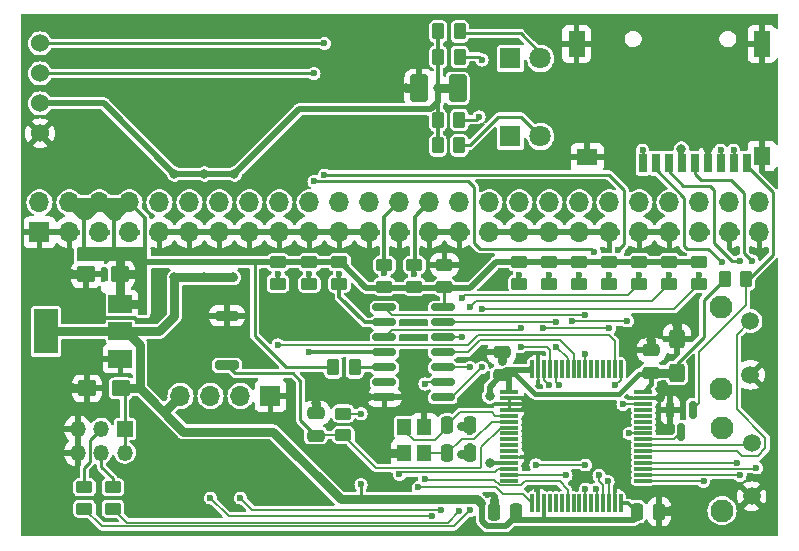
<source format=gbr>
G04 #@! TF.GenerationSoftware,KiCad,Pcbnew,7.0.10*
G04 #@! TF.CreationDate,2024-01-22T14:27:09-06:00*
G04 #@! TF.ProjectId,OpenFlops,4f70656e-466c-46f7-9073-2e6b69636164,1.0*
G04 #@! TF.SameCoordinates,PX72b28c8PY7654b98*
G04 #@! TF.FileFunction,Copper,L1,Top*
G04 #@! TF.FilePolarity,Positive*
%FSLAX46Y46*%
G04 Gerber Fmt 4.6, Leading zero omitted, Abs format (unit mm)*
G04 Created by KiCad (PCBNEW 7.0.10) date 2024-01-22 14:27:09*
%MOMM*%
%LPD*%
G01*
G04 APERTURE LIST*
G04 Aperture macros list*
%AMRoundRect*
0 Rectangle with rounded corners*
0 $1 Rounding radius*
0 $2 $3 $4 $5 $6 $7 $8 $9 X,Y pos of 4 corners*
0 Add a 4 corners polygon primitive as box body*
4,1,4,$2,$3,$4,$5,$6,$7,$8,$9,$2,$3,0*
0 Add four circle primitives for the rounded corners*
1,1,$1+$1,$2,$3*
1,1,$1+$1,$4,$5*
1,1,$1+$1,$6,$7*
1,1,$1+$1,$8,$9*
0 Add four rect primitives between the rounded corners*
20,1,$1+$1,$2,$3,$4,$5,0*
20,1,$1+$1,$4,$5,$6,$7,0*
20,1,$1+$1,$6,$7,$8,$9,0*
20,1,$1+$1,$8,$9,$2,$3,0*%
G04 Aperture macros list end*
G04 #@! TA.AperFunction,SMDPad,CuDef*
%ADD10RoundRect,0.150000X-0.150000X0.587500X-0.150000X-0.587500X0.150000X-0.587500X0.150000X0.587500X0*%
G04 #@! TD*
G04 #@! TA.AperFunction,SMDPad,CuDef*
%ADD11RoundRect,0.250000X0.475000X-0.250000X0.475000X0.250000X-0.475000X0.250000X-0.475000X-0.250000X0*%
G04 #@! TD*
G04 #@! TA.AperFunction,SMDPad,CuDef*
%ADD12RoundRect,0.150000X-0.825000X-0.150000X0.825000X-0.150000X0.825000X0.150000X-0.825000X0.150000X0*%
G04 #@! TD*
G04 #@! TA.AperFunction,SMDPad,CuDef*
%ADD13RoundRect,0.250000X-0.250000X-0.475000X0.250000X-0.475000X0.250000X0.475000X-0.250000X0.475000X0*%
G04 #@! TD*
G04 #@! TA.AperFunction,SMDPad,CuDef*
%ADD14RoundRect,0.250000X0.537500X0.425000X-0.537500X0.425000X-0.537500X-0.425000X0.537500X-0.425000X0*%
G04 #@! TD*
G04 #@! TA.AperFunction,SMDPad,CuDef*
%ADD15RoundRect,0.250000X-0.450000X0.262500X-0.450000X-0.262500X0.450000X-0.262500X0.450000X0.262500X0*%
G04 #@! TD*
G04 #@! TA.AperFunction,SMDPad,CuDef*
%ADD16R,2.000000X1.500000*%
G04 #@! TD*
G04 #@! TA.AperFunction,SMDPad,CuDef*
%ADD17R,2.000000X3.800000*%
G04 #@! TD*
G04 #@! TA.AperFunction,SMDPad,CuDef*
%ADD18RoundRect,0.250000X0.450000X-0.262500X0.450000X0.262500X-0.450000X0.262500X-0.450000X-0.262500X0*%
G04 #@! TD*
G04 #@! TA.AperFunction,SMDPad,CuDef*
%ADD19RoundRect,0.250000X-0.262500X-0.450000X0.262500X-0.450000X0.262500X0.450000X-0.262500X0.450000X0*%
G04 #@! TD*
G04 #@! TA.AperFunction,SMDPad,CuDef*
%ADD20RoundRect,0.250000X0.250000X0.475000X-0.250000X0.475000X-0.250000X-0.475000X0.250000X-0.475000X0*%
G04 #@! TD*
G04 #@! TA.AperFunction,SMDPad,CuDef*
%ADD21RoundRect,0.250000X0.425000X-0.537500X0.425000X0.537500X-0.425000X0.537500X-0.425000X-0.537500X0*%
G04 #@! TD*
G04 #@! TA.AperFunction,ComponentPad*
%ADD22C,1.950000*%
G04 #@! TD*
G04 #@! TA.AperFunction,ComponentPad*
%ADD23C,1.508000*%
G04 #@! TD*
G04 #@! TA.AperFunction,ComponentPad*
%ADD24R,1.700000X1.700000*%
G04 #@! TD*
G04 #@! TA.AperFunction,ComponentPad*
%ADD25O,1.700000X1.700000*%
G04 #@! TD*
G04 #@! TA.AperFunction,ComponentPad*
%ADD26R,1.800000X1.800000*%
G04 #@! TD*
G04 #@! TA.AperFunction,ComponentPad*
%ADD27C,1.800000*%
G04 #@! TD*
G04 #@! TA.AperFunction,SMDPad,CuDef*
%ADD28RoundRect,0.200000X0.800000X-0.200000X0.800000X0.200000X-0.800000X0.200000X-0.800000X-0.200000X0*%
G04 #@! TD*
G04 #@! TA.AperFunction,SMDPad,CuDef*
%ADD29RoundRect,0.250000X0.262500X0.450000X-0.262500X0.450000X-0.262500X-0.450000X0.262500X-0.450000X0*%
G04 #@! TD*
G04 #@! TA.AperFunction,ComponentPad*
%ADD30C,1.524000*%
G04 #@! TD*
G04 #@! TA.AperFunction,SMDPad,CuDef*
%ADD31RoundRect,0.075000X-0.700000X-0.075000X0.700000X-0.075000X0.700000X0.075000X-0.700000X0.075000X0*%
G04 #@! TD*
G04 #@! TA.AperFunction,SMDPad,CuDef*
%ADD32RoundRect,0.075000X-0.075000X-0.700000X0.075000X-0.700000X0.075000X0.700000X-0.075000X0.700000X0*%
G04 #@! TD*
G04 #@! TA.AperFunction,SMDPad,CuDef*
%ADD33RoundRect,0.250001X0.499999X0.924999X-0.499999X0.924999X-0.499999X-0.924999X0.499999X-0.924999X0*%
G04 #@! TD*
G04 #@! TA.AperFunction,SMDPad,CuDef*
%ADD34R,0.700000X1.600000*%
G04 #@! TD*
G04 #@! TA.AperFunction,SMDPad,CuDef*
%ADD35R,1.400000X1.600000*%
G04 #@! TD*
G04 #@! TA.AperFunction,SMDPad,CuDef*
%ADD36R,1.400000X2.200000*%
G04 #@! TD*
G04 #@! TA.AperFunction,SMDPad,CuDef*
%ADD37R,1.800000X1.400000*%
G04 #@! TD*
G04 #@! TA.AperFunction,ComponentPad*
%ADD38R,1.350000X1.350000*%
G04 #@! TD*
G04 #@! TA.AperFunction,ComponentPad*
%ADD39O,1.350000X1.350000*%
G04 #@! TD*
G04 #@! TA.AperFunction,SMDPad,CuDef*
%ADD40R,1.200000X1.400000*%
G04 #@! TD*
G04 #@! TA.AperFunction,ViaPad*
%ADD41C,0.800000*%
G04 #@! TD*
G04 #@! TA.AperFunction,ViaPad*
%ADD42C,0.600000*%
G04 #@! TD*
G04 #@! TA.AperFunction,Conductor*
%ADD43C,0.250000*%
G04 #@! TD*
G04 #@! TA.AperFunction,Conductor*
%ADD44C,0.750000*%
G04 #@! TD*
G04 #@! TA.AperFunction,Conductor*
%ADD45C,0.300000*%
G04 #@! TD*
G04 #@! TA.AperFunction,Conductor*
%ADD46C,0.500000*%
G04 #@! TD*
G04 #@! TA.AperFunction,Conductor*
%ADD47C,0.200000*%
G04 #@! TD*
G04 #@! TA.AperFunction,Conductor*
%ADD48C,0.400000*%
G04 #@! TD*
G04 #@! TA.AperFunction,Conductor*
%ADD49C,0.127000*%
G04 #@! TD*
G04 APERTURE END LIST*
D10*
X57211000Y11019000D03*
X55311000Y11019000D03*
X56261000Y9144000D03*
D11*
X41031000Y13979000D03*
X41031000Y15879000D03*
D12*
X31115000Y19685000D03*
X31115000Y18415000D03*
X31115000Y17145000D03*
X31115000Y15875000D03*
X31115000Y14605000D03*
X31115000Y13335000D03*
X31115000Y12065000D03*
X36065000Y12065000D03*
X36065000Y13335000D03*
X36065000Y14605000D03*
X36065000Y15875000D03*
X36065000Y17145000D03*
X36065000Y18415000D03*
X36065000Y19685000D03*
D13*
X36431000Y9731000D03*
X38331000Y9731000D03*
D14*
X8717000Y22479000D03*
X5842000Y22479000D03*
D15*
X42545000Y23518500D03*
X42545000Y21693500D03*
D16*
X8763000Y15353000D03*
X8763000Y17653000D03*
D17*
X2463000Y17653000D03*
D16*
X8763000Y19953000D03*
D15*
X31115000Y23280500D03*
X31115000Y21455500D03*
D18*
X5715000Y2643500D03*
X5715000Y4468500D03*
D19*
X35640000Y35560000D03*
X37465000Y35560000D03*
D15*
X50165000Y23518500D03*
X50165000Y21693500D03*
D11*
X53721000Y14163000D03*
X53721000Y16063000D03*
D15*
X47625000Y23518500D03*
X47625000Y21693500D03*
D20*
X42281000Y2379000D03*
X40381000Y2379000D03*
D13*
X36431000Y7318000D03*
X38331000Y7318000D03*
D19*
X35663500Y40894000D03*
X37488500Y40894000D03*
D11*
X25294200Y8841500D03*
X25294200Y10741500D03*
X36195000Y21402000D03*
X36195000Y23302000D03*
D15*
X45085000Y23518500D03*
X45085000Y21693500D03*
D14*
X8803500Y12827000D03*
X5928500Y12827000D03*
D21*
X55880000Y14143000D03*
X55880000Y17018000D03*
D22*
X59603000Y12756000D03*
X59603000Y19756000D03*
D23*
X62103000Y13981000D03*
X62103000Y18531000D03*
D24*
X21463000Y12192000D03*
D25*
X18923000Y12192000D03*
X16383000Y12192000D03*
X13843000Y12192000D03*
D15*
X22098000Y23518500D03*
X22098000Y21693500D03*
D26*
X41783000Y40767000D03*
D27*
X44323000Y40767000D03*
D15*
X57785000Y23518500D03*
X57785000Y21693500D03*
D19*
X26773500Y14605000D03*
X28598500Y14605000D03*
D28*
X17780000Y14791000D03*
X17780000Y18991000D03*
D13*
X52481000Y2379000D03*
X54381000Y2379000D03*
D29*
X37488500Y43053000D03*
X35663500Y43053000D03*
D15*
X52705000Y23518500D03*
X52705000Y21693500D03*
X55245000Y23518500D03*
X55245000Y21693500D03*
D22*
X59698000Y2469000D03*
X59698000Y9469000D03*
D23*
X62198000Y3694000D03*
X62198000Y8244000D03*
D30*
X1955000Y34417000D03*
X1955000Y36957000D03*
X1955000Y39497000D03*
X1955000Y42037000D03*
D31*
X41696000Y12513000D03*
X41696000Y12013000D03*
X41696000Y11513000D03*
X41696000Y11013000D03*
X41696000Y10513000D03*
X41696000Y10013000D03*
X41696000Y9513000D03*
X41696000Y9013000D03*
X41696000Y8513000D03*
X41696000Y8013000D03*
X41696000Y7513000D03*
X41696000Y7013000D03*
X41696000Y6513000D03*
X41696000Y6013000D03*
X41696000Y5513000D03*
X41696000Y5013000D03*
D32*
X43621000Y3088000D03*
X44121000Y3088000D03*
X44621000Y3088000D03*
X45121000Y3088000D03*
X45621000Y3088000D03*
X46121000Y3088000D03*
X46621000Y3088000D03*
X47121000Y3088000D03*
X47621000Y3088000D03*
X48121000Y3088000D03*
X48621000Y3088000D03*
X49121000Y3088000D03*
X49621000Y3088000D03*
X50121000Y3088000D03*
X50621000Y3088000D03*
X51121000Y3088000D03*
D31*
X53046000Y5013000D03*
X53046000Y5513000D03*
X53046000Y6013000D03*
X53046000Y6513000D03*
X53046000Y7013000D03*
X53046000Y7513000D03*
X53046000Y8013000D03*
X53046000Y8513000D03*
X53046000Y9013000D03*
X53046000Y9513000D03*
X53046000Y10013000D03*
X53046000Y10513000D03*
X53046000Y11013000D03*
X53046000Y11513000D03*
X53046000Y12013000D03*
X53046000Y12513000D03*
D32*
X51121000Y14438000D03*
X50621000Y14438000D03*
X50121000Y14438000D03*
X49621000Y14438000D03*
X49121000Y14438000D03*
X48621000Y14438000D03*
X48121000Y14438000D03*
X47621000Y14438000D03*
X47121000Y14438000D03*
X46621000Y14438000D03*
X46121000Y14438000D03*
X45621000Y14438000D03*
X45121000Y14438000D03*
X44621000Y14438000D03*
X44121000Y14438000D03*
X43621000Y14438000D03*
D33*
X37312000Y38227000D03*
X34062000Y38227000D03*
D34*
X52975000Y31909000D03*
X54075000Y31909000D03*
X55175000Y31909000D03*
X56275000Y31909000D03*
X57375000Y31909000D03*
X58475000Y31909000D03*
X59575000Y31909000D03*
X60675000Y31909000D03*
X61775000Y31909000D03*
D35*
X63075000Y32509000D03*
D36*
X63075000Y42009000D03*
X47375000Y42009000D03*
D37*
X48275000Y32409000D03*
D15*
X33655000Y23280500D03*
X33655000Y21455500D03*
D29*
X37465000Y33401000D03*
X35640000Y33401000D03*
D15*
X24765000Y23495000D03*
X24765000Y21670000D03*
D26*
X41778000Y34163000D03*
D27*
X44318000Y34163000D03*
D38*
X9144000Y9398000D03*
D39*
X9144000Y7398000D03*
X7144000Y9398000D03*
X7144000Y7398000D03*
X5144000Y9398000D03*
X5144000Y7398000D03*
D15*
X27631000Y10704000D03*
X27631000Y8879000D03*
X8128000Y4468500D03*
X8128000Y2643500D03*
D19*
X59920500Y22098000D03*
X61745500Y22098000D03*
D40*
X34482000Y7361000D03*
X34482000Y9561000D03*
X32782000Y9561000D03*
X32782000Y7361000D03*
D15*
X27305000Y23518500D03*
X27305000Y21693500D03*
D24*
X1905000Y26035000D03*
D25*
X1905000Y28575000D03*
X4445000Y26035000D03*
X4445000Y28575000D03*
X6985000Y26035000D03*
X6985000Y28575000D03*
X9525000Y26035000D03*
X9525000Y28575000D03*
X12065000Y26035000D03*
X12065000Y28575000D03*
X14605000Y26035000D03*
X14605000Y28575000D03*
X17145000Y26035000D03*
X17145000Y28575000D03*
X19685000Y26035000D03*
X19685000Y28575000D03*
X22225000Y26035000D03*
X22225000Y28575000D03*
X24765000Y26035000D03*
X24765000Y28575000D03*
X27305000Y26035000D03*
X27305000Y28575000D03*
X29845000Y26035000D03*
X29845000Y28575000D03*
X32385000Y26035000D03*
X32385000Y28575000D03*
X34925000Y26035000D03*
X34925000Y28575000D03*
X37465000Y26035000D03*
X37465000Y28575000D03*
X40005000Y26035000D03*
X40005000Y28575000D03*
X42545000Y26035000D03*
X42545000Y28575000D03*
X45085000Y26035000D03*
X45085000Y28575000D03*
X47625000Y26035000D03*
X47625000Y28575000D03*
X50165000Y26035000D03*
X50165000Y28575000D03*
X52705000Y26035000D03*
X52705000Y28575000D03*
X55245000Y26035000D03*
X55245000Y28575000D03*
X57785000Y26035000D03*
X57785000Y28575000D03*
X60325000Y26035000D03*
X60325000Y28575000D03*
X62865000Y26035000D03*
X62865000Y28575000D03*
D41*
X4749800Y12827000D03*
D42*
X44931000Y7479000D03*
D41*
X31572200Y7366000D03*
X4648200Y22479000D03*
D42*
X40513000Y21590000D03*
D41*
X4572000Y18923000D03*
D42*
X33274000Y19812000D03*
X37631000Y9679000D03*
X40386000Y3403600D03*
X47931000Y10979000D03*
D41*
X54406800Y12014200D03*
D42*
X43942000Y30099000D03*
D41*
X4572000Y20320000D03*
X27305000Y18034000D03*
D42*
X41031000Y15113000D03*
X44069000Y4318000D03*
X37631000Y7279000D03*
D41*
X2413000Y14859000D03*
X55270400Y2413000D03*
X55880000Y18161000D03*
X32918400Y38227000D03*
X6477000Y16256000D03*
X43180000Y11506200D03*
D42*
X33147000Y17145000D03*
D41*
X62357000Y11557000D03*
X6477000Y14859000D03*
D42*
X28956000Y20574000D03*
X47931000Y7679000D03*
D41*
X29743400Y12065000D03*
X53721000Y16967200D03*
X25298400Y11633200D03*
X62103000Y15875000D03*
D42*
X42831000Y15279000D03*
D41*
X2413000Y20574000D03*
X6604000Y20320000D03*
X6604000Y18923000D03*
X58470800Y33121600D03*
D42*
X44931000Y10979000D03*
D41*
X4445000Y14986000D03*
D42*
X33147000Y18415000D03*
D41*
X4445000Y16383000D03*
X18415000Y30988000D03*
X40031000Y12179000D03*
X15875000Y30988000D03*
X56261000Y33096200D03*
X18331500Y22225000D03*
D42*
X29131000Y10679000D03*
D41*
X15875000Y22225000D03*
X35687000Y38227000D03*
X13335000Y22225000D03*
X13335000Y30988000D03*
X40031000Y6479000D03*
X39274904Y3129500D03*
D42*
X29131000Y4699000D03*
X48895000Y24384000D03*
X25146000Y39497000D03*
X25146000Y30353000D03*
X49276000Y5479000D03*
X26035000Y42037000D03*
X50038000Y4953000D03*
X50911790Y24522918D03*
X26035000Y30904500D03*
X24765000Y22483000D03*
X24765000Y15875000D03*
X32385000Y5552500D03*
X31115000Y22606000D03*
X33655000Y22517500D03*
X33990000Y4445000D03*
X22098000Y22506500D03*
X22098000Y16510000D03*
X48133000Y6350000D03*
X43942000Y6350000D03*
X48133000Y4318000D03*
X42545000Y22456500D03*
X46482000Y5461000D03*
X45085000Y22456500D03*
X47625000Y22456500D03*
X46990000Y18505000D03*
X51689000Y18542000D03*
X51831000Y9017000D03*
X50165000Y22456500D03*
X50165000Y17907000D03*
X45085000Y13081000D03*
X44577000Y17907000D03*
X37719000Y20447000D03*
X37719000Y17145000D03*
X52705000Y22456500D03*
X55245000Y22456500D03*
X38354000Y14605000D03*
X38354000Y19685000D03*
X39370000Y14605000D03*
X57785000Y22456500D03*
X39370000Y19561500D03*
X27305000Y22506500D03*
X45931000Y13080500D03*
X38354000Y2504500D03*
X42672000Y17907000D03*
X42672000Y16364500D03*
X45618400Y16364500D03*
X45618400Y18465800D03*
X48133000Y15748000D03*
X48133000Y19031500D03*
X34544000Y5188500D03*
X34544000Y13208000D03*
X37465000Y2413000D03*
X49022000Y4318000D03*
X52975000Y33020000D03*
X39116000Y35814000D03*
X59690000Y23495000D03*
X58131000Y4952500D03*
X60931000Y6541500D03*
X61214000Y23622000D03*
X61214000Y5479000D03*
X62230000Y23622000D03*
X59575000Y33020000D03*
X62611000Y6096000D03*
X60675000Y33020000D03*
X39370000Y40640000D03*
X18923000Y3556000D03*
X35941000Y2540000D03*
X50651023Y13102977D03*
X16383000Y3556000D03*
X51304500Y11479000D03*
X35179000Y2013500D03*
D43*
X52975000Y33020000D02*
X52975000Y31909000D01*
X60675000Y33020000D02*
X60675000Y31909000D01*
X59575000Y31909000D02*
X59575000Y33020000D01*
X58547000Y24638000D02*
X59690000Y23495000D01*
X56515000Y24892000D02*
X56769000Y24638000D01*
X56515000Y28956000D02*
X56515000Y24892000D01*
X54075000Y31396000D02*
X56515000Y28956000D01*
X56769000Y24638000D02*
X58547000Y24638000D01*
X54075000Y31459000D02*
X54075000Y31396000D01*
D44*
X41031000Y15113000D02*
X41031000Y15879000D01*
D45*
X54406800Y12014200D02*
X54405600Y12013000D01*
D44*
X55880000Y18161000D02*
X55880000Y17018000D01*
D45*
X41696000Y11513000D02*
X43173200Y11513000D01*
D44*
X55270400Y2413000D02*
X54415000Y2413000D01*
X4749800Y12827000D02*
X5928500Y12827000D01*
X40386000Y2384000D02*
X40381000Y2379000D01*
X37631000Y9679000D02*
X38279000Y9679000D01*
D46*
X29743400Y12065000D02*
X31115000Y12065000D01*
D44*
X31572200Y7366000D02*
X32777000Y7366000D01*
D45*
X41696000Y11013000D02*
X42686800Y11013000D01*
X54405600Y12013000D02*
X53046000Y12013000D01*
D44*
X37631000Y7279000D02*
X38292000Y7279000D01*
D46*
X58470800Y33121600D02*
X58470800Y31913200D01*
D44*
X38279000Y9679000D02*
X38331000Y9731000D01*
X40386000Y3403600D02*
X40386000Y2384000D01*
X25298400Y10745700D02*
X25294200Y10741500D01*
D45*
X42686800Y11013000D02*
X43180000Y11506200D01*
D46*
X54415000Y2413000D02*
X54381000Y2379000D01*
D44*
X32777000Y7366000D02*
X32782000Y7361000D01*
X53721000Y16967200D02*
X53721000Y16063000D01*
X32918400Y38227000D02*
X34062000Y38227000D01*
D46*
X58470800Y31913200D02*
X58475000Y31909000D01*
D44*
X38292000Y7279000D02*
X38331000Y7318000D01*
X25298400Y11633200D02*
X25298400Y10745700D01*
X4648200Y22479000D02*
X5842000Y22479000D01*
D45*
X41696000Y12013000D02*
X42673200Y12013000D01*
X43173200Y11513000D02*
X43180000Y11506200D01*
X42673200Y12013000D02*
X43180000Y11506200D01*
D43*
X18474000Y14097000D02*
X17780000Y14791000D01*
X24003000Y10132700D02*
X24003000Y13462000D01*
X25294200Y8841500D02*
X24003000Y10132700D01*
X24003000Y13462000D02*
X23368000Y14097000D01*
D47*
X40965000Y9513000D02*
X39331000Y7879000D01*
X41696000Y9513000D02*
X40965000Y9513000D01*
X39331000Y7879000D02*
X39331000Y6179000D01*
X39331000Y6179000D02*
X39231000Y6079000D01*
X27631000Y8879000D02*
X25331700Y8879000D01*
X39231000Y6079000D02*
X30431000Y6079000D01*
D43*
X23368000Y14097000D02*
X18474000Y14097000D01*
D47*
X30431000Y6079000D02*
X27631000Y8879000D01*
D48*
X42159339Y14057000D02*
X43885339Y12331000D01*
D47*
X27631000Y10704000D02*
X29106000Y10704000D01*
D43*
X55880000Y14143000D02*
X55880000Y14930500D01*
D44*
X29210000Y3429000D02*
X27432000Y3429000D01*
D46*
X39274904Y3129500D02*
X39381000Y3023404D01*
D45*
X35687000Y38227000D02*
X35687000Y42836666D01*
D44*
X8803500Y12827000D02*
X10414000Y12827000D01*
X8103000Y17653000D02*
X1803000Y17653000D01*
D45*
X51772000Y3088000D02*
X52481000Y2379000D01*
D44*
X10414000Y16510000D02*
X9271000Y17653000D01*
X13335000Y18923000D02*
X12065000Y17653000D01*
X27432000Y3429000D02*
X21717000Y9144000D01*
D43*
X29131000Y4699000D02*
X29131000Y3508000D01*
D44*
X13335000Y22225000D02*
X13335000Y18923000D01*
D48*
X53721000Y14075500D02*
X53721000Y13188000D01*
D45*
X35687000Y38227000D02*
X35687000Y33702000D01*
D46*
X18415000Y30988000D02*
X15875000Y30988000D01*
X41931000Y1679000D02*
X52203500Y1679000D01*
D44*
X9271000Y17653000D02*
X8103000Y17653000D01*
D46*
X13335000Y30988000D02*
X15875000Y30988000D01*
X52203500Y1679000D02*
X52683500Y2159000D01*
X39381000Y1593340D02*
X39831340Y1143000D01*
D43*
X58166000Y20343500D02*
X59920500Y22098000D01*
D46*
X41402000Y14351000D02*
X41696000Y14057000D01*
D45*
X51121000Y3088000D02*
X51772000Y3088000D01*
D48*
X50939000Y12331000D02*
X52683500Y14075500D01*
D46*
X40031000Y12980000D02*
X41402000Y14351000D01*
X35687000Y38227000D02*
X35687000Y37084000D01*
X56261000Y33096200D02*
X56261000Y31923000D01*
D44*
X55860000Y14163000D02*
X55880000Y14143000D01*
D48*
X43885339Y12331000D02*
X50939000Y12331000D01*
D43*
X9144000Y12486500D02*
X9144000Y6858000D01*
D45*
X44621000Y3088000D02*
X44621000Y1869000D01*
D44*
X39274904Y3129500D02*
X38975404Y3429000D01*
D46*
X41395000Y1143000D02*
X41931000Y1679000D01*
D43*
X58166000Y17216500D02*
X58166000Y20343500D01*
D46*
X40031000Y12279000D02*
X40031000Y12980000D01*
D48*
X53721000Y13188000D02*
X53146000Y12613000D01*
X41696000Y14057000D02*
X42159339Y14057000D01*
D46*
X39831340Y1143000D02*
X41395000Y1143000D01*
D44*
X38975404Y3429000D02*
X29210000Y3429000D01*
D45*
X41696000Y6513000D02*
X40065000Y6513000D01*
D44*
X12065000Y17653000D02*
X8763000Y17653000D01*
X21717000Y9144000D02*
X14097000Y9144000D01*
X18331500Y22225000D02*
X15875000Y22225000D01*
D47*
X51121000Y3088000D02*
X51754500Y3088000D01*
D43*
X55880000Y14930500D02*
X58166000Y17216500D01*
D44*
X13843000Y12192000D02*
X12700000Y11049000D01*
D46*
X56261000Y31923000D02*
X56275000Y31909000D01*
D47*
X29106000Y10704000D02*
X29131000Y10679000D01*
D48*
X52683500Y14075500D02*
X53721000Y14075500D01*
D44*
X35687000Y38227000D02*
X37312000Y38227000D01*
D46*
X7366000Y36957000D02*
X1955000Y36957000D01*
X41402000Y14351000D02*
X43471000Y14351000D01*
D45*
X40065000Y6513000D02*
X40031000Y6479000D01*
D46*
X39381000Y3023404D02*
X39381000Y1593340D01*
D44*
X53721000Y14163000D02*
X55860000Y14163000D01*
D46*
X13335000Y30988000D02*
X7366000Y36957000D01*
D44*
X13335000Y22225000D02*
X15875000Y22225000D01*
D46*
X23876000Y36449000D02*
X18415000Y30988000D01*
X35687000Y37084000D02*
X35052000Y36449000D01*
D44*
X10414000Y12827000D02*
X10414000Y16510000D01*
D47*
X51754500Y3088000D02*
X52683500Y2159000D01*
D44*
X8763000Y17653000D02*
X2463000Y17653000D01*
D46*
X43471000Y14351000D02*
X43471000Y14438000D01*
D43*
X29131000Y3508000D02*
X29210000Y3429000D01*
D46*
X41696000Y14057000D02*
X41696000Y12663000D01*
X35052000Y36449000D02*
X23876000Y36449000D01*
D44*
X53758500Y14200500D02*
X53721000Y14163000D01*
X14097000Y9144000D02*
X10414000Y12827000D01*
D43*
X8803500Y12827000D02*
X9144000Y12486500D01*
D45*
X8255000Y27305000D02*
X8255000Y24384000D01*
D43*
X22805000Y14605000D02*
X20131000Y17279000D01*
D44*
X8128000Y27432000D02*
X8382000Y27432000D01*
D45*
X10815000Y27285000D02*
X10815000Y24384000D01*
D44*
X5143500Y27876500D02*
X6286500Y27876500D01*
X5143500Y27876500D02*
X5524500Y27495500D01*
X8763000Y27813000D02*
X9525000Y28575000D01*
X5524500Y27495500D02*
X5905500Y27495500D01*
D46*
X20131000Y23495000D02*
X10668000Y23495000D01*
D44*
X8717000Y22479000D02*
X8717000Y19999000D01*
D43*
X36195000Y21402000D02*
X36195000Y19815000D01*
D45*
X4445000Y28575000D02*
X5715000Y27305000D01*
D44*
X6286500Y27876500D02*
X6413500Y28003500D01*
D45*
X9525000Y28575000D02*
X10815000Y27285000D01*
D44*
X8717000Y22479000D02*
X10414000Y22479000D01*
X6413500Y28003500D02*
X6985000Y28575000D01*
X8717000Y23922000D02*
X8255000Y24384000D01*
D45*
X8235000Y27285000D02*
X9525000Y28575000D01*
D46*
X40536500Y23518500D02*
X38354000Y21336000D01*
D44*
X5905500Y27495500D02*
X6413500Y28003500D01*
D43*
X20131000Y17279000D02*
X20131000Y23495000D01*
D46*
X57785000Y23518500D02*
X40536500Y23518500D01*
D44*
X9103000Y22479000D02*
X8763000Y22139000D01*
D45*
X8128000Y27432000D02*
X8255000Y27305000D01*
D43*
X26773500Y14605000D02*
X22805000Y14605000D01*
D44*
X6985000Y28575000D02*
X8128000Y27432000D01*
D45*
X5715000Y27305000D02*
X5715000Y24384000D01*
D44*
X4445000Y28575000D02*
X5143500Y27876500D01*
D46*
X27408500Y23518500D02*
X22098000Y23518500D01*
D44*
X4445000Y28575000D02*
X9525000Y28575000D01*
D45*
X5735000Y27325000D02*
X5905500Y27495500D01*
D44*
X8763000Y19953000D02*
X10428000Y19953000D01*
D46*
X22074500Y23495000D02*
X20131000Y23495000D01*
X29591000Y21336000D02*
X27408500Y23518500D01*
D44*
X7747000Y27813000D02*
X8763000Y27813000D01*
X8717000Y22479000D02*
X8717000Y23922000D01*
X6985000Y28575000D02*
X7747000Y27813000D01*
D46*
X38354000Y21336000D02*
X29591000Y21336000D01*
D44*
X8717000Y19999000D02*
X8763000Y19953000D01*
X8382000Y27432000D02*
X8763000Y27813000D01*
D43*
X25146000Y39497000D02*
X1955000Y39497000D01*
D47*
X49276000Y5479000D02*
X49276000Y4969709D01*
D43*
X48641000Y24638000D02*
X39243000Y24638000D01*
D47*
X49276000Y4969709D02*
X49621000Y4624709D01*
D43*
X38735000Y29845000D02*
X38227000Y30353000D01*
X48895000Y24384000D02*
X48641000Y24638000D01*
X39243000Y24638000D02*
X38735000Y25146000D01*
X38227000Y30353000D02*
X25146000Y30353000D01*
X38735000Y25146000D02*
X38735000Y29845000D01*
D47*
X49621000Y4624709D02*
X49621000Y3088000D01*
X50121000Y4870000D02*
X50038000Y4953000D01*
D43*
X51435000Y25046128D02*
X51435000Y29591000D01*
X51435000Y29591000D02*
X50121500Y30904500D01*
X50911790Y24522918D02*
X51435000Y25046128D01*
X26035000Y42037000D02*
X1955000Y42037000D01*
X50121500Y30904500D02*
X26035000Y30904500D01*
D47*
X50121000Y3088000D02*
X50121000Y4870000D01*
D45*
X24765000Y22483000D02*
X24765000Y21670000D01*
X31115000Y15875000D02*
X24765000Y15875000D01*
D47*
X40765000Y6013000D02*
X41696000Y6013000D01*
D45*
X32385000Y28575000D02*
X31115000Y27305000D01*
D47*
X32547500Y5715000D02*
X40467000Y5715000D01*
X32385000Y5552500D02*
X32547500Y5715000D01*
D45*
X31115000Y27305000D02*
X31115000Y23368000D01*
D47*
X40467000Y5715000D02*
X40765000Y6013000D01*
X31115000Y23368000D02*
X31115000Y22606000D01*
X40584239Y4445000D02*
X41150239Y3879000D01*
X33990000Y4445000D02*
X40584239Y4445000D01*
D45*
X34925000Y28575000D02*
X33675000Y27325000D01*
X33675000Y27325000D02*
X33675000Y23388000D01*
D47*
X41150239Y3879000D02*
X42830000Y3879000D01*
X33655000Y23368000D02*
X33655000Y22517500D01*
X42830000Y3879000D02*
X43621000Y3088000D01*
X39001000Y17345000D02*
X38166000Y16510000D01*
X38166000Y16510000D02*
X22098000Y16510000D01*
X50631000Y14448000D02*
X50631000Y16806000D01*
D45*
X22098000Y22506500D02*
X22098000Y21693500D01*
D47*
X50631000Y16806000D02*
X50092000Y17345000D01*
X50092000Y17345000D02*
X39001000Y17345000D01*
D45*
X42545000Y22456500D02*
X42545000Y21693500D01*
D47*
X48121000Y4306000D02*
X48133000Y4318000D01*
X48121000Y3088000D02*
X48121000Y4306000D01*
X43942000Y6350000D02*
X48133000Y6350000D01*
X46430000Y5513000D02*
X41696000Y5513000D01*
X46482000Y5461000D02*
X46430000Y5513000D01*
D45*
X45085000Y22456500D02*
X45085000Y21693500D01*
X47625000Y22456500D02*
X47625000Y21693500D01*
D47*
X46990000Y18505000D02*
X51652000Y18505000D01*
X51831000Y9017000D02*
X53042000Y9017000D01*
X51652000Y18505000D02*
X51689000Y18542000D01*
D45*
X50165000Y22456500D02*
X50165000Y21693500D01*
D47*
X44577000Y17907000D02*
X50165000Y17907000D01*
X45085000Y13081000D02*
X44621000Y13545000D01*
X44621000Y13545000D02*
X44621000Y14438000D01*
X37719000Y20574000D02*
X37846000Y20701000D01*
X36065000Y17145000D02*
X37719000Y17145000D01*
X51712500Y20701000D02*
X52705000Y21693500D01*
X37846000Y20701000D02*
X51712500Y20701000D01*
D45*
X52705000Y22456500D02*
X52705000Y21742158D01*
D47*
X37719000Y20447000D02*
X37719000Y20574000D01*
X38354000Y19685000D02*
X38862000Y20193000D01*
D45*
X55245000Y22456500D02*
X55245000Y21693500D01*
D47*
X53744500Y20193000D02*
X55245000Y21693500D01*
X36065000Y14605000D02*
X38354000Y14605000D01*
X38862000Y20193000D02*
X53744500Y20193000D01*
X39370000Y14605000D02*
X36830000Y12065000D01*
D45*
X57785000Y22456500D02*
X57785000Y21693500D01*
D47*
X39370000Y19561500D02*
X39373500Y19558000D01*
X39373500Y19558000D02*
X55649500Y19558000D01*
X55649500Y19558000D02*
X57785000Y21693500D01*
D45*
X27305000Y22506500D02*
X27305000Y21693500D01*
X27305000Y22506500D02*
X27305000Y20574000D01*
X27305000Y20574000D02*
X29464000Y18415000D01*
X29464000Y18415000D02*
X31115000Y18415000D01*
D47*
X45621000Y14438000D02*
X45621000Y13390500D01*
X36992500Y1143000D02*
X7215500Y1143000D01*
X45621000Y13390500D02*
X45931000Y13080500D01*
X7215500Y1143000D02*
X5715000Y2643500D01*
X38354000Y2504500D02*
X36992500Y1143000D01*
X42672000Y16364500D02*
X44849500Y16364500D01*
X44849500Y16364500D02*
X45121000Y16093000D01*
X31750000Y17780000D02*
X31115000Y17145000D01*
X42545000Y17780000D02*
X31750000Y17780000D01*
X42672000Y17907000D02*
X42545000Y17780000D01*
X45121000Y16093000D02*
X45121000Y14438000D01*
X45618400Y16364500D02*
X46621000Y15361900D01*
X45613600Y18461000D02*
X45618400Y18465800D01*
X36111000Y18461000D02*
X45613600Y18461000D01*
X46621000Y15361900D02*
X46621000Y14438000D01*
X45999400Y16891000D02*
X39243000Y16891000D01*
X38227000Y15875000D02*
X36065000Y15875000D01*
X47121000Y14438000D02*
X47121000Y15769400D01*
X39243000Y16891000D02*
X38227000Y15875000D01*
X47121000Y15769400D02*
X45999400Y16891000D01*
X31765000Y19035000D02*
X31115000Y19685000D01*
X48121000Y15736000D02*
X48133000Y15748000D01*
X48129500Y19035000D02*
X31765000Y19035000D01*
X48121000Y14438000D02*
X48121000Y15736000D01*
X48133000Y19031500D02*
X48129500Y19035000D01*
X34652500Y5080000D02*
X40426908Y5080000D01*
X46621000Y4306000D02*
X46609000Y4318000D01*
X45959000Y4968000D02*
X46609000Y4318000D01*
X34671000Y13335000D02*
X34544000Y13208000D01*
X46621000Y3088000D02*
X46621000Y4306000D01*
X34544000Y5188500D02*
X34652500Y5080000D01*
X43020000Y4968000D02*
X45959000Y4968000D01*
X40426908Y5080000D02*
X40870908Y4636000D01*
X40870908Y4636000D02*
X42688000Y4636000D01*
X36065000Y13335000D02*
X34671000Y13335000D01*
X42688000Y4636000D02*
X43020000Y4968000D01*
X35410000Y8461000D02*
X36431000Y9482000D01*
X32782000Y9261000D02*
X33582000Y8461000D01*
X36431000Y9731000D02*
X37495000Y10795000D01*
X33582000Y8461000D02*
X35410000Y8461000D01*
X40497000Y10513000D02*
X41696000Y10513000D01*
X40215000Y10795000D02*
X40497000Y10513000D01*
X37495000Y10795000D02*
X40215000Y10795000D01*
X40186528Y10013000D02*
X41696000Y10013000D01*
X34482000Y7361000D02*
X36388000Y7361000D01*
X37658000Y8545000D02*
X38718528Y8545000D01*
X38718528Y8545000D02*
X40186528Y10013000D01*
X36431000Y7318000D02*
X37658000Y8545000D01*
X49121000Y4219000D02*
X49022000Y4318000D01*
X8151500Y2643500D02*
X8128000Y2643500D01*
X37465000Y2413000D02*
X36522000Y1470000D01*
X49121000Y3088000D02*
X49121000Y4219000D01*
X36522000Y1470000D02*
X9325000Y1470000D01*
X9325000Y1470000D02*
X8151500Y2643500D01*
D43*
X37488500Y43053000D02*
X37657834Y42883666D01*
X44323000Y41211500D02*
X44323000Y40767000D01*
X42650834Y42883666D02*
X44323000Y41211500D01*
X37657834Y42883666D02*
X42650834Y42883666D01*
X40767000Y35814000D02*
X42667000Y35814000D01*
X38354000Y33401000D02*
X40767000Y35814000D01*
X42667000Y35814000D02*
X44318000Y34163000D01*
X37465000Y33401000D02*
X38354000Y33401000D01*
X39116000Y35814000D02*
X38862000Y35560000D01*
X38862000Y35560000D02*
X37465000Y35560000D01*
D47*
X58131000Y4952500D02*
X58070500Y5013000D01*
X58070500Y5013000D02*
X53046000Y5013000D01*
D49*
X60931000Y6541500D02*
X60902500Y6513000D01*
D43*
X55175000Y31209000D02*
X56412000Y29972000D01*
X55175000Y31909000D02*
X55175000Y31209000D01*
X58674000Y29972000D02*
X59055000Y29591000D01*
X60579000Y23622000D02*
X61214000Y23622000D01*
D47*
X60902500Y6513000D02*
X53046000Y6513000D01*
D43*
X59055000Y29591000D02*
X59055000Y25146000D01*
X56412000Y29972000D02*
X58674000Y29972000D01*
X59055000Y25146000D02*
X60579000Y23622000D01*
X57375000Y30982000D02*
X57877000Y30480000D01*
X57375000Y31909000D02*
X57375000Y30982000D01*
X61595000Y29337000D02*
X61595000Y24257000D01*
D47*
X61214000Y5479000D02*
X53080000Y5479000D01*
D43*
X60452000Y30480000D02*
X61595000Y29337000D01*
X61595000Y24257000D02*
X62230000Y23622000D01*
X57877000Y30480000D02*
X60452000Y30480000D01*
D47*
X62530000Y6015000D02*
X53048000Y6015000D01*
X62611000Y6096000D02*
X62530000Y6015000D01*
D43*
X39116000Y40894000D02*
X37488500Y40894000D01*
X39370000Y40640000D02*
X39116000Y40894000D01*
D47*
X53046000Y8513000D02*
X55630000Y8513000D01*
X55630000Y8513000D02*
X56261000Y9144000D01*
X62705000Y7079000D02*
X61374000Y7079000D01*
X61374000Y7079000D02*
X60960000Y7493000D01*
X60960000Y17388000D02*
X60960000Y11075050D01*
X60960000Y11075050D02*
X63373000Y8662050D01*
X63373000Y8662050D02*
X63373000Y7747000D01*
X62103000Y18531000D02*
X60960000Y17388000D01*
X60960000Y7493000D02*
X53066000Y7493000D01*
X63373000Y7747000D02*
X62705000Y7079000D01*
X53046000Y8013000D02*
X61967000Y8013000D01*
X19939000Y2540000D02*
X18923000Y3556000D01*
X51121000Y13572954D02*
X51121000Y14438000D01*
X50651023Y13102977D02*
X51121000Y13572954D01*
X35941000Y2540000D02*
X19939000Y2540000D01*
X53046000Y11513000D02*
X51338500Y11513000D01*
X17925500Y2013500D02*
X16383000Y3556000D01*
X51338500Y11513000D02*
X51304500Y11479000D01*
X35179000Y2013500D02*
X17925500Y2013500D01*
D43*
X6217000Y6598000D02*
X6217000Y8471000D01*
X5715000Y6096000D02*
X6217000Y6598000D01*
X5715000Y4468500D02*
X5715000Y6096000D01*
X6217000Y8471000D02*
X7144000Y9398000D01*
X8128000Y5207000D02*
X7144000Y6191000D01*
X7144000Y6191000D02*
X7144000Y7398000D01*
X8128000Y4468500D02*
X8128000Y5207000D01*
X28598500Y14605000D02*
X31115000Y14605000D01*
D47*
X57211000Y11019000D02*
X57769000Y11577000D01*
X57769000Y11577000D02*
X57769000Y15908820D01*
D43*
X64040000Y29432000D02*
X64040000Y24162000D01*
D47*
X57769000Y15908820D02*
X61745500Y19885320D01*
D43*
X61775000Y31697000D02*
X64040000Y29432000D01*
D47*
X61745500Y19885320D02*
X61745500Y22098000D01*
D43*
X64040000Y24162000D02*
X61468000Y21590000D01*
G04 #@! TA.AperFunction,Conductor*
G36*
X10992039Y24745315D02*
G01*
X11037794Y24692511D01*
X11049000Y24641000D01*
X11049000Y19174000D01*
X11029315Y19106961D01*
X10976511Y19061206D01*
X10925000Y19050000D01*
X10387000Y19050000D01*
X10319961Y19069685D01*
X10274206Y19122489D01*
X10263000Y19174000D01*
X10263000Y19703000D01*
X8637000Y19703000D01*
X8569961Y19722685D01*
X8524206Y19775489D01*
X8513000Y19827000D01*
X8513000Y20079000D01*
X8532685Y20146039D01*
X8585489Y20191794D01*
X8637000Y20203000D01*
X10263000Y20203000D01*
X10263000Y20750828D01*
X10262999Y20750845D01*
X10256598Y20810373D01*
X10256596Y20810380D01*
X10206354Y20945087D01*
X10206350Y20945094D01*
X10120190Y21060188D01*
X10120187Y21060191D01*
X10005093Y21146351D01*
X10005086Y21146355D01*
X9870379Y21196597D01*
X9870372Y21196599D01*
X9810844Y21203000D01*
X9740690Y21203000D01*
X9673651Y21222685D01*
X9627896Y21275489D01*
X9617952Y21344647D01*
X9646977Y21408203D01*
X9675593Y21432539D01*
X9722845Y21461685D01*
X9846815Y21585655D01*
X9938856Y21734876D01*
X9938858Y21734881D01*
X9994005Y21901303D01*
X9994006Y21901310D01*
X10004499Y22004014D01*
X10004500Y22004027D01*
X10004500Y22229000D01*
X8591000Y22229000D01*
X8523961Y22248685D01*
X8478206Y22301489D01*
X8467000Y22353000D01*
X8467000Y23654000D01*
X8967000Y23654000D01*
X8967000Y22729000D01*
X10004499Y22729000D01*
X10004499Y22953972D01*
X10004498Y22953987D01*
X9994005Y23056698D01*
X9938858Y23223120D01*
X9938856Y23223125D01*
X9846815Y23372346D01*
X9722845Y23496316D01*
X9573624Y23588357D01*
X9573619Y23588359D01*
X9407197Y23643506D01*
X9407190Y23643507D01*
X9304486Y23654000D01*
X8967000Y23654000D01*
X8467000Y23654000D01*
X8129528Y23654000D01*
X8129512Y23653999D01*
X8026802Y23643506D01*
X7860380Y23588359D01*
X7860375Y23588357D01*
X7711154Y23496316D01*
X7582076Y23367237D01*
X7581176Y23368137D01*
X7530242Y23332072D01*
X7460443Y23328934D01*
X7400028Y23364031D01*
X7368178Y23426219D01*
X7366000Y23449360D01*
X7366000Y23622000D01*
X5204000Y23622000D01*
X5136961Y23641685D01*
X5091206Y23694489D01*
X5080000Y23746000D01*
X5080000Y24641000D01*
X5099685Y24708039D01*
X5152489Y24753794D01*
X5204000Y24765000D01*
X10925000Y24765000D01*
X10992039Y24745315D01*
G37*
G04 #@! TD.AperFunction*
G04 #@! TA.AperFunction,Conductor*
G36*
X64412539Y44510815D02*
G01*
X64458294Y44458011D01*
X64469500Y44406500D01*
X64469500Y43365025D01*
X64449815Y43297986D01*
X64397011Y43252231D01*
X64327853Y43242287D01*
X64264297Y43271312D01*
X64229318Y43321691D01*
X64218353Y43351089D01*
X64218350Y43351094D01*
X64132190Y43466188D01*
X64132187Y43466191D01*
X64017093Y43552351D01*
X64017086Y43552355D01*
X63882379Y43602597D01*
X63882372Y43602599D01*
X63822844Y43609000D01*
X63325000Y43609000D01*
X63325000Y40409000D01*
X63822828Y40409000D01*
X63822844Y40409001D01*
X63882372Y40415402D01*
X63882379Y40415404D01*
X64017086Y40465646D01*
X64017093Y40465650D01*
X64132187Y40551810D01*
X64132190Y40551813D01*
X64218350Y40666907D01*
X64218354Y40666914D01*
X64229318Y40696309D01*
X64271189Y40752242D01*
X64336653Y40776660D01*
X64404926Y40761809D01*
X64454332Y40712404D01*
X64469500Y40652976D01*
X64469500Y33565025D01*
X64449815Y33497986D01*
X64397011Y33452231D01*
X64327853Y33442287D01*
X64264297Y33471312D01*
X64229318Y33521691D01*
X64218353Y33551089D01*
X64218350Y33551094D01*
X64132190Y33666188D01*
X64132187Y33666191D01*
X64017093Y33752351D01*
X64017086Y33752355D01*
X63882379Y33802597D01*
X63882372Y33802599D01*
X63822844Y33809000D01*
X63325000Y33809000D01*
X63325000Y31209000D01*
X63822828Y31209000D01*
X63822844Y31209001D01*
X63882372Y31215402D01*
X63882379Y31215404D01*
X64017086Y31265646D01*
X64017093Y31265650D01*
X64132187Y31351810D01*
X64132190Y31351813D01*
X64218350Y31466907D01*
X64218354Y31466914D01*
X64229318Y31496309D01*
X64271189Y31552242D01*
X64336653Y31576660D01*
X64404926Y31561809D01*
X64454332Y31512404D01*
X64469500Y31452976D01*
X64469500Y29838556D01*
X64449815Y29771517D01*
X64397011Y29725762D01*
X64327853Y29715818D01*
X64264297Y29744843D01*
X64257819Y29750875D01*
X62861319Y31147375D01*
X62827834Y31208698D01*
X62825000Y31235056D01*
X62825000Y33809000D01*
X62327155Y33809000D01*
X62267627Y33802599D01*
X62267620Y33802597D01*
X62132913Y33752355D01*
X62132906Y33752351D01*
X62017812Y33666191D01*
X62017809Y33666188D01*
X61931649Y33551094D01*
X61931645Y33551087D01*
X61881403Y33416380D01*
X61881401Y33416373D01*
X61875000Y33356845D01*
X61875000Y33087500D01*
X61855315Y33020461D01*
X61802511Y32974706D01*
X61751000Y32963500D01*
X61399934Y32963500D01*
X61399930Y32963499D01*
X61375606Y32958661D01*
X61306015Y32964891D01*
X61250839Y33007756D01*
X61228480Y33064094D01*
X61224098Y33097381D01*
X61215228Y33164754D01*
X61159355Y33299642D01*
X61070474Y33415474D01*
X60954643Y33504355D01*
X60954640Y33504356D01*
X60954638Y33504358D01*
X60819757Y33560227D01*
X60819752Y33560229D01*
X60675001Y33579285D01*
X60674999Y33579285D01*
X60530247Y33560229D01*
X60530245Y33560228D01*
X60395361Y33504357D01*
X60395358Y33504356D01*
X60395358Y33504355D01*
X60279526Y33415474D01*
X60223374Y33342296D01*
X60166948Y33301095D01*
X60097202Y33296940D01*
X60036281Y33331153D01*
X60026629Y33342291D01*
X59970474Y33415474D01*
X59970472Y33415475D01*
X59970472Y33415476D01*
X59922572Y33452231D01*
X59854643Y33504355D01*
X59854640Y33504356D01*
X59854638Y33504358D01*
X59719757Y33560227D01*
X59719752Y33560229D01*
X59575001Y33579285D01*
X59574999Y33579285D01*
X59430247Y33560229D01*
X59430245Y33560228D01*
X59295361Y33504357D01*
X59295358Y33504356D01*
X59295358Y33504355D01*
X59179526Y33415474D01*
X59090645Y33299642D01*
X59090644Y33299641D01*
X59090644Y33299640D01*
X59080303Y33274675D01*
X59036461Y33220272D01*
X58970166Y33198208D01*
X58937234Y33201450D01*
X58932372Y33202599D01*
X58872844Y33209000D01*
X58725000Y33209000D01*
X58725000Y31783000D01*
X58705315Y31715961D01*
X58652511Y31670206D01*
X58601000Y31659000D01*
X58349000Y31659000D01*
X58281961Y31678685D01*
X58236206Y31731489D01*
X58225000Y31783000D01*
X58225000Y33209000D01*
X58077155Y33209000D01*
X58017627Y33202599D01*
X58017620Y33202597D01*
X57882913Y33152355D01*
X57882906Y33152351D01*
X57767814Y33066192D01*
X57767807Y33066186D01*
X57728133Y33013188D01*
X57672198Y32971317D01*
X57628867Y32963500D01*
X57044161Y32963500D01*
X56977122Y32983185D01*
X56931367Y33035989D01*
X56923205Y33088699D01*
X56920307Y33088699D01*
X56920307Y33096201D01*
X56901149Y33253982D01*
X56876147Y33319906D01*
X56844787Y33402595D01*
X56754498Y33533401D01*
X56754495Y33533404D01*
X56754493Y33533406D01*
X56635530Y33638799D01*
X56494791Y33712664D01*
X56340472Y33750700D01*
X56340471Y33750700D01*
X56181529Y33750700D01*
X56181528Y33750700D01*
X56027208Y33712664D01*
X55886469Y33638799D01*
X55767506Y33533406D01*
X55767500Y33533399D01*
X55677214Y33402598D01*
X55620850Y33253982D01*
X55601693Y33096200D01*
X55601693Y33088699D01*
X55598658Y33088699D01*
X55589448Y33033469D01*
X55542519Y32981706D01*
X55477838Y32963500D01*
X54799936Y32963500D01*
X54725698Y32948734D01*
X54693891Y32927480D01*
X54627214Y32906602D01*
X54559834Y32925086D01*
X54556109Y32927480D01*
X54524300Y32948735D01*
X54524296Y32948736D01*
X54450069Y32963500D01*
X53699934Y32963500D01*
X53699930Y32963499D01*
X53675606Y32958661D01*
X53606015Y32964891D01*
X53550839Y33007756D01*
X53528480Y33064094D01*
X53524098Y33097381D01*
X53515228Y33164754D01*
X53459355Y33299642D01*
X53370474Y33415474D01*
X53254643Y33504355D01*
X53254640Y33504356D01*
X53254638Y33504358D01*
X53119757Y33560227D01*
X53119752Y33560229D01*
X52975001Y33579285D01*
X52974999Y33579285D01*
X52830247Y33560229D01*
X52830245Y33560228D01*
X52695361Y33504357D01*
X52695358Y33504356D01*
X52695358Y33504355D01*
X52579526Y33415474D01*
X52506191Y33319901D01*
X52490643Y33299639D01*
X52434772Y33164755D01*
X52434771Y33164753D01*
X52415715Y33020002D01*
X52415715Y33019999D01*
X52427894Y32927487D01*
X52417128Y32858452D01*
X52408058Y32842413D01*
X52385266Y32808303D01*
X52385264Y32808297D01*
X52370500Y32734072D01*
X52370500Y31083937D01*
X52385266Y31009699D01*
X52441515Y30925516D01*
X52472968Y30904500D01*
X52525699Y30869266D01*
X52525702Y30869266D01*
X52525703Y30869265D01*
X52550666Y30864300D01*
X52599933Y30854500D01*
X53350066Y30854501D01*
X53424301Y30869266D01*
X53456109Y30890521D01*
X53522786Y30911398D01*
X53590166Y30892914D01*
X53593879Y30890528D01*
X53625698Y30869267D01*
X53625699Y30869266D01*
X53625703Y30869265D01*
X53650666Y30864300D01*
X53699933Y30854500D01*
X54028443Y30854501D01*
X54095482Y30834817D01*
X54116124Y30818182D01*
X55070798Y29863507D01*
X55104283Y29802184D01*
X55099299Y29732492D01*
X55057427Y29676559D01*
X55005904Y29653938D01*
X54941444Y29641888D01*
X54941442Y29641888D01*
X54941440Y29641887D01*
X54750575Y29567946D01*
X54750569Y29567943D01*
X54576539Y29460188D01*
X54576537Y29460186D01*
X54425269Y29322288D01*
X54301912Y29158936D01*
X54210673Y28975705D01*
X54154654Y28778817D01*
X54135768Y28575001D01*
X54135768Y28575000D01*
X54154654Y28371184D01*
X54154654Y28371182D01*
X54154655Y28371179D01*
X54204370Y28196449D01*
X54210673Y28174296D01*
X54301912Y27991065D01*
X54425269Y27827713D01*
X54576537Y27689815D01*
X54576539Y27689813D01*
X54750569Y27582058D01*
X54750571Y27582057D01*
X54750573Y27582056D01*
X54801313Y27562399D01*
X54826737Y27552550D01*
X54882139Y27509977D01*
X54905730Y27444211D01*
X54890019Y27376130D01*
X54839996Y27327351D01*
X54814040Y27317149D01*
X54781519Y27308435D01*
X54781507Y27308430D01*
X54567422Y27208601D01*
X54567420Y27208600D01*
X54373926Y27073114D01*
X54373920Y27073109D01*
X54206891Y26906080D01*
X54206890Y26906078D01*
X54076575Y26719969D01*
X54021998Y26676345D01*
X53952499Y26669152D01*
X53890145Y26700674D01*
X53873425Y26719969D01*
X53743109Y26906078D01*
X53743108Y26906080D01*
X53576082Y27073106D01*
X53382578Y27208601D01*
X53168492Y27308430D01*
X53168477Y27308436D01*
X53135960Y27317149D01*
X53076300Y27353514D01*
X53045772Y27416362D01*
X53054067Y27485737D01*
X53098553Y27539614D01*
X53123257Y27552548D01*
X53199427Y27582056D01*
X53373462Y27689814D01*
X53524732Y27827715D01*
X53648088Y27991065D01*
X53739328Y28174299D01*
X53795345Y28371179D01*
X53814232Y28575000D01*
X53795345Y28778821D01*
X53739328Y28975701D01*
X53648088Y29158935D01*
X53524732Y29322285D01*
X53524730Y29322288D01*
X53373462Y29460186D01*
X53373460Y29460188D01*
X53199430Y29567943D01*
X53199424Y29567946D01*
X53048993Y29626223D01*
X53008556Y29641888D01*
X52807347Y29679500D01*
X52602653Y29679500D01*
X52401444Y29641888D01*
X52401441Y29641888D01*
X52401441Y29641887D01*
X52210575Y29567946D01*
X52210569Y29567943D01*
X52036539Y29460188D01*
X52036536Y29460186D01*
X52022038Y29446968D01*
X51959234Y29416351D01*
X51889847Y29424549D01*
X51835907Y29468959D01*
X51814539Y29535481D01*
X51814500Y29538605D01*
X51814500Y29538780D01*
X51817139Y29564225D01*
X51817919Y29567947D01*
X51819419Y29575100D01*
X51815452Y29606924D01*
X51814500Y29622262D01*
X51814500Y29622441D01*
X51814500Y29622443D01*
X51811034Y29643211D01*
X51810299Y29648259D01*
X51803752Y29700782D01*
X51803751Y29700785D01*
X51803751Y29700786D01*
X51801489Y29708382D01*
X51798900Y29715926D01*
X51798900Y29715927D01*
X51773699Y29762493D01*
X51771375Y29767010D01*
X51748125Y29814571D01*
X51743541Y29820991D01*
X51738620Y29827314D01*
X51738619Y29827316D01*
X51699676Y29863166D01*
X51696002Y29866692D01*
X50426771Y31135923D01*
X50410643Y31155784D01*
X50404570Y31165079D01*
X50404568Y31165082D01*
X50379255Y31184784D01*
X50367745Y31194949D01*
X50367614Y31195080D01*
X50350484Y31207311D01*
X50346379Y31210373D01*
X50304623Y31242872D01*
X50304622Y31242873D01*
X50304619Y31242875D01*
X50304614Y31242877D01*
X50297627Y31246659D01*
X50290479Y31250153D01*
X50239766Y31265251D01*
X50234885Y31266815D01*
X50184826Y31284001D01*
X50177016Y31285304D01*
X50169086Y31286293D01*
X50116238Y31284106D01*
X50111113Y31284000D01*
X49727467Y31284000D01*
X49660428Y31303685D01*
X49614673Y31356489D01*
X49604729Y31425647D01*
X49615648Y31458454D01*
X49615254Y31458601D01*
X49668596Y31601621D01*
X49668598Y31601628D01*
X49674999Y31661156D01*
X49675000Y31661173D01*
X49675000Y32159000D01*
X46875000Y32159000D01*
X46875000Y31661156D01*
X46881401Y31601628D01*
X46881403Y31601621D01*
X46934746Y31458601D01*
X46933393Y31458097D01*
X46946217Y31399159D01*
X46921803Y31333693D01*
X46865871Y31291820D01*
X46822533Y31284000D01*
X26493385Y31284000D01*
X26426346Y31303685D01*
X26417899Y31309624D01*
X26314643Y31388855D01*
X26314638Y31388858D01*
X26179757Y31444727D01*
X26179752Y31444729D01*
X26035001Y31463785D01*
X26034999Y31463785D01*
X25890247Y31444729D01*
X25890245Y31444728D01*
X25755361Y31388857D01*
X25755358Y31388856D01*
X25755358Y31388855D01*
X25639526Y31299974D01*
X25551132Y31184776D01*
X25550643Y31184139D01*
X25494772Y31049255D01*
X25494772Y31049254D01*
X25485835Y30981375D01*
X25457568Y30917479D01*
X25399243Y30879009D01*
X25329378Y30878178D01*
X25315449Y30882999D01*
X25290754Y30893228D01*
X25290752Y30893229D01*
X25146001Y30912285D01*
X25145999Y30912285D01*
X25001247Y30893229D01*
X25001245Y30893228D01*
X24866361Y30837357D01*
X24866358Y30837356D01*
X24866358Y30837355D01*
X24750526Y30748474D01*
X24720897Y30709860D01*
X24661643Y30632639D01*
X24605772Y30497755D01*
X24605771Y30497753D01*
X24586715Y30353002D01*
X24586715Y30352999D01*
X24605771Y30208248D01*
X24605773Y30208243D01*
X24661642Y30073362D01*
X24661645Y30073356D01*
X24750525Y29957527D01*
X24750526Y29957526D01*
X24823051Y29901875D01*
X24864253Y29845447D01*
X24868408Y29775701D01*
X24834195Y29714781D01*
X24772478Y29682029D01*
X24747564Y29679500D01*
X24662653Y29679500D01*
X24461444Y29641888D01*
X24461441Y29641888D01*
X24461441Y29641887D01*
X24270575Y29567946D01*
X24270569Y29567943D01*
X24096539Y29460188D01*
X24096537Y29460186D01*
X23945269Y29322288D01*
X23821912Y29158936D01*
X23730673Y28975705D01*
X23674654Y28778817D01*
X23655768Y28575001D01*
X23655768Y28575000D01*
X23674654Y28371184D01*
X23674654Y28371182D01*
X23674655Y28371179D01*
X23724370Y28196449D01*
X23730673Y28174296D01*
X23821912Y27991065D01*
X23945269Y27827713D01*
X24096537Y27689815D01*
X24096539Y27689813D01*
X24270569Y27582058D01*
X24270571Y27582057D01*
X24270573Y27582056D01*
X24321313Y27562399D01*
X24346737Y27552550D01*
X24402139Y27509977D01*
X24425730Y27444211D01*
X24410019Y27376130D01*
X24359996Y27327351D01*
X24334040Y27317149D01*
X24301519Y27308435D01*
X24301507Y27308430D01*
X24087422Y27208601D01*
X24087420Y27208600D01*
X23893926Y27073114D01*
X23893920Y27073109D01*
X23726891Y26906080D01*
X23726890Y26906078D01*
X23596575Y26719969D01*
X23541998Y26676345D01*
X23472499Y26669152D01*
X23410145Y26700674D01*
X23393425Y26719969D01*
X23263109Y26906078D01*
X23263108Y26906080D01*
X23096082Y27073106D01*
X22902578Y27208601D01*
X22688492Y27308430D01*
X22688477Y27308436D01*
X22655960Y27317149D01*
X22596300Y27353514D01*
X22565772Y27416362D01*
X22574067Y27485737D01*
X22618553Y27539614D01*
X22643257Y27552548D01*
X22719427Y27582056D01*
X22893462Y27689814D01*
X23044732Y27827715D01*
X23168088Y27991065D01*
X23259328Y28174299D01*
X23315345Y28371179D01*
X23334232Y28575000D01*
X23315345Y28778821D01*
X23259328Y28975701D01*
X23168088Y29158935D01*
X23044732Y29322285D01*
X23044730Y29322288D01*
X22893462Y29460186D01*
X22893460Y29460188D01*
X22719430Y29567943D01*
X22719424Y29567946D01*
X22568993Y29626223D01*
X22528556Y29641888D01*
X22327347Y29679500D01*
X22122653Y29679500D01*
X21921444Y29641888D01*
X21921441Y29641888D01*
X21921441Y29641887D01*
X21730575Y29567946D01*
X21730569Y29567943D01*
X21556539Y29460188D01*
X21556537Y29460186D01*
X21405269Y29322288D01*
X21281912Y29158936D01*
X21190673Y28975705D01*
X21134654Y28778817D01*
X21115768Y28575001D01*
X21115768Y28575000D01*
X21134654Y28371184D01*
X21134654Y28371182D01*
X21134655Y28371179D01*
X21184370Y28196449D01*
X21190673Y28174296D01*
X21281912Y27991065D01*
X21405269Y27827713D01*
X21556537Y27689815D01*
X21556539Y27689813D01*
X21730569Y27582058D01*
X21730571Y27582057D01*
X21730573Y27582056D01*
X21781313Y27562399D01*
X21806737Y27552550D01*
X21862139Y27509977D01*
X21885730Y27444211D01*
X21870019Y27376130D01*
X21819996Y27327351D01*
X21794040Y27317149D01*
X21761519Y27308435D01*
X21761507Y27308430D01*
X21547422Y27208601D01*
X21547420Y27208600D01*
X21353926Y27073114D01*
X21353920Y27073109D01*
X21186891Y26906080D01*
X21186890Y26906078D01*
X21056575Y26719969D01*
X21001998Y26676345D01*
X20932499Y26669152D01*
X20870145Y26700674D01*
X20853425Y26719969D01*
X20723109Y26906078D01*
X20723108Y26906080D01*
X20556082Y27073106D01*
X20362578Y27208601D01*
X20148492Y27308430D01*
X20148477Y27308436D01*
X20115960Y27317149D01*
X20056300Y27353514D01*
X20025772Y27416362D01*
X20034067Y27485737D01*
X20078553Y27539614D01*
X20103257Y27552548D01*
X20179427Y27582056D01*
X20353462Y27689814D01*
X20504732Y27827715D01*
X20628088Y27991065D01*
X20719328Y28174299D01*
X20775345Y28371179D01*
X20794232Y28575000D01*
X20775345Y28778821D01*
X20719328Y28975701D01*
X20628088Y29158935D01*
X20504732Y29322285D01*
X20504730Y29322288D01*
X20353462Y29460186D01*
X20353460Y29460188D01*
X20179430Y29567943D01*
X20179424Y29567946D01*
X20028993Y29626223D01*
X19988556Y29641888D01*
X19787347Y29679500D01*
X19582653Y29679500D01*
X19381444Y29641888D01*
X19381441Y29641888D01*
X19381441Y29641887D01*
X19190575Y29567946D01*
X19190569Y29567943D01*
X19016539Y29460188D01*
X19016537Y29460186D01*
X18865269Y29322288D01*
X18741912Y29158936D01*
X18650673Y28975705D01*
X18594654Y28778817D01*
X18575768Y28575001D01*
X18575768Y28575000D01*
X18594654Y28371184D01*
X18594654Y28371182D01*
X18594655Y28371179D01*
X18644370Y28196449D01*
X18650673Y28174296D01*
X18741912Y27991065D01*
X18865269Y27827713D01*
X19016537Y27689815D01*
X19016539Y27689813D01*
X19190569Y27582058D01*
X19190571Y27582057D01*
X19190573Y27582056D01*
X19241313Y27562399D01*
X19266737Y27552550D01*
X19322139Y27509977D01*
X19345730Y27444211D01*
X19330019Y27376130D01*
X19279996Y27327351D01*
X19254040Y27317149D01*
X19221519Y27308435D01*
X19221507Y27308430D01*
X19007422Y27208601D01*
X19007420Y27208600D01*
X18813926Y27073114D01*
X18813920Y27073109D01*
X18646891Y26906080D01*
X18646890Y26906078D01*
X18516575Y26719969D01*
X18461998Y26676345D01*
X18392499Y26669152D01*
X18330145Y26700674D01*
X18313425Y26719969D01*
X18183109Y26906078D01*
X18183108Y26906080D01*
X18016082Y27073106D01*
X17822578Y27208601D01*
X17608492Y27308430D01*
X17608477Y27308436D01*
X17575960Y27317149D01*
X17516300Y27353514D01*
X17485772Y27416362D01*
X17494067Y27485737D01*
X17538553Y27539614D01*
X17563257Y27552548D01*
X17639427Y27582056D01*
X17813462Y27689814D01*
X17964732Y27827715D01*
X18088088Y27991065D01*
X18179328Y28174299D01*
X18235345Y28371179D01*
X18254232Y28575000D01*
X18235345Y28778821D01*
X18179328Y28975701D01*
X18088088Y29158935D01*
X17964732Y29322285D01*
X17964730Y29322288D01*
X17813462Y29460186D01*
X17813460Y29460188D01*
X17639430Y29567943D01*
X17639424Y29567946D01*
X17488993Y29626223D01*
X17448556Y29641888D01*
X17247347Y29679500D01*
X17042653Y29679500D01*
X16841444Y29641888D01*
X16841441Y29641888D01*
X16841441Y29641887D01*
X16650575Y29567946D01*
X16650569Y29567943D01*
X16476539Y29460188D01*
X16476537Y29460186D01*
X16325269Y29322288D01*
X16201912Y29158936D01*
X16110673Y28975705D01*
X16054654Y28778817D01*
X16035768Y28575001D01*
X16035768Y28575000D01*
X16054654Y28371184D01*
X16054654Y28371182D01*
X16054655Y28371179D01*
X16104370Y28196449D01*
X16110673Y28174296D01*
X16201912Y27991065D01*
X16325269Y27827713D01*
X16476537Y27689815D01*
X16476539Y27689813D01*
X16650569Y27582058D01*
X16650571Y27582057D01*
X16650573Y27582056D01*
X16701313Y27562399D01*
X16726737Y27552550D01*
X16782139Y27509977D01*
X16805730Y27444211D01*
X16790019Y27376130D01*
X16739996Y27327351D01*
X16714040Y27317149D01*
X16681519Y27308435D01*
X16681507Y27308430D01*
X16467422Y27208601D01*
X16467420Y27208600D01*
X16273926Y27073114D01*
X16273920Y27073109D01*
X16106891Y26906080D01*
X16106890Y26906078D01*
X15976575Y26719969D01*
X15921998Y26676345D01*
X15852499Y26669152D01*
X15790145Y26700674D01*
X15773425Y26719969D01*
X15643109Y26906078D01*
X15643108Y26906080D01*
X15476082Y27073106D01*
X15282578Y27208601D01*
X15068492Y27308430D01*
X15068477Y27308436D01*
X15035960Y27317149D01*
X14976300Y27353514D01*
X14945772Y27416362D01*
X14954067Y27485737D01*
X14998553Y27539614D01*
X15023257Y27552548D01*
X15099427Y27582056D01*
X15273462Y27689814D01*
X15424732Y27827715D01*
X15548088Y27991065D01*
X15639328Y28174299D01*
X15695345Y28371179D01*
X15714232Y28575000D01*
X15695345Y28778821D01*
X15639328Y28975701D01*
X15548088Y29158935D01*
X15424732Y29322285D01*
X15424730Y29322288D01*
X15273462Y29460186D01*
X15273460Y29460188D01*
X15099430Y29567943D01*
X15099424Y29567946D01*
X14948993Y29626223D01*
X14908556Y29641888D01*
X14707347Y29679500D01*
X14502653Y29679500D01*
X14301444Y29641888D01*
X14301441Y29641888D01*
X14301441Y29641887D01*
X14110575Y29567946D01*
X14110569Y29567943D01*
X13936539Y29460188D01*
X13936537Y29460186D01*
X13785269Y29322288D01*
X13661912Y29158936D01*
X13570673Y28975705D01*
X13514654Y28778817D01*
X13495768Y28575001D01*
X13495768Y28575000D01*
X13514654Y28371184D01*
X13514654Y28371182D01*
X13514655Y28371179D01*
X13564370Y28196449D01*
X13570673Y28174296D01*
X13661912Y27991065D01*
X13785269Y27827713D01*
X13936537Y27689815D01*
X13936539Y27689813D01*
X14110569Y27582058D01*
X14110571Y27582057D01*
X14110573Y27582056D01*
X14161313Y27562399D01*
X14186737Y27552550D01*
X14242139Y27509977D01*
X14265730Y27444211D01*
X14250019Y27376130D01*
X14199996Y27327351D01*
X14174040Y27317149D01*
X14141519Y27308435D01*
X14141507Y27308430D01*
X13927422Y27208601D01*
X13927420Y27208600D01*
X13733926Y27073114D01*
X13733920Y27073109D01*
X13566891Y26906080D01*
X13566890Y26906078D01*
X13436575Y26719969D01*
X13381998Y26676345D01*
X13312499Y26669152D01*
X13250145Y26700674D01*
X13233425Y26719969D01*
X13103109Y26906078D01*
X13103108Y26906080D01*
X12936082Y27073106D01*
X12742578Y27208601D01*
X12528492Y27308430D01*
X12528477Y27308436D01*
X12495960Y27317149D01*
X12436300Y27353514D01*
X12405772Y27416362D01*
X12414067Y27485737D01*
X12458553Y27539614D01*
X12483257Y27552548D01*
X12559427Y27582056D01*
X12733462Y27689814D01*
X12884732Y27827715D01*
X13008088Y27991065D01*
X13099328Y28174299D01*
X13155345Y28371179D01*
X13174232Y28575000D01*
X13155345Y28778821D01*
X13099328Y28975701D01*
X13008088Y29158935D01*
X12884732Y29322285D01*
X12884730Y29322288D01*
X12733462Y29460186D01*
X12733460Y29460188D01*
X12559430Y29567943D01*
X12559424Y29567946D01*
X12408993Y29626223D01*
X12368556Y29641888D01*
X12167347Y29679500D01*
X11962653Y29679500D01*
X11761444Y29641888D01*
X11761441Y29641888D01*
X11761441Y29641887D01*
X11570575Y29567946D01*
X11570569Y29567943D01*
X11396539Y29460188D01*
X11396537Y29460186D01*
X11245269Y29322288D01*
X11121912Y29158936D01*
X11030673Y28975705D01*
X10974654Y28778817D01*
X10955768Y28575001D01*
X10955768Y28575000D01*
X10974654Y28371184D01*
X10974654Y28371182D01*
X10974655Y28371179D01*
X11024370Y28196449D01*
X11030673Y28174296D01*
X11121912Y27991065D01*
X11245269Y27827713D01*
X11396537Y27689815D01*
X11396539Y27689813D01*
X11570569Y27582058D01*
X11570571Y27582057D01*
X11570573Y27582056D01*
X11621313Y27562399D01*
X11646737Y27552550D01*
X11702139Y27509977D01*
X11725730Y27444211D01*
X11710019Y27376130D01*
X11659996Y27327351D01*
X11634040Y27317149D01*
X11601519Y27308435D01*
X11601507Y27308430D01*
X11395904Y27212556D01*
X11326826Y27202064D01*
X11263042Y27230584D01*
X11224803Y27289061D01*
X11219499Y27324938D01*
X11219499Y27349063D01*
X11219499Y27349066D01*
X11212555Y27370437D01*
X11208013Y27389355D01*
X11204498Y27411555D01*
X11202049Y27416362D01*
X11194293Y27431584D01*
X11186846Y27449563D01*
X11186200Y27451550D01*
X11180351Y27469553D01*
X11179905Y27470927D01*
X11179904Y27470929D01*
X11166687Y27489120D01*
X11156530Y27505696D01*
X11146326Y27525723D01*
X11055723Y27616326D01*
X10597214Y28074835D01*
X10563730Y28136157D01*
X10565630Y28196449D01*
X10615345Y28371179D01*
X10634232Y28575000D01*
X10615345Y28778821D01*
X10559328Y28975701D01*
X10468088Y29158935D01*
X10344732Y29322285D01*
X10344730Y29322288D01*
X10193462Y29460186D01*
X10193460Y29460188D01*
X10019430Y29567943D01*
X10019424Y29567946D01*
X9868993Y29626223D01*
X9828556Y29641888D01*
X9627347Y29679500D01*
X9422653Y29679500D01*
X9221444Y29641888D01*
X9221441Y29641888D01*
X9221441Y29641887D01*
X9030575Y29567946D01*
X9030569Y29567943D01*
X8856539Y29460188D01*
X8856537Y29460186D01*
X8705269Y29322288D01*
X8653530Y29253773D01*
X8597421Y29212137D01*
X8554576Y29204500D01*
X7955424Y29204500D01*
X7888385Y29224185D01*
X7856470Y29253773D01*
X7804730Y29322288D01*
X7653462Y29460186D01*
X7653460Y29460188D01*
X7479430Y29567943D01*
X7479424Y29567946D01*
X7328993Y29626223D01*
X7288556Y29641888D01*
X7087347Y29679500D01*
X6882653Y29679500D01*
X6681444Y29641888D01*
X6681441Y29641888D01*
X6681441Y29641887D01*
X6490575Y29567946D01*
X6490569Y29567943D01*
X6316539Y29460188D01*
X6316537Y29460186D01*
X6165269Y29322288D01*
X6113530Y29253773D01*
X6057421Y29212137D01*
X6014576Y29204500D01*
X5415424Y29204500D01*
X5348385Y29224185D01*
X5316470Y29253773D01*
X5264730Y29322288D01*
X5113462Y29460186D01*
X5113460Y29460188D01*
X4939430Y29567943D01*
X4939424Y29567946D01*
X4788993Y29626223D01*
X4748556Y29641888D01*
X4547347Y29679500D01*
X4342653Y29679500D01*
X4141444Y29641888D01*
X4141441Y29641888D01*
X4141441Y29641887D01*
X3950575Y29567946D01*
X3950569Y29567943D01*
X3776539Y29460188D01*
X3776537Y29460186D01*
X3625269Y29322288D01*
X3501912Y29158936D01*
X3410673Y28975705D01*
X3354654Y28778817D01*
X3335768Y28575001D01*
X3335768Y28575000D01*
X3354654Y28371184D01*
X3354654Y28371182D01*
X3354655Y28371179D01*
X3404370Y28196449D01*
X3410673Y28174296D01*
X3501912Y27991065D01*
X3625269Y27827713D01*
X3776537Y27689815D01*
X3776539Y27689813D01*
X3950569Y27582058D01*
X3950571Y27582057D01*
X3950573Y27582056D01*
X4001313Y27562399D01*
X4026737Y27552550D01*
X4082139Y27509977D01*
X4105730Y27444211D01*
X4090019Y27376130D01*
X4039996Y27327351D01*
X4014040Y27317149D01*
X3981519Y27308435D01*
X3981507Y27308430D01*
X3767422Y27208601D01*
X3767420Y27208600D01*
X3573926Y27073114D01*
X3451477Y26950665D01*
X3390154Y26917181D01*
X3320462Y26922165D01*
X3264529Y26964037D01*
X3247614Y26995014D01*
X3198354Y27127087D01*
X3198350Y27127094D01*
X3112190Y27242188D01*
X3112187Y27242191D01*
X2997093Y27328351D01*
X2997086Y27328355D01*
X2862379Y27378597D01*
X2862372Y27378599D01*
X2802844Y27385000D01*
X2516985Y27385000D01*
X2449946Y27404685D01*
X2404191Y27457489D01*
X2394247Y27526647D01*
X2423272Y27590203D01*
X2451708Y27614427D01*
X2473440Y27627884D01*
X2573462Y27689814D01*
X2724732Y27827715D01*
X2848088Y27991065D01*
X2939328Y28174299D01*
X2995345Y28371179D01*
X3014232Y28575000D01*
X2995345Y28778821D01*
X2939328Y28975701D01*
X2848088Y29158935D01*
X2724732Y29322285D01*
X2724730Y29322288D01*
X2573462Y29460186D01*
X2573460Y29460188D01*
X2399430Y29567943D01*
X2399424Y29567946D01*
X2248993Y29626223D01*
X2208556Y29641888D01*
X2007347Y29679500D01*
X1802653Y29679500D01*
X1601444Y29641888D01*
X1601441Y29641888D01*
X1601441Y29641887D01*
X1410575Y29567946D01*
X1410569Y29567943D01*
X1236539Y29460188D01*
X1236537Y29460186D01*
X1085269Y29322288D01*
X961912Y29158936D01*
X870673Y28975705D01*
X814654Y28778817D01*
X795768Y28575001D01*
X795768Y28575000D01*
X814654Y28371184D01*
X814654Y28371182D01*
X814655Y28371179D01*
X864370Y28196449D01*
X870673Y28174296D01*
X961912Y27991065D01*
X1085269Y27827713D01*
X1236537Y27689815D01*
X1236539Y27689813D01*
X1358292Y27614427D01*
X1404928Y27562399D01*
X1416032Y27493418D01*
X1388079Y27429383D01*
X1329944Y27390627D01*
X1293015Y27385000D01*
X1007155Y27385000D01*
X947627Y27378599D01*
X947620Y27378597D01*
X812913Y27328355D01*
X812906Y27328351D01*
X697812Y27242191D01*
X697809Y27242188D01*
X611649Y27127094D01*
X611645Y27127087D01*
X561403Y26992380D01*
X561401Y26992373D01*
X555000Y26932845D01*
X555000Y26285000D01*
X1471314Y26285000D01*
X1445507Y26244844D01*
X1405000Y26106889D01*
X1405000Y25963111D01*
X1445507Y25825156D01*
X1471314Y25785000D01*
X555000Y25785000D01*
X555000Y25137156D01*
X561401Y25077628D01*
X561403Y25077621D01*
X611645Y24942914D01*
X611649Y24942907D01*
X697809Y24827813D01*
X697812Y24827810D01*
X812906Y24741650D01*
X812913Y24741646D01*
X947620Y24691404D01*
X947627Y24691402D01*
X1007155Y24685001D01*
X1007172Y24685000D01*
X1655000Y24685000D01*
X1655000Y25599499D01*
X1762685Y25550320D01*
X1869237Y25535000D01*
X1940763Y25535000D01*
X2047315Y25550320D01*
X2155000Y25599499D01*
X2155000Y24685000D01*
X2802828Y24685000D01*
X2802844Y24685001D01*
X2862372Y24691402D01*
X2862379Y24691404D01*
X2997086Y24741646D01*
X2997093Y24741650D01*
X3112187Y24827810D01*
X3112190Y24827813D01*
X3198350Y24942907D01*
X3198354Y24942914D01*
X3247614Y25074987D01*
X3289485Y25130921D01*
X3354949Y25155338D01*
X3423222Y25140487D01*
X3451477Y25119335D01*
X3573917Y24996895D01*
X3767421Y24861400D01*
X3981507Y24761571D01*
X3981516Y24761567D01*
X4195000Y24704366D01*
X4195000Y25599499D01*
X4302685Y25550320D01*
X4409237Y25535000D01*
X4480763Y25535000D01*
X4587315Y25550320D01*
X4695000Y25599499D01*
X4695000Y24704366D01*
X4707004Y24695154D01*
X4734254Y24694506D01*
X4792117Y24655345D01*
X4819623Y24591117D01*
X4820500Y24576393D01*
X4820500Y23745992D01*
X4826430Y23690839D01*
X4837639Y23639317D01*
X4847038Y23605061D01*
X4845645Y23604680D01*
X4852200Y23543670D01*
X4820920Y23481193D01*
X4817854Y23478015D01*
X4712182Y23372343D01*
X4620143Y23223125D01*
X4620141Y23223120D01*
X4564994Y23056698D01*
X4564993Y23056691D01*
X4554500Y22953987D01*
X4554500Y22729000D01*
X7129499Y22729000D01*
X7129499Y22953972D01*
X7129498Y22953982D01*
X7125216Y22995895D01*
X7137985Y23064588D01*
X7185864Y23115473D01*
X7253654Y23132395D01*
X7310862Y23115719D01*
X7330079Y23104556D01*
X7330083Y23104553D01*
X7330088Y23104551D01*
X7330091Y23104549D01*
X7372004Y23084969D01*
X7472098Y23069696D01*
X7529173Y23072263D01*
X7544662Y23072958D01*
X7544720Y23071668D01*
X7608320Y23059110D01*
X7658668Y23010665D01*
X7675000Y22949153D01*
X7675000Y22008113D01*
X7655315Y21941074D01*
X7602511Y21895319D01*
X7544366Y21884291D01*
X7470717Y21888237D01*
X7470710Y21888237D01*
X7401548Y21878292D01*
X7401546Y21878292D01*
X7356544Y21867657D01*
X7356538Y21867655D01*
X7309866Y21841078D01*
X7241869Y21825011D01*
X7175979Y21848256D01*
X7133117Y21903434D01*
X7125149Y21961437D01*
X7129499Y22004017D01*
X7129500Y22004027D01*
X7129500Y22229000D01*
X6092000Y22229000D01*
X6092000Y21304001D01*
X6429472Y21304001D01*
X6429486Y21304002D01*
X6532197Y21314495D01*
X6698619Y21369642D01*
X6698624Y21369644D01*
X6847845Y21461685D01*
X6894819Y21508658D01*
X6956142Y21542143D01*
X7025834Y21537159D01*
X7081767Y21495287D01*
X7106184Y21429823D01*
X7106500Y21420977D01*
X7106500Y21267168D01*
X7107986Y21239434D01*
X7107989Y21239401D01*
X7110820Y21213070D01*
X7141072Y21116453D01*
X7174557Y21055128D01*
X7174561Y21055122D01*
X7200258Y21016662D01*
X7200261Y21016658D01*
X7277950Y20951732D01*
X7277951Y20951732D01*
X7277953Y20951730D01*
X7339276Y20918245D01*
X7381689Y20899783D01*
X7406587Y20896656D01*
X7470648Y20868772D01*
X7509466Y20810678D01*
X7512749Y20749434D01*
X7512000Y20745660D01*
X7508500Y20728066D01*
X7508500Y19177937D01*
X7523266Y19103699D01*
X7579515Y19019516D01*
X7609196Y18999684D01*
X7663699Y18963266D01*
X7663702Y18963266D01*
X7663703Y18963265D01*
X7687483Y18958535D01*
X7737933Y18948500D01*
X9788066Y18948501D01*
X9862301Y18963266D01*
X9903454Y18990765D01*
X9970132Y19011642D01*
X10037512Y18993157D01*
X10072980Y18956401D01*
X10074570Y18957525D01*
X10078087Y18952555D01*
X10078089Y18952552D01*
X10091154Y18937474D01*
X10123840Y18899752D01*
X10123843Y18899749D01*
X10123844Y18899748D01*
X10157131Y18867629D01*
X10246849Y18820697D01*
X10313888Y18801012D01*
X10313892Y18801012D01*
X10313894Y18801011D01*
X10314903Y18800866D01*
X10387000Y18790500D01*
X10387001Y18790500D01*
X10924991Y18790500D01*
X10925000Y18790500D01*
X10980163Y18796431D01*
X11031674Y18807637D01*
X11058461Y18814986D01*
X11146448Y18865089D01*
X11199252Y18910844D01*
X11231371Y18944131D01*
X11278303Y19033849D01*
X11297988Y19100888D01*
X11308500Y19174000D01*
X11308500Y22866500D01*
X11328185Y22933539D01*
X11380989Y22979294D01*
X11432500Y22990500D01*
X12885469Y22990500D01*
X12952508Y22970815D01*
X12998263Y22918011D01*
X13008207Y22848853D01*
X12979182Y22785297D01*
X12965594Y22773127D01*
X12966085Y22772573D01*
X12841506Y22662206D01*
X12841500Y22662199D01*
X12751214Y22531398D01*
X12694850Y22382782D01*
X12675693Y22225001D01*
X12675693Y22225000D01*
X12694850Y22067222D01*
X12694850Y22067221D01*
X12694851Y22067218D01*
X12697441Y22060388D01*
X12705500Y22016417D01*
X12705500Y19235110D01*
X12685815Y19168071D01*
X12669181Y19147429D01*
X11840572Y18318819D01*
X11779249Y18285334D01*
X11752891Y18282500D01*
X10141499Y18282500D01*
X10074460Y18302185D01*
X10028705Y18354989D01*
X10017499Y18406500D01*
X10017499Y18428064D01*
X10017499Y18428066D01*
X10002734Y18502301D01*
X9970830Y18550048D01*
X9946484Y18586485D01*
X9865828Y18640377D01*
X9862301Y18642734D01*
X9862299Y18642735D01*
X9862296Y18642736D01*
X9788069Y18657500D01*
X7737936Y18657500D01*
X7663698Y18642734D01*
X7579515Y18586485D01*
X7523266Y18502301D01*
X7523264Y18502297D01*
X7508500Y18428072D01*
X7508500Y18406500D01*
X7488815Y18339461D01*
X7436011Y18293706D01*
X7384500Y18282500D01*
X3841499Y18282500D01*
X3774460Y18302185D01*
X3728705Y18354989D01*
X3717499Y18406500D01*
X3717499Y19578064D01*
X3717499Y19578066D01*
X3702734Y19652301D01*
X3667926Y19704394D01*
X3646484Y19736485D01*
X3585621Y19777152D01*
X3562301Y19792734D01*
X3562299Y19792735D01*
X3562296Y19792736D01*
X3488069Y19807500D01*
X1437936Y19807500D01*
X1363698Y19792734D01*
X1279515Y19736485D01*
X1223266Y19652301D01*
X1223264Y19652297D01*
X1208500Y19578072D01*
X1208500Y17895804D01*
X1199866Y17857169D01*
X1201962Y17856488D01*
X1199552Y17849072D01*
X1169749Y17692841D01*
X1169749Y17692839D01*
X1169749Y17692838D01*
X1179736Y17534106D01*
X1202431Y17464258D01*
X1208500Y17425940D01*
X1208500Y15727937D01*
X1223266Y15653699D01*
X1279515Y15569516D01*
X1311473Y15548163D01*
X1363699Y15513266D01*
X1363702Y15513266D01*
X1363703Y15513265D01*
X1388666Y15508300D01*
X1437933Y15498500D01*
X3488066Y15498501D01*
X3562301Y15513266D01*
X3646484Y15569516D01*
X3702734Y15653699D01*
X3717500Y15727933D01*
X3717500Y16899500D01*
X3737185Y16966539D01*
X3789989Y17012294D01*
X3841500Y17023500D01*
X7384501Y17023500D01*
X7451540Y17003815D01*
X7497295Y16951011D01*
X7508501Y16899500D01*
X7508501Y16877934D01*
X7517168Y16834359D01*
X7523266Y16803699D01*
X7573377Y16728703D01*
X7594255Y16662025D01*
X7575770Y16594645D01*
X7528052Y16551783D01*
X7528696Y16550604D01*
X7520906Y16546351D01*
X7405812Y16460191D01*
X7405809Y16460188D01*
X7319649Y16345094D01*
X7319645Y16345087D01*
X7269403Y16210380D01*
X7269401Y16210373D01*
X7263000Y16150845D01*
X7263000Y15603000D01*
X8889000Y15603000D01*
X8956039Y15583315D01*
X9001794Y15530511D01*
X9013000Y15479000D01*
X9013000Y14103000D01*
X9660500Y14103000D01*
X9727539Y14083315D01*
X9773294Y14030511D01*
X9784500Y13979000D01*
X9784500Y13797919D01*
X9764815Y13730880D01*
X9712011Y13685125D01*
X9642853Y13675181D01*
X9593369Y13695676D01*
X9593051Y13695091D01*
X9587618Y13698058D01*
X9586197Y13698646D01*
X9585270Y13699340D01*
X9585269Y13699341D01*
X9585267Y13699342D01*
X9449342Y13750040D01*
X9449338Y13750041D01*
X9389262Y13756500D01*
X8217748Y13756500D01*
X8217742Y13756499D01*
X8157655Y13750040D01*
X8021738Y13699345D01*
X8021730Y13699340D01*
X7905595Y13612405D01*
X7818660Y13496270D01*
X7818658Y13496267D01*
X7768292Y13361231D01*
X7767959Y13360338D01*
X7761500Y13300272D01*
X7761500Y12353749D01*
X7761501Y12353743D01*
X7767960Y12293656D01*
X7818655Y12157739D01*
X7818656Y12157736D01*
X7818658Y12157733D01*
X7826087Y12147809D01*
X7905595Y12041596D01*
X7946468Y12011000D01*
X8021733Y11954658D01*
X8157658Y11903960D01*
X8217745Y11897500D01*
X8640500Y11897501D01*
X8707539Y11877817D01*
X8753294Y11825013D01*
X8764500Y11773501D01*
X8764500Y10451500D01*
X8744815Y10384461D01*
X8692011Y10338706D01*
X8640501Y10327500D01*
X8443936Y10327500D01*
X8369698Y10312734D01*
X8285515Y10256485D01*
X8229266Y10172301D01*
X8229264Y10172297D01*
X8214500Y10098072D01*
X8214500Y9865614D01*
X8194815Y9798575D01*
X8142011Y9752820D01*
X8072853Y9742876D01*
X8009297Y9771901D01*
X7983113Y9803614D01*
X7955521Y9851404D01*
X7900123Y9947356D01*
X7887617Y9961246D01*
X7769384Y10092557D01*
X7769383Y10092558D01*
X7611310Y10207405D01*
X7432813Y10286876D01*
X7432811Y10286877D01*
X7432810Y10286877D01*
X7241694Y10327500D01*
X7046306Y10327500D01*
X6855189Y10286877D01*
X6676691Y10207406D01*
X6518615Y10092557D01*
X6387873Y9947353D01*
X6386527Y9945499D01*
X6385473Y9944688D01*
X6383529Y9942527D01*
X6383133Y9942883D01*
X6331194Y9902837D01*
X6261581Y9896862D01*
X6199788Y9929473D01*
X6175214Y9963119D01*
X6147284Y10019209D01*
X6016054Y10192986D01*
X5855131Y10339686D01*
X5669987Y10454323D01*
X5669985Y10454324D01*
X5466931Y10532987D01*
X5466921Y10532990D01*
X5394001Y10546622D01*
X5394000Y10546621D01*
X5394000Y9713686D01*
X5382045Y9725641D01*
X5269148Y9783165D01*
X5175481Y9798000D01*
X5112519Y9798000D01*
X5018852Y9783165D01*
X4905955Y9725641D01*
X4894000Y9713686D01*
X4894000Y10546621D01*
X4893998Y10546622D01*
X4821078Y10532990D01*
X4821068Y10532987D01*
X4618014Y10454324D01*
X4618012Y10454323D01*
X4432869Y10339686D01*
X4432868Y10339686D01*
X4271945Y10192986D01*
X4140715Y10019209D01*
X4043651Y9824281D01*
X3993494Y9648001D01*
X3993495Y9648000D01*
X4828314Y9648000D01*
X4816359Y9636045D01*
X4758835Y9523148D01*
X4739014Y9398000D01*
X4758835Y9272852D01*
X4816359Y9159955D01*
X4828314Y9148000D01*
X3993495Y9148000D01*
X4043651Y8971720D01*
X4140715Y8776792D01*
X4271945Y8603014D01*
X4396315Y8489637D01*
X4432597Y8429926D01*
X4430836Y8360079D01*
X4396315Y8306363D01*
X4271945Y8192987D01*
X4140715Y8019209D01*
X4043651Y7824281D01*
X3993494Y7648001D01*
X3993495Y7648000D01*
X4828314Y7648000D01*
X4816359Y7636045D01*
X4758835Y7523148D01*
X4739014Y7398000D01*
X4758835Y7272852D01*
X4816359Y7159955D01*
X4828314Y7148000D01*
X3993495Y7148000D01*
X4043651Y6971720D01*
X4140715Y6776792D01*
X4271945Y6603015D01*
X4432868Y6456315D01*
X4618012Y6341678D01*
X4618023Y6341673D01*
X4821060Y6263016D01*
X4894000Y6249381D01*
X4894000Y7082314D01*
X4905955Y7070359D01*
X5018852Y7012835D01*
X5112519Y6998000D01*
X5175481Y6998000D01*
X5269148Y7012835D01*
X5382045Y7070359D01*
X5394000Y7082314D01*
X5394000Y6342627D01*
X5379054Y6283608D01*
X5372851Y6272148D01*
X5369345Y6264977D01*
X5354247Y6214261D01*
X5352683Y6209380D01*
X5335499Y6159328D01*
X5334195Y6151513D01*
X5333207Y6143587D01*
X5335394Y6090739D01*
X5335500Y6085614D01*
X5335500Y5359396D01*
X5315815Y5292357D01*
X5263011Y5246602D01*
X5220027Y5236039D01*
X5220047Y5235854D01*
X5218673Y5235707D01*
X5218131Y5235573D01*
X5216739Y5235499D01*
X5156655Y5229040D01*
X5020738Y5178345D01*
X5020730Y5178340D01*
X4904595Y5091405D01*
X4818688Y4976643D01*
X4817658Y4975267D01*
X4766960Y4839342D01*
X4766959Y4839338D01*
X4760500Y4779272D01*
X4760500Y4157749D01*
X4760501Y4157743D01*
X4766960Y4097656D01*
X4817655Y3961739D01*
X4817656Y3961736D01*
X4817658Y3961733D01*
X4825338Y3951474D01*
X4904595Y3845596D01*
X4932132Y3824983D01*
X5020733Y3758658D01*
X5156658Y3707960D01*
X5216745Y3701500D01*
X6213254Y3701501D01*
X6273342Y3707960D01*
X6409267Y3758658D01*
X6525404Y3845596D01*
X6612342Y3961733D01*
X6663040Y4097658D01*
X6665800Y4123336D01*
X6669499Y4157729D01*
X6669499Y4157736D01*
X6669500Y4157745D01*
X6669499Y4779254D01*
X6663040Y4839342D01*
X6661395Y4843753D01*
X6612344Y4975262D01*
X6612343Y4975263D01*
X6612342Y4975267D01*
X6542817Y5068143D01*
X6525404Y5091405D01*
X6437741Y5157027D01*
X6409267Y5178342D01*
X6273342Y5229040D01*
X6273338Y5229041D01*
X6213247Y5235502D01*
X6211846Y5235577D01*
X6211538Y5235686D01*
X6209952Y5235856D01*
X6209992Y5236232D01*
X6145959Y5258830D01*
X6103104Y5314013D01*
X6094500Y5359398D01*
X6094500Y5887445D01*
X6114185Y5954484D01*
X6130815Y5975122D01*
X6448425Y6292733D01*
X6468279Y6308855D01*
X6477582Y6314932D01*
X6497273Y6340233D01*
X6507449Y6351756D01*
X6507580Y6351886D01*
X6519822Y6369034D01*
X6522835Y6373076D01*
X6542650Y6398533D01*
X6599361Y6439343D01*
X6669134Y6443015D01*
X6729816Y6408381D01*
X6762141Y6346438D01*
X6764500Y6322366D01*
X6764500Y6243221D01*
X6761861Y6217775D01*
X6760612Y6211818D01*
X6759581Y6206900D01*
X6763548Y6175077D01*
X6764500Y6159738D01*
X6764500Y6159557D01*
X6767959Y6138825D01*
X6768697Y6133758D01*
X6775247Y6081219D01*
X6777505Y6073633D01*
X6780101Y6066070D01*
X6805279Y6019546D01*
X6807624Y6014990D01*
X6830874Y5967431D01*
X6835472Y5960992D01*
X6840381Y5954684D01*
X6879323Y5918835D01*
X6882995Y5915311D01*
X7439047Y5359259D01*
X7472532Y5297936D01*
X7467548Y5228244D01*
X7425675Y5172311D01*
X7405258Y5157026D01*
X7317594Y5091403D01*
X7231688Y4976643D01*
X7230658Y4975267D01*
X7179960Y4839342D01*
X7179959Y4839338D01*
X7173500Y4779272D01*
X7173500Y4157749D01*
X7173501Y4157743D01*
X7179960Y4097656D01*
X7230655Y3961739D01*
X7230656Y3961736D01*
X7230658Y3961733D01*
X7238338Y3951474D01*
X7317595Y3845596D01*
X7345132Y3824983D01*
X7433733Y3758658D01*
X7569658Y3707960D01*
X7629745Y3701500D01*
X8626254Y3701501D01*
X8686342Y3707960D01*
X8822267Y3758658D01*
X8938404Y3845596D01*
X9025342Y3961733D01*
X9076040Y4097658D01*
X9078800Y4123336D01*
X9082499Y4157729D01*
X9082499Y4157736D01*
X9082500Y4157745D01*
X9082499Y4779254D01*
X9076040Y4839342D01*
X9074395Y4843753D01*
X9025344Y4975262D01*
X9025343Y4975263D01*
X9025342Y4975267D01*
X8955817Y5068143D01*
X8938404Y5091405D01*
X8850741Y5157027D01*
X8822267Y5178342D01*
X8686342Y5229040D01*
X8686338Y5229041D01*
X8626271Y5235500D01*
X8626255Y5235500D01*
X8613413Y5235500D01*
X8546374Y5255185D01*
X8500619Y5307989D01*
X8495280Y5322224D01*
X8495237Y5322208D01*
X8494699Y5323774D01*
X8494561Y5324143D01*
X8494484Y5324399D01*
X8491901Y5331925D01*
X8466720Y5378456D01*
X8464375Y5383013D01*
X8441127Y5430568D01*
X8436541Y5436991D01*
X8431620Y5443314D01*
X8431619Y5443316D01*
X8392676Y5479166D01*
X8389002Y5482692D01*
X7559819Y6311875D01*
X7526334Y6373198D01*
X7523500Y6399556D01*
X7523500Y6468973D01*
X7543185Y6536012D01*
X7595989Y6581767D01*
X7597020Y6582233D01*
X7611310Y6588595D01*
X7769383Y6703442D01*
X7900123Y6848644D01*
X7997818Y7017856D01*
X8026069Y7104806D01*
X8065506Y7162480D01*
X8129865Y7189679D01*
X8198711Y7177765D01*
X8250187Y7130521D01*
X8261930Y7104807D01*
X8290182Y7017856D01*
X8387877Y6848644D01*
X8480004Y6746326D01*
X8515113Y6707333D01*
X8518617Y6703442D01*
X8676690Y6588595D01*
X8855187Y6509124D01*
X9046306Y6468500D01*
X9241694Y6468500D01*
X9432813Y6509124D01*
X9611310Y6588595D01*
X9769383Y6703442D01*
X9900123Y6848644D01*
X9997818Y7017856D01*
X10058196Y7203682D01*
X10078620Y7398000D01*
X10058196Y7592318D01*
X9997818Y7778144D01*
X9900123Y7947356D01*
X9769383Y8092558D01*
X9611310Y8207405D01*
X9597062Y8213749D01*
X9543826Y8258999D01*
X9523506Y8325849D01*
X9523500Y8327027D01*
X9523500Y8344501D01*
X9543185Y8411540D01*
X9595989Y8457295D01*
X9647500Y8468501D01*
X9844064Y8468501D01*
X9844066Y8468501D01*
X9918301Y8483266D01*
X10002484Y8539516D01*
X10058734Y8623699D01*
X10073500Y8697933D01*
X10073499Y10098066D01*
X10058734Y10172301D01*
X10033146Y10210596D01*
X10002484Y10256485D01*
X9939075Y10298853D01*
X9918301Y10312734D01*
X9918299Y10312735D01*
X9918296Y10312736D01*
X9844071Y10327500D01*
X9844067Y10327500D01*
X9647500Y10327500D01*
X9580461Y10347185D01*
X9534706Y10399989D01*
X9523500Y10451500D01*
X9523500Y11847359D01*
X9543185Y11914398D01*
X9579217Y11947943D01*
X9578168Y11949344D01*
X9585270Y11954660D01*
X9701404Y12041596D01*
X9780913Y12147810D01*
X9836846Y12189681D01*
X9880181Y12197500D01*
X10101890Y12197500D01*
X10168929Y12177815D01*
X10189571Y12161181D01*
X13593054Y8757698D01*
X13602918Y8745387D01*
X13603133Y8745564D01*
X13608103Y8739556D01*
X13657442Y8693224D01*
X13660241Y8690511D01*
X13679874Y8670877D01*
X13683097Y8668377D01*
X13691979Y8660791D01*
X13724048Y8630676D01*
X13741774Y8620931D01*
X13758034Y8610250D01*
X13774006Y8597861D01*
X13774009Y8597860D01*
X13774012Y8597857D01*
X13795415Y8588595D01*
X13814382Y8580387D01*
X13824862Y8575254D01*
X13863424Y8554054D01*
X13875731Y8550895D01*
X13883008Y8549026D01*
X13901420Y8542723D01*
X13919980Y8534691D01*
X13963433Y8527810D01*
X13974864Y8525442D01*
X14017476Y8514500D01*
X14037701Y8514500D01*
X14057098Y8512974D01*
X14067387Y8511344D01*
X14077069Y8509810D01*
X14077069Y8509811D01*
X14077070Y8509810D01*
X14110533Y8512973D01*
X14120870Y8513950D01*
X14132538Y8514500D01*
X21404890Y8514500D01*
X21471929Y8494815D01*
X21492571Y8478181D01*
X26864571Y3106181D01*
X26898056Y3044858D01*
X26893072Y2975166D01*
X26851200Y2919233D01*
X26785736Y2894816D01*
X26776890Y2894500D01*
X20137201Y2894500D01*
X20070162Y2914185D01*
X20049520Y2930819D01*
X19518604Y3461735D01*
X19485119Y3523058D01*
X19482285Y3549416D01*
X19482285Y3556002D01*
X19463228Y3700753D01*
X19463228Y3700754D01*
X19407355Y3835642D01*
X19318474Y3951474D01*
X19202643Y4040355D01*
X19202640Y4040356D01*
X19202638Y4040358D01*
X19067757Y4096227D01*
X19067752Y4096229D01*
X18923001Y4115285D01*
X18922999Y4115285D01*
X18778247Y4096229D01*
X18778245Y4096228D01*
X18643361Y4040357D01*
X18643358Y4040356D01*
X18643358Y4040355D01*
X18527526Y3951474D01*
X18468536Y3874596D01*
X18438643Y3835639D01*
X18382772Y3700755D01*
X18382771Y3700753D01*
X18363715Y3556002D01*
X18363715Y3555999D01*
X18382771Y3411248D01*
X18382773Y3411243D01*
X18438642Y3276362D01*
X18438645Y3276356D01*
X18527525Y3160527D01*
X18527526Y3160526D01*
X18643355Y3071646D01*
X18643361Y3071643D01*
X18708026Y3044858D01*
X18778246Y3015772D01*
X18847171Y3006698D01*
X18922999Y2996715D01*
X18929584Y2996715D01*
X18996623Y2977030D01*
X19017265Y2960396D01*
X19397980Y2579681D01*
X19431465Y2518358D01*
X19426481Y2448666D01*
X19384609Y2392733D01*
X19319145Y2368316D01*
X19310299Y2368000D01*
X18123701Y2368000D01*
X18056662Y2387685D01*
X18036020Y2404319D01*
X16978604Y3461735D01*
X16945119Y3523058D01*
X16942285Y3549416D01*
X16942285Y3556002D01*
X16923228Y3700753D01*
X16923228Y3700754D01*
X16867355Y3835642D01*
X16778474Y3951474D01*
X16662643Y4040355D01*
X16662640Y4040356D01*
X16662638Y4040358D01*
X16527757Y4096227D01*
X16527752Y4096229D01*
X16383001Y4115285D01*
X16382999Y4115285D01*
X16238247Y4096229D01*
X16238245Y4096228D01*
X16103361Y4040357D01*
X16103358Y4040356D01*
X16103358Y4040355D01*
X15987526Y3951474D01*
X15928536Y3874596D01*
X15898643Y3835639D01*
X15842772Y3700755D01*
X15842771Y3700753D01*
X15823715Y3556002D01*
X15823715Y3555999D01*
X15842771Y3411248D01*
X15842773Y3411243D01*
X15898642Y3276362D01*
X15898645Y3276356D01*
X15987525Y3160527D01*
X15987526Y3160526D01*
X16103355Y3071646D01*
X16103361Y3071643D01*
X16168026Y3044858D01*
X16238246Y3015772D01*
X16307171Y3006698D01*
X16382999Y2996715D01*
X16389584Y2996715D01*
X16456623Y2977030D01*
X16477265Y2960396D01*
X17401480Y2036181D01*
X17434965Y1974858D01*
X17429981Y1905166D01*
X17388109Y1849233D01*
X17322645Y1824816D01*
X17313799Y1824500D01*
X9523200Y1824500D01*
X9456161Y1844185D01*
X9435519Y1860819D01*
X9112907Y2183432D01*
X9079422Y2244755D01*
X9077299Y2284370D01*
X9082499Y2332732D01*
X9082499Y2332736D01*
X9082500Y2332745D01*
X9082499Y2954254D01*
X9076040Y3014342D01*
X9075014Y3017094D01*
X9025344Y3150262D01*
X9025343Y3150263D01*
X9025342Y3150267D01*
X8977330Y3214404D01*
X8938404Y3266405D01*
X8824006Y3352040D01*
X8822267Y3353342D01*
X8686342Y3404040D01*
X8686338Y3404041D01*
X8626262Y3410500D01*
X7629748Y3410500D01*
X7629742Y3410499D01*
X7569655Y3404040D01*
X7433738Y3353345D01*
X7433730Y3353340D01*
X7317595Y3266405D01*
X7230660Y3150270D01*
X7230658Y3150267D01*
X7179960Y3014342D01*
X7179959Y3014338D01*
X7173500Y2954272D01*
X7173500Y2332749D01*
X7173501Y2332743D01*
X7179960Y2272656D01*
X7230655Y2136739D01*
X7230656Y2136736D01*
X7230658Y2136733D01*
X7236447Y2129000D01*
X7317595Y2020596D01*
X7361177Y1987972D01*
X7433733Y1933658D01*
X7569658Y1882960D01*
X7629745Y1876500D01*
X8365798Y1876501D01*
X8432837Y1856817D01*
X8453479Y1840182D01*
X8584480Y1709181D01*
X8617965Y1647858D01*
X8612981Y1578166D01*
X8571109Y1522233D01*
X8505645Y1497816D01*
X8496799Y1497500D01*
X7413701Y1497500D01*
X7346662Y1517185D01*
X7326020Y1533819D01*
X6697438Y2162401D01*
X6663953Y2223724D01*
X6664331Y2264719D01*
X6662211Y2264946D01*
X6669499Y2332729D01*
X6669499Y2332736D01*
X6669500Y2332745D01*
X6669499Y2954254D01*
X6663040Y3014342D01*
X6662014Y3017094D01*
X6612344Y3150262D01*
X6612343Y3150263D01*
X6612342Y3150267D01*
X6564330Y3214404D01*
X6525404Y3266405D01*
X6411006Y3352040D01*
X6409267Y3353342D01*
X6273342Y3404040D01*
X6273338Y3404041D01*
X6213262Y3410500D01*
X5216748Y3410500D01*
X5216742Y3410499D01*
X5156655Y3404040D01*
X5020738Y3353345D01*
X5020730Y3353340D01*
X4904595Y3266405D01*
X4817660Y3150270D01*
X4817658Y3150267D01*
X4766960Y3014342D01*
X4766959Y3014338D01*
X4760500Y2954272D01*
X4760500Y2332749D01*
X4760501Y2332743D01*
X4766960Y2272656D01*
X4817655Y2136739D01*
X4817656Y2136736D01*
X4817658Y2136733D01*
X4823447Y2129000D01*
X4904595Y2020596D01*
X4948177Y1987972D01*
X5020733Y1933658D01*
X5156658Y1882960D01*
X5216745Y1876500D01*
X5929298Y1876501D01*
X5996337Y1856817D01*
X6016979Y1840182D01*
X6929737Y927424D01*
X6945862Y907568D01*
X6951076Y899588D01*
X6951079Y899584D01*
X6974321Y881494D01*
X6984841Y872202D01*
X6985601Y871559D01*
X7001462Y860234D01*
X7005568Y857172D01*
X7044442Y826916D01*
X7050976Y823380D01*
X7057654Y820115D01*
X7104888Y806053D01*
X7109743Y804498D01*
X7156344Y788500D01*
X7156346Y788500D01*
X7163667Y787278D01*
X7171042Y786359D01*
X7171044Y786358D01*
X7171045Y786359D01*
X7171046Y786358D01*
X7209034Y787930D01*
X7220262Y788395D01*
X7225387Y788500D01*
X36942873Y788500D01*
X36968317Y785861D01*
X36971171Y785263D01*
X36977647Y783905D01*
X37004762Y787285D01*
X37006874Y787548D01*
X37020864Y788417D01*
X37021868Y788500D01*
X37021877Y788500D01*
X37041132Y791714D01*
X37046128Y792442D01*
X37095051Y798539D01*
X37095055Y798542D01*
X37102179Y800663D01*
X37109192Y803071D01*
X37109198Y803071D01*
X37152525Y826520D01*
X37157080Y828864D01*
X37201338Y850500D01*
X37201338Y850501D01*
X37201340Y850501D01*
X37201341Y850503D01*
X37207366Y854805D01*
X37213241Y859377D01*
X37213249Y859381D01*
X37246635Y895650D01*
X37250136Y899299D01*
X38259734Y1908896D01*
X38321057Y1942381D01*
X38347415Y1945215D01*
X38354001Y1945215D01*
X38428705Y1955050D01*
X38498754Y1964272D01*
X38633643Y2020145D01*
X38677015Y2053427D01*
X38742181Y2078620D01*
X38810626Y2064583D01*
X38860616Y2015770D01*
X38876500Y1955050D01*
X38876500Y1660908D01*
X38873667Y1634557D01*
X38873148Y1632170D01*
X38872610Y1629698D01*
X38876184Y1579743D01*
X38876500Y1570896D01*
X38876500Y1557258D01*
X38876501Y1557242D01*
X38878440Y1543748D01*
X38879385Y1534962D01*
X38882960Y1484996D01*
X38884695Y1480345D01*
X38891251Y1454661D01*
X38891957Y1449745D01*
X38891958Y1449741D01*
X38912767Y1404178D01*
X38916142Y1396030D01*
X38929351Y1360618D01*
X38933658Y1349071D01*
X38936634Y1345096D01*
X38950158Y1322303D01*
X38952223Y1317782D01*
X38952224Y1317781D01*
X38952226Y1317777D01*
X38985022Y1279929D01*
X38990575Y1273039D01*
X38998750Y1262119D01*
X39008398Y1252471D01*
X39014420Y1246002D01*
X39047220Y1208149D01*
X39047222Y1208146D01*
X39047224Y1208145D01*
X39047225Y1208144D01*
X39051405Y1205458D01*
X39072044Y1188825D01*
X39426824Y834045D01*
X39443456Y813407D01*
X39446144Y809225D01*
X39475364Y783906D01*
X39484001Y776422D01*
X39490468Y770401D01*
X39500119Y760750D01*
X39500122Y760748D01*
X39511038Y752576D01*
X39517924Y747027D01*
X39555782Y714223D01*
X39560300Y712160D01*
X39583094Y698636D01*
X39587073Y695657D01*
X39634033Y678142D01*
X39642166Y674773D01*
X39687744Y653958D01*
X39687745Y653958D01*
X39687747Y653957D01*
X39687746Y653957D01*
X39692657Y653251D01*
X39718348Y646695D01*
X39722998Y644960D01*
X39772973Y641386D01*
X39781747Y640443D01*
X39795257Y638500D01*
X39808895Y638500D01*
X39817741Y638184D01*
X39867700Y634611D01*
X39872550Y635667D01*
X39898907Y638500D01*
X41327433Y638500D01*
X41353789Y635667D01*
X41358640Y634611D01*
X41408599Y638184D01*
X41417445Y638500D01*
X41431082Y638500D01*
X41431083Y638500D01*
X41444592Y640443D01*
X41453368Y641386D01*
X41503342Y644960D01*
X41507987Y646693D01*
X41533691Y653253D01*
X41534008Y653299D01*
X41538596Y653958D01*
X41584179Y674776D01*
X41592322Y678149D01*
X41639267Y695657D01*
X41643237Y698629D01*
X41666047Y712163D01*
X41666297Y712278D01*
X41670558Y714223D01*
X41708412Y747026D01*
X41715308Y752581D01*
X41726214Y760745D01*
X41726221Y760750D01*
X41735861Y770392D01*
X41742345Y776428D01*
X41750974Y783905D01*
X41780196Y809225D01*
X41782875Y813396D01*
X41799507Y834038D01*
X42103653Y1138184D01*
X42164975Y1171666D01*
X42191333Y1174500D01*
X52135933Y1174500D01*
X52162289Y1171667D01*
X52167140Y1170611D01*
X52217099Y1174184D01*
X52225945Y1174500D01*
X52239582Y1174500D01*
X52239583Y1174500D01*
X52253092Y1176443D01*
X52261868Y1177386D01*
X52311842Y1180960D01*
X52316487Y1182693D01*
X52342191Y1189253D01*
X52342508Y1189299D01*
X52347096Y1189958D01*
X52392679Y1210776D01*
X52400822Y1214149D01*
X52447767Y1231657D01*
X52451737Y1234629D01*
X52474547Y1248163D01*
X52474797Y1248278D01*
X52479058Y1250223D01*
X52516912Y1283026D01*
X52523808Y1288581D01*
X52534714Y1296745D01*
X52534721Y1296750D01*
X52544361Y1306392D01*
X52550846Y1312429D01*
X52588696Y1345225D01*
X52588699Y1345231D01*
X52594504Y1351928D01*
X52596156Y1350497D01*
X52639763Y1388290D01*
X52691286Y1399501D01*
X52779251Y1399501D01*
X52779254Y1399501D01*
X52839342Y1405960D01*
X52975267Y1456658D01*
X53091404Y1543596D01*
X53178342Y1659733D01*
X53184190Y1675413D01*
X53226060Y1731345D01*
X53291525Y1755762D01*
X53359798Y1740910D01*
X53409203Y1691505D01*
X53418077Y1671082D01*
X53446641Y1584881D01*
X53446643Y1584876D01*
X53538684Y1435655D01*
X53662654Y1311685D01*
X53811875Y1219644D01*
X53811880Y1219642D01*
X53978302Y1164495D01*
X53978309Y1164494D01*
X54081019Y1154001D01*
X54130999Y1154002D01*
X54131000Y1154002D01*
X54131000Y2129000D01*
X54631000Y2129000D01*
X54631000Y1154001D01*
X54680972Y1154001D01*
X54680986Y1154002D01*
X54783697Y1164495D01*
X54950119Y1219642D01*
X54950124Y1219644D01*
X55099345Y1311685D01*
X55223315Y1435655D01*
X55315356Y1584876D01*
X55315358Y1584881D01*
X55370505Y1751303D01*
X55370506Y1751310D01*
X55380999Y1854014D01*
X55381000Y1854027D01*
X55381000Y2129000D01*
X54631000Y2129000D01*
X54131000Y2129000D01*
X54131000Y2468999D01*
X58463804Y2468999D01*
X58482553Y2254690D01*
X58482555Y2254679D01*
X58538232Y2046888D01*
X58538234Y2046884D01*
X58538235Y2046880D01*
X58624997Y1860819D01*
X58629155Y1851902D01*
X58629157Y1851898D01*
X58752551Y1675673D01*
X58904672Y1523552D01*
X59080897Y1400158D01*
X59080899Y1400157D01*
X59080902Y1400155D01*
X59275880Y1309235D01*
X59483684Y1253554D01*
X59636766Y1240162D01*
X59697998Y1234804D01*
X59698000Y1234804D01*
X59698002Y1234804D01*
X59751579Y1239492D01*
X59912316Y1253554D01*
X60120120Y1309235D01*
X60315098Y1400155D01*
X60491326Y1523551D01*
X60643449Y1675674D01*
X60766845Y1851902D01*
X60857765Y2046880D01*
X60913446Y2254684D01*
X60932196Y2469000D01*
X60928510Y2511126D01*
X60920398Y2603856D01*
X60913446Y2683316D01*
X60857765Y2891120D01*
X60766845Y3086098D01*
X60766843Y3086101D01*
X60766842Y3086103D01*
X60643448Y3262328D01*
X60491327Y3414449D01*
X60315102Y3537843D01*
X60315098Y3537845D01*
X60276167Y3555999D01*
X60120120Y3628765D01*
X60120116Y3628766D01*
X60120112Y3628768D01*
X59912321Y3684445D01*
X59912317Y3684446D01*
X59912316Y3684446D01*
X59912315Y3684447D01*
X59912310Y3684447D01*
X59698002Y3703196D01*
X59697998Y3703196D01*
X59483689Y3684447D01*
X59483678Y3684445D01*
X59275887Y3628768D01*
X59275880Y3628766D01*
X59275880Y3628765D01*
X59251260Y3617285D01*
X59080901Y3537845D01*
X59080897Y3537843D01*
X58904672Y3414449D01*
X58752551Y3262328D01*
X58629157Y3086103D01*
X58629155Y3086099D01*
X58571446Y2962342D01*
X58539959Y2894816D01*
X58538236Y2891122D01*
X58538232Y2891113D01*
X58482555Y2683322D01*
X58482553Y2683311D01*
X58463804Y2469002D01*
X58463804Y2468999D01*
X54131000Y2468999D01*
X54131000Y3604000D01*
X54631000Y3604000D01*
X54631000Y2629000D01*
X55380999Y2629000D01*
X55380999Y2903972D01*
X55380998Y2903987D01*
X55370505Y3006698D01*
X55315358Y3173120D01*
X55315356Y3173125D01*
X55223315Y3322346D01*
X55099345Y3446316D01*
X54950124Y3538357D01*
X54950119Y3538359D01*
X54783697Y3593506D01*
X54783690Y3593507D01*
X54680986Y3604000D01*
X54631000Y3604000D01*
X54131000Y3604000D01*
X54130999Y3604001D01*
X54081029Y3604000D01*
X54081011Y3603999D01*
X53978302Y3593506D01*
X53811880Y3538359D01*
X53811875Y3538357D01*
X53662654Y3446316D01*
X53538684Y3322346D01*
X53446643Y3173125D01*
X53446641Y3173120D01*
X53418077Y3086918D01*
X53378304Y3029473D01*
X53313788Y3002650D01*
X53245012Y3014965D01*
X53193813Y3062508D01*
X53184191Y3082583D01*
X53178342Y3098267D01*
X53122310Y3173118D01*
X53091404Y3214405D01*
X52994049Y3287282D01*
X52975267Y3301342D01*
X52839342Y3352040D01*
X52839338Y3352041D01*
X52779263Y3358500D01*
X52182748Y3358500D01*
X52182734Y3358499D01*
X52143131Y3354242D01*
X52074372Y3366650D01*
X52042200Y3389851D01*
X52032430Y3399621D01*
X52032401Y3399648D01*
X52012723Y3419326D01*
X52012720Y3419328D01*
X51992700Y3429529D01*
X51976112Y3439694D01*
X51957928Y3452906D01*
X51957925Y3452907D01*
X51936553Y3459851D01*
X51918576Y3467297D01*
X51898553Y3477499D01*
X51898555Y3477499D01*
X51876348Y3481017D01*
X51857441Y3485556D01*
X51836066Y3492500D01*
X51803834Y3492500D01*
X51649500Y3492500D01*
X51582461Y3512185D01*
X51536706Y3564989D01*
X51525500Y3616500D01*
X51525500Y3826609D01*
X51519182Y3874596D01*
X51519182Y3874597D01*
X51470074Y3979909D01*
X51387908Y4062075D01*
X51282595Y4111183D01*
X51234609Y4117500D01*
X51234608Y4117500D01*
X51229088Y4117500D01*
X51162049Y4137185D01*
X51130713Y4166013D01*
X51106097Y4198093D01*
X50985978Y4290264D01*
X50846108Y4348199D01*
X50846103Y4348200D01*
X50771000Y4358089D01*
X50771000Y4005414D01*
X50759382Y3953008D01*
X50733381Y3897250D01*
X50687208Y3844811D01*
X50620014Y3825660D01*
X50553133Y3845876D01*
X50508617Y3897252D01*
X50487116Y3943361D01*
X50475500Y3995763D01*
X50475500Y4570203D01*
X50495185Y4637242D01*
X50501115Y4645677D01*
X50522355Y4673357D01*
X50578228Y4808246D01*
X50592737Y4918453D01*
X50597285Y4952999D01*
X50597285Y4953002D01*
X50578660Y5094474D01*
X50578228Y5097754D01*
X50522355Y5232642D01*
X50433474Y5348474D01*
X50317643Y5437355D01*
X50317640Y5437356D01*
X50317638Y5437358D01*
X50182757Y5493227D01*
X50182752Y5493229D01*
X50038001Y5512285D01*
X50037999Y5512285D01*
X49957370Y5501670D01*
X49888335Y5512436D01*
X49836079Y5558816D01*
X49818246Y5608424D01*
X49816228Y5623753D01*
X49816228Y5623754D01*
X49760355Y5758642D01*
X49671474Y5874474D01*
X49555643Y5963355D01*
X49555640Y5963356D01*
X49555638Y5963358D01*
X49420757Y6019227D01*
X49420752Y6019229D01*
X49276001Y6038285D01*
X49275999Y6038285D01*
X49131247Y6019229D01*
X49131245Y6019228D01*
X48996361Y5963357D01*
X48996358Y5963356D01*
X48996358Y5963355D01*
X48880526Y5874474D01*
X48792212Y5759380D01*
X48791643Y5758639D01*
X48735772Y5623755D01*
X48735771Y5623753D01*
X48716715Y5479002D01*
X48716715Y5478999D01*
X48735771Y5334248D01*
X48735773Y5334243D01*
X48791642Y5199362D01*
X48791642Y5199361D01*
X48791644Y5199358D01*
X48791645Y5199357D01*
X48880524Y5083528D01*
X48880530Y5083521D01*
X48880930Y5083121D01*
X48881159Y5082701D01*
X48885474Y5077078D01*
X48884597Y5076406D01*
X48914415Y5021798D01*
X48917143Y4990313D01*
X48916904Y4984557D01*
X48918246Y4973794D01*
X48907003Y4904835D01*
X48860262Y4852901D01*
X48842652Y4843899D01*
X48742358Y4802355D01*
X48742357Y4802355D01*
X48652986Y4733778D01*
X48587817Y4708584D01*
X48519372Y4722623D01*
X48502016Y4733776D01*
X48412643Y4802355D01*
X48412640Y4802356D01*
X48412638Y4802358D01*
X48277757Y4858227D01*
X48277752Y4858229D01*
X48133001Y4877285D01*
X48132999Y4877285D01*
X47988247Y4858229D01*
X47988245Y4858228D01*
X47853361Y4802357D01*
X47853358Y4802356D01*
X47853358Y4802355D01*
X47737526Y4713474D01*
X47660814Y4613500D01*
X47648643Y4597639D01*
X47592772Y4462755D01*
X47592771Y4462753D01*
X47573715Y4318002D01*
X47573715Y4317999D01*
X47582346Y4252438D01*
X47571580Y4183403D01*
X47525200Y4131147D01*
X47475595Y4113314D01*
X47459406Y4111183D01*
X47459403Y4111182D01*
X47423404Y4094395D01*
X47354326Y4083904D01*
X47318596Y4094395D01*
X47311598Y4097658D01*
X47282596Y4111182D01*
X47282592Y4111183D01*
X47234609Y4117500D01*
X47234608Y4117500D01*
X47099500Y4117500D01*
X47032461Y4137185D01*
X46986706Y4189989D01*
X46975500Y4241500D01*
X46975500Y4256373D01*
X46978139Y4281819D01*
X46978833Y4285129D01*
X46980095Y4291147D01*
X46976452Y4320375D01*
X46975584Y4334359D01*
X46975500Y4335369D01*
X46975500Y4335377D01*
X46972292Y4354601D01*
X46971553Y4359674D01*
X46968216Y4386445D01*
X46965461Y4408551D01*
X46965459Y4408554D01*
X46963338Y4415682D01*
X46960930Y4422695D01*
X46960929Y4422697D01*
X46960929Y4422698D01*
X46937478Y4466030D01*
X46935144Y4470564D01*
X46913499Y4514839D01*
X46909168Y4520905D01*
X46904617Y4526751D01*
X46868365Y4560124D01*
X46864667Y4563672D01*
X46673700Y4754639D01*
X46640215Y4815962D01*
X46645199Y4885654D01*
X46687071Y4941587D01*
X46713929Y4956881D01*
X46761638Y4976643D01*
X46761637Y4976643D01*
X46761643Y4976645D01*
X46877474Y5065526D01*
X46966355Y5181357D01*
X47022228Y5316246D01*
X47041285Y5461000D01*
X47038915Y5478999D01*
X47022228Y5605753D01*
X47022228Y5605754D01*
X46973929Y5722358D01*
X46966356Y5740640D01*
X46966354Y5740644D01*
X46940581Y5774231D01*
X46923866Y5796014D01*
X46898672Y5861182D01*
X46912710Y5929627D01*
X46961524Y5979617D01*
X47022242Y5995500D01*
X47645189Y5995500D01*
X47712228Y5975815D01*
X47732866Y5959185D01*
X47737523Y5954528D01*
X47853355Y5865646D01*
X47853361Y5865643D01*
X47906655Y5843568D01*
X47988246Y5809772D01*
X48060623Y5800244D01*
X48132999Y5790715D01*
X48133000Y5790715D01*
X48133001Y5790715D01*
X48181251Y5797068D01*
X48277754Y5809772D01*
X48412643Y5865645D01*
X48528474Y5954526D01*
X48617355Y6070357D01*
X48673228Y6205246D01*
X48691189Y6341673D01*
X48692285Y6349999D01*
X48692285Y6350002D01*
X48673660Y6491474D01*
X48673228Y6494754D01*
X48617355Y6629642D01*
X48528474Y6745474D01*
X48412643Y6834355D01*
X48412640Y6834356D01*
X48412638Y6834358D01*
X48277757Y6890227D01*
X48277752Y6890229D01*
X48133001Y6909285D01*
X48132999Y6909285D01*
X47988247Y6890229D01*
X47988245Y6890228D01*
X47853361Y6834357D01*
X47853358Y6834356D01*
X47853358Y6834355D01*
X47737526Y6745474D01*
X47737524Y6745473D01*
X47737519Y6745468D01*
X47732866Y6740815D01*
X47671541Y6707333D01*
X47645189Y6704500D01*
X44429811Y6704500D01*
X44362772Y6724185D01*
X44342130Y6740819D01*
X44337479Y6745470D01*
X44337471Y6745476D01*
X44221643Y6834355D01*
X44221640Y6834356D01*
X44221638Y6834358D01*
X44086757Y6890227D01*
X44086752Y6890229D01*
X43942001Y6909285D01*
X43941999Y6909285D01*
X43797247Y6890229D01*
X43797245Y6890228D01*
X43662361Y6834357D01*
X43662358Y6834356D01*
X43662358Y6834355D01*
X43546526Y6745474D01*
X43460926Y6633917D01*
X43457643Y6629639D01*
X43401772Y6494755D01*
X43401771Y6494753D01*
X43382715Y6350002D01*
X43382715Y6349999D01*
X43401771Y6205248D01*
X43401773Y6205243D01*
X43457642Y6070362D01*
X43457643Y6070360D01*
X43457644Y6070358D01*
X43457645Y6070357D01*
X43460230Y6066988D01*
X43461527Y6063633D01*
X43461707Y6063322D01*
X43461658Y6063295D01*
X43485426Y6001820D01*
X43471389Y5933375D01*
X43422576Y5883384D01*
X43361856Y5867500D01*
X42849500Y5867500D01*
X42782461Y5887185D01*
X42736706Y5939989D01*
X42725500Y5991500D01*
X42725500Y6126610D01*
X42719183Y6174592D01*
X42719182Y6174594D01*
X42719182Y6174596D01*
X42702394Y6210597D01*
X42691902Y6279670D01*
X42702393Y6315401D01*
X42719182Y6351404D01*
X42719230Y6351764D01*
X42725500Y6399391D01*
X42725500Y6404913D01*
X42745185Y6471952D01*
X42774016Y6503290D01*
X42806094Y6527904D01*
X42898261Y6648019D01*
X42898263Y6648021D01*
X42956198Y6787892D01*
X42956199Y6787897D01*
X42966088Y6863000D01*
X42613413Y6863000D01*
X42561009Y6874618D01*
X42505251Y6900618D01*
X42452811Y6946790D01*
X42433659Y7013983D01*
X42453874Y7080864D01*
X42505251Y7125382D01*
X42561009Y7151382D01*
X42613413Y7163000D01*
X42966088Y7163000D01*
X42966088Y7163001D01*
X42956199Y7238104D01*
X42956198Y7238109D01*
X42898263Y7377979D01*
X42806092Y7498098D01*
X42774013Y7522713D01*
X42732810Y7579141D01*
X42725500Y7621088D01*
X42725500Y7626610D01*
X42719183Y7674592D01*
X42719182Y7674594D01*
X42719182Y7674596D01*
X42702394Y7710597D01*
X42691902Y7779670D01*
X42702393Y7815401D01*
X42719182Y7851404D01*
X42725500Y7899392D01*
X42725500Y8126608D01*
X42725500Y8126610D01*
X42719183Y8174592D01*
X42719182Y8174594D01*
X42719182Y8174596D01*
X42702394Y8210597D01*
X42691902Y8279670D01*
X42702393Y8315401D01*
X42719182Y8351404D01*
X42721448Y8368610D01*
X42725500Y8399391D01*
X42725500Y8626610D01*
X42719183Y8674592D01*
X42719182Y8674594D01*
X42719182Y8674596D01*
X42702394Y8710597D01*
X42691902Y8779670D01*
X42702393Y8815401D01*
X42719182Y8851404D01*
X42721675Y8870334D01*
X42725500Y8899391D01*
X42725500Y9126610D01*
X42719183Y9174592D01*
X42719182Y9174594D01*
X42719182Y9174596D01*
X42702394Y9210597D01*
X42691902Y9279670D01*
X42702393Y9315401D01*
X42719182Y9351404D01*
X42725500Y9399392D01*
X42725500Y9626608D01*
X42724258Y9636045D01*
X42719183Y9674592D01*
X42719182Y9674594D01*
X42719182Y9674596D01*
X42702394Y9710597D01*
X42691902Y9779670D01*
X42702393Y9815401D01*
X42719182Y9851404D01*
X42719921Y9857011D01*
X42725500Y9899391D01*
X42725500Y10126610D01*
X42719183Y10174592D01*
X42719182Y10174594D01*
X42719182Y10174596D01*
X42702394Y10210597D01*
X42691902Y10279670D01*
X42702393Y10315401D01*
X42719182Y10351404D01*
X42719980Y10357461D01*
X42725500Y10399391D01*
X42725500Y10404913D01*
X42745185Y10471952D01*
X42774016Y10503290D01*
X42806094Y10527904D01*
X42898261Y10648019D01*
X42898263Y10648021D01*
X42956198Y10787892D01*
X42956199Y10787897D01*
X42966088Y10863000D01*
X42613413Y10863000D01*
X42561009Y10874618D01*
X42482595Y10911183D01*
X42445539Y10916061D01*
X42381643Y10944328D01*
X42343172Y11002652D01*
X42342341Y11072517D01*
X42379413Y11131740D01*
X42442619Y11161519D01*
X42461725Y11163000D01*
X42966088Y11163000D01*
X42966088Y11163001D01*
X42955139Y11246163D01*
X42958154Y11246560D01*
X42958154Y11279441D01*
X42955139Y11279837D01*
X42966088Y11363000D01*
X41846000Y11363000D01*
X41846000Y11163000D01*
X41879819Y11129181D01*
X41913304Y11067858D01*
X41908320Y10998166D01*
X41866448Y10942233D01*
X41800984Y10917816D01*
X41792138Y10917500D01*
X41670000Y10917500D01*
X41602961Y10937185D01*
X41557206Y10989989D01*
X41546000Y11041500D01*
X41546000Y11363000D01*
X40425912Y11363000D01*
X40436406Y11283295D01*
X40425641Y11214260D01*
X40379261Y11162004D01*
X40311993Y11143118D01*
X40284302Y11147907D01*
X40284286Y11147810D01*
X40266849Y11150721D01*
X40259452Y11151643D01*
X40211166Y11149645D01*
X40210236Y11149606D01*
X40205112Y11149500D01*
X37544627Y11149500D01*
X37519183Y11152139D01*
X37509854Y11154095D01*
X37509851Y11154095D01*
X37480626Y11150452D01*
X37466614Y11149583D01*
X37465622Y11149501D01*
X37446395Y11146293D01*
X37441334Y11145556D01*
X37392449Y11139462D01*
X37385342Y11137347D01*
X37378301Y11134929D01*
X37334955Y11111473D01*
X37330406Y11109131D01*
X37286159Y11087499D01*
X37280106Y11083178D01*
X37274251Y11078621D01*
X37240877Y11042367D01*
X37237330Y11038671D01*
X36928254Y10729595D01*
X36866931Y10696110D01*
X36797241Y10701094D01*
X36789344Y10704040D01*
X36789338Y10704041D01*
X36729263Y10710500D01*
X36132748Y10710500D01*
X36132742Y10710499D01*
X36072655Y10704040D01*
X35936738Y10653345D01*
X35936730Y10653340D01*
X35820597Y10566406D01*
X35743865Y10463902D01*
X35687931Y10422030D01*
X35618240Y10417046D01*
X35556916Y10450530D01*
X35528414Y10494882D01*
X35525353Y10503088D01*
X35525350Y10503094D01*
X35439190Y10618188D01*
X35439187Y10618191D01*
X35324093Y10704351D01*
X35324086Y10704355D01*
X35189379Y10754597D01*
X35189372Y10754599D01*
X35129844Y10761000D01*
X34732000Y10761000D01*
X34732000Y9435000D01*
X34712315Y9367961D01*
X34659511Y9322206D01*
X34608000Y9311000D01*
X34356000Y9311000D01*
X34288961Y9330685D01*
X34243206Y9383489D01*
X34232000Y9435000D01*
X34232000Y10761000D01*
X33834155Y10761000D01*
X33774627Y10754599D01*
X33774620Y10754597D01*
X33639913Y10704355D01*
X33639906Y10704351D01*
X33524814Y10618192D01*
X33524807Y10618186D01*
X33485133Y10565188D01*
X33429198Y10523317D01*
X33385867Y10515500D01*
X32156936Y10515500D01*
X32082698Y10500734D01*
X31998515Y10444485D01*
X31942266Y10360301D01*
X31942264Y10360297D01*
X31927500Y10286072D01*
X31927500Y8835937D01*
X31942266Y8761699D01*
X31992377Y8686703D01*
X32013255Y8620025D01*
X31994770Y8552645D01*
X31947052Y8509783D01*
X31947696Y8508604D01*
X31939906Y8504351D01*
X31824812Y8418191D01*
X31824809Y8418188D01*
X31738649Y8303094D01*
X31738645Y8303087D01*
X31688403Y8168380D01*
X31688401Y8168373D01*
X31682000Y8108845D01*
X31682000Y7611000D01*
X32908000Y7611000D01*
X32975039Y7591315D01*
X33020794Y7538511D01*
X33032000Y7487000D01*
X33032000Y7235000D01*
X33012315Y7167961D01*
X32959511Y7122206D01*
X32908000Y7111000D01*
X31682000Y7111000D01*
X31682000Y6613159D01*
X31686560Y6570757D01*
X31674156Y6501997D01*
X31626546Y6450859D01*
X31563271Y6433500D01*
X30629201Y6433500D01*
X30562162Y6453185D01*
X30541520Y6469819D01*
X28613438Y8397901D01*
X28579953Y8459224D01*
X28580331Y8500219D01*
X28578211Y8500446D01*
X28585499Y8568229D01*
X28585499Y8568236D01*
X28585500Y8568245D01*
X28585499Y9189754D01*
X28579040Y9249842D01*
X28577232Y9254690D01*
X28528344Y9385762D01*
X28528343Y9385763D01*
X28528342Y9385767D01*
X28466036Y9468999D01*
X28441404Y9501905D01*
X28364126Y9559753D01*
X28325267Y9588842D01*
X28189342Y9639540D01*
X28189338Y9639541D01*
X28129262Y9646000D01*
X27132748Y9646000D01*
X27132742Y9645999D01*
X27072655Y9639540D01*
X26936738Y9588845D01*
X26936730Y9588840D01*
X26820595Y9501905D01*
X26742815Y9398000D01*
X26733658Y9385767D01*
X26706950Y9314164D01*
X26665081Y9258233D01*
X26599617Y9233816D01*
X26590771Y9233500D01*
X26340780Y9233500D01*
X26273741Y9253185D01*
X26227986Y9305989D01*
X26224606Y9314146D01*
X26216542Y9335767D01*
X26159121Y9412474D01*
X26129604Y9451905D01*
X26034432Y9523148D01*
X26013467Y9538842D01*
X26013464Y9538843D01*
X26013463Y9538844D01*
X25997784Y9544692D01*
X25941852Y9586565D01*
X25917438Y9652030D01*
X25932292Y9720303D01*
X25981699Y9769706D01*
X26002119Y9778578D01*
X26088317Y9807141D01*
X26088324Y9807144D01*
X26237545Y9899185D01*
X26361515Y10023155D01*
X26453556Y10172376D01*
X26453559Y10172383D01*
X26478900Y10248857D01*
X26518672Y10306302D01*
X26583188Y10333126D01*
X26651964Y10320811D01*
X26703164Y10273269D01*
X26712787Y10253189D01*
X26733656Y10197237D01*
X26733657Y10197236D01*
X26733658Y10197233D01*
X26752321Y10172302D01*
X26820595Y10081096D01*
X26845002Y10062826D01*
X26936733Y9994158D01*
X27072658Y9943460D01*
X27132745Y9937000D01*
X28129254Y9937001D01*
X28189342Y9943460D01*
X28325267Y9994158D01*
X28441404Y10081096D01*
X28528342Y10197233D01*
X28540857Y10230789D01*
X28582727Y10286720D01*
X28648192Y10311137D01*
X28716465Y10296285D01*
X28732525Y10285829D01*
X28735525Y10283527D01*
X28735526Y10283526D01*
X28851357Y10194645D01*
X28851360Y10194644D01*
X28851361Y10194643D01*
X28905300Y10172301D01*
X28986246Y10138772D01*
X29007302Y10136000D01*
X29130999Y10119715D01*
X29131000Y10119715D01*
X29131001Y10119715D01*
X29183373Y10126610D01*
X29275754Y10138772D01*
X29410643Y10194645D01*
X29526474Y10283526D01*
X29615355Y10399357D01*
X29671228Y10534246D01*
X29686907Y10653342D01*
X29690285Y10678999D01*
X29690285Y10679002D01*
X29671228Y10823753D01*
X29671228Y10823754D01*
X29615355Y10958642D01*
X29526474Y11074474D01*
X29410643Y11163355D01*
X29410640Y11163356D01*
X29410638Y11163358D01*
X29275757Y11219227D01*
X29275752Y11219229D01*
X29131001Y11238285D01*
X29130999Y11238285D01*
X28986247Y11219229D01*
X28986245Y11219228D01*
X28851360Y11163357D01*
X28851357Y11163355D01*
X28748102Y11084124D01*
X28682933Y11058930D01*
X28672616Y11058500D01*
X28671229Y11058500D01*
X28604190Y11078185D01*
X28558435Y11130989D01*
X28555058Y11139140D01*
X28528342Y11210767D01*
X28476934Y11279441D01*
X28441404Y11326905D01*
X28364126Y11384753D01*
X28325267Y11413842D01*
X28189342Y11464540D01*
X28189338Y11464541D01*
X28129262Y11471000D01*
X27132748Y11471000D01*
X27132742Y11470999D01*
X27072655Y11464540D01*
X26936738Y11413845D01*
X26936730Y11413840D01*
X26820595Y11326905D01*
X26733660Y11210770D01*
X26733656Y11210764D01*
X26725948Y11190096D01*
X26684076Y11134163D01*
X26618612Y11109747D01*
X26550339Y11124600D01*
X26500934Y11174005D01*
X26492061Y11194427D01*
X26453558Y11310620D01*
X26453556Y11310625D01*
X26361515Y11459846D01*
X26237545Y11583816D01*
X26088324Y11675857D01*
X26088319Y11675859D01*
X25921897Y11731006D01*
X25921890Y11731007D01*
X25819186Y11741500D01*
X25544200Y11741500D01*
X25544200Y10615500D01*
X25524515Y10548461D01*
X25471711Y10502706D01*
X25420200Y10491500D01*
X25168200Y10491500D01*
X25101161Y10511185D01*
X25055406Y10563989D01*
X25044200Y10615500D01*
X25044200Y11741500D01*
X24769229Y11741500D01*
X24769212Y11741499D01*
X24666502Y11731006D01*
X24545504Y11690911D01*
X24475675Y11688509D01*
X24415634Y11724241D01*
X24384441Y11786762D01*
X24382500Y11808617D01*
X24382500Y11814999D01*
X29642704Y11814999D01*
X29642899Y11812514D01*
X29688718Y11654802D01*
X29772314Y11513448D01*
X29772321Y11513439D01*
X29888438Y11397322D01*
X29888447Y11397315D01*
X30029803Y11313718D01*
X30029806Y11313717D01*
X30187504Y11267901D01*
X30187510Y11267900D01*
X30224350Y11265001D01*
X30224366Y11265000D01*
X30865000Y11265000D01*
X30865000Y11815000D01*
X31365000Y11815000D01*
X31365000Y11265000D01*
X32005634Y11265000D01*
X32005649Y11265001D01*
X32042489Y11267900D01*
X32042495Y11267901D01*
X32200193Y11313717D01*
X32200196Y11313718D01*
X32341552Y11397315D01*
X32341561Y11397322D01*
X32457678Y11513439D01*
X32457685Y11513448D01*
X32541281Y11654802D01*
X32587100Y11812514D01*
X32587295Y11814999D01*
X32587295Y11815000D01*
X31365000Y11815000D01*
X30865000Y11815000D01*
X29642705Y11815000D01*
X29642704Y11814999D01*
X24382500Y11814999D01*
X24382500Y13409780D01*
X24385139Y13435225D01*
X24385801Y13438389D01*
X24387419Y13446100D01*
X24383452Y13477924D01*
X24382500Y13493262D01*
X24382500Y13493441D01*
X24382427Y13493878D01*
X24379034Y13514211D01*
X24378299Y13519259D01*
X24371752Y13571782D01*
X24371751Y13571784D01*
X24371751Y13571786D01*
X24369489Y13579382D01*
X24366900Y13586926D01*
X24366900Y13586927D01*
X24341699Y13633493D01*
X24339375Y13638010D01*
X24316125Y13685571D01*
X24311541Y13691991D01*
X24306620Y13698314D01*
X24306619Y13698316D01*
X24305504Y13699342D01*
X24289612Y13713972D01*
X24267676Y13734166D01*
X24264002Y13737692D01*
X23987875Y14013819D01*
X23954390Y14075142D01*
X23959374Y14144834D01*
X24001246Y14200767D01*
X24066710Y14225184D01*
X24075556Y14225500D01*
X25882604Y14225500D01*
X25949643Y14205815D01*
X25995398Y14153011D01*
X26005961Y14110029D01*
X26006146Y14110048D01*
X26006293Y14108675D01*
X26006427Y14108132D01*
X26006501Y14106741D01*
X26012960Y14046656D01*
X26063655Y13910739D01*
X26063656Y13910736D01*
X26063658Y13910733D01*
X26066086Y13907490D01*
X26150595Y13794596D01*
X26198648Y13758625D01*
X26266733Y13707658D01*
X26402658Y13656960D01*
X26462745Y13650500D01*
X27084254Y13650501D01*
X27144342Y13656960D01*
X27280267Y13707658D01*
X27396404Y13794596D01*
X27483342Y13910733D01*
X27534040Y14046658D01*
X27537981Y14083315D01*
X27540499Y14106729D01*
X27540499Y14106736D01*
X27540500Y14106745D01*
X27540499Y15103254D01*
X27534040Y15163342D01*
X27528763Y15177490D01*
X27481888Y15303166D01*
X27476903Y15372857D01*
X27510387Y15434181D01*
X27571710Y15467666D01*
X27598069Y15470500D01*
X27773931Y15470500D01*
X27840970Y15450815D01*
X27886725Y15398011D01*
X27896669Y15328853D01*
X27890113Y15303166D01*
X27888659Y15299269D01*
X27888658Y15299267D01*
X27837961Y15163345D01*
X27837959Y15163339D01*
X27831500Y15103272D01*
X27831500Y14106749D01*
X27831501Y14106743D01*
X27837960Y14046656D01*
X27888655Y13910739D01*
X27888656Y13910736D01*
X27888658Y13910733D01*
X27891086Y13907490D01*
X27975595Y13794596D01*
X28023648Y13758625D01*
X28091733Y13707658D01*
X28227658Y13656960D01*
X28287745Y13650500D01*
X28909254Y13650501D01*
X28969342Y13656960D01*
X29105267Y13707658D01*
X29221404Y13794596D01*
X29308342Y13910733D01*
X29359040Y14046658D01*
X29362981Y14083315D01*
X29365499Y14106729D01*
X29365574Y14108128D01*
X29365682Y14108437D01*
X29365856Y14110048D01*
X29366236Y14110008D01*
X29388814Y14174019D01*
X29443988Y14216886D01*
X29489397Y14225500D01*
X29896088Y14225500D01*
X29963127Y14205815D01*
X29983769Y14189181D01*
X30049271Y14123679D01*
X30049274Y14123677D01*
X30049277Y14123674D01*
X30095382Y14100182D01*
X30134041Y14080484D01*
X30184836Y14032510D01*
X30201631Y13964689D01*
X30179093Y13898554D01*
X30134041Y13859516D01*
X30049278Y13816327D01*
X30049271Y13816322D01*
X29958678Y13725729D01*
X29958675Y13725724D01*
X29958674Y13725723D01*
X29944711Y13698319D01*
X29900500Y13611553D01*
X29885500Y13516840D01*
X29885500Y13153161D01*
X29900500Y13058448D01*
X29900502Y13058445D01*
X29958674Y12944277D01*
X29958677Y12944274D01*
X29964413Y12936378D01*
X29961384Y12934178D01*
X29985982Y12889130D01*
X29980998Y12819438D01*
X29939126Y12763505D01*
X29927938Y12756041D01*
X29888449Y12732688D01*
X29888438Y12732679D01*
X29772321Y12616562D01*
X29772314Y12616553D01*
X29688718Y12475199D01*
X29642899Y12317487D01*
X29642704Y12315002D01*
X29642705Y12315000D01*
X32587295Y12315000D01*
X32587295Y12315002D01*
X32587100Y12317487D01*
X32541281Y12475199D01*
X32457685Y12616553D01*
X32457678Y12616562D01*
X32341561Y12732679D01*
X32341552Y12732686D01*
X32302062Y12756040D01*
X32254378Y12807109D01*
X32241875Y12875851D01*
X32266555Y12935675D01*
X32265587Y12936378D01*
X32268498Y12940386D01*
X32268521Y12940440D01*
X32268610Y12940540D01*
X32271318Y12944270D01*
X32271326Y12944277D01*
X32329498Y13058445D01*
X32329498Y13058447D01*
X32329499Y13058448D01*
X32344500Y13153161D01*
X32344500Y13516840D01*
X32329499Y13611553D01*
X32323631Y13623069D01*
X32271326Y13725723D01*
X32271322Y13725727D01*
X32271321Y13725729D01*
X32180728Y13816322D01*
X32180725Y13816324D01*
X32180723Y13816326D01*
X32095957Y13859517D01*
X32045163Y13907490D01*
X32028368Y13975311D01*
X32050906Y14041446D01*
X32095956Y14080484D01*
X32180723Y14123674D01*
X32271326Y14214277D01*
X32329498Y14328445D01*
X32329498Y14328447D01*
X32329499Y14328448D01*
X32344500Y14423161D01*
X32344500Y14786840D01*
X32329499Y14881553D01*
X32315990Y14908065D01*
X32271326Y14995723D01*
X32271322Y14995727D01*
X32271321Y14995729D01*
X32180728Y15086322D01*
X32180725Y15086324D01*
X32180723Y15086326D01*
X32095957Y15129517D01*
X32045163Y15177490D01*
X32028368Y15245311D01*
X32050906Y15311446D01*
X32095956Y15350484D01*
X32180723Y15393674D01*
X32271326Y15484277D01*
X32329498Y15598445D01*
X32329498Y15598447D01*
X32329499Y15598448D01*
X32344500Y15693161D01*
X32344500Y16031500D01*
X32364185Y16098539D01*
X32416989Y16144294D01*
X32468500Y16155500D01*
X34711500Y16155500D01*
X34778539Y16135815D01*
X34824294Y16083011D01*
X34835500Y16031500D01*
X34835500Y15693161D01*
X34850500Y15598448D01*
X34860877Y15578083D01*
X34908674Y15484277D01*
X34908676Y15484275D01*
X34908678Y15484272D01*
X34999271Y15393679D01*
X34999274Y15393677D01*
X34999277Y15393674D01*
X35058912Y15363288D01*
X35084041Y15350484D01*
X35134836Y15302510D01*
X35151631Y15234689D01*
X35129093Y15168554D01*
X35084041Y15129516D01*
X34999278Y15086327D01*
X34999271Y15086322D01*
X34908678Y14995729D01*
X34908675Y14995724D01*
X34908674Y14995723D01*
X34897366Y14973530D01*
X34850500Y14881553D01*
X34835500Y14786840D01*
X34835500Y14423161D01*
X34850500Y14328448D01*
X34868829Y14292477D01*
X34908674Y14214277D01*
X34908676Y14214275D01*
X34908678Y14214272D01*
X34999271Y14123679D01*
X34999274Y14123677D01*
X34999277Y14123674D01*
X35045382Y14100182D01*
X35084041Y14080484D01*
X35134836Y14032510D01*
X35151631Y13964689D01*
X35129093Y13898554D01*
X35084041Y13859516D01*
X34999278Y13816327D01*
X34999275Y13816325D01*
X34918760Y13735810D01*
X34857436Y13702326D01*
X34787745Y13707310D01*
X34783627Y13708931D01*
X34688757Y13748227D01*
X34688752Y13748229D01*
X34544001Y13767285D01*
X34543999Y13767285D01*
X34399247Y13748229D01*
X34399245Y13748228D01*
X34264361Y13692357D01*
X34264358Y13692356D01*
X34264358Y13692355D01*
X34148526Y13603474D01*
X34062319Y13491126D01*
X34059643Y13487639D01*
X34003772Y13352755D01*
X34003771Y13352753D01*
X33984715Y13208002D01*
X33984715Y13207999D01*
X34003771Y13063248D01*
X34003773Y13063243D01*
X34059642Y12928362D01*
X34059645Y12928356D01*
X34148525Y12812527D01*
X34148526Y12812526D01*
X34264355Y12723646D01*
X34264361Y12723643D01*
X34288675Y12713572D01*
X34399246Y12667772D01*
X34471623Y12658244D01*
X34543999Y12648715D01*
X34544000Y12648715D01*
X34544001Y12648715D01*
X34592251Y12655068D01*
X34688754Y12667772D01*
X34823643Y12723645D01*
X34839664Y12735940D01*
X34904831Y12761134D01*
X34973276Y12747097D01*
X35023267Y12698285D01*
X35038932Y12630194D01*
X35015297Y12564443D01*
X35002833Y12549883D01*
X34908675Y12455725D01*
X34908675Y12455724D01*
X34908674Y12455723D01*
X34895972Y12430794D01*
X34850500Y12341553D01*
X34835500Y12246840D01*
X34835500Y11883161D01*
X34850500Y11788448D01*
X34869138Y11751870D01*
X34908674Y11674277D01*
X34908676Y11674275D01*
X34908678Y11674272D01*
X34999271Y11583679D01*
X34999273Y11583678D01*
X34999277Y11583674D01*
X35113445Y11525502D01*
X35113446Y11525502D01*
X35113448Y11525501D01*
X35113447Y11525501D01*
X35208161Y11510500D01*
X35208166Y11510500D01*
X36921839Y11510500D01*
X37016552Y11525501D01*
X37016553Y11525502D01*
X37016555Y11525502D01*
X37130723Y11583674D01*
X37221326Y11674277D01*
X37279498Y11788445D01*
X37279498Y11788447D01*
X37279499Y11788448D01*
X37294500Y11883161D01*
X37294500Y11976800D01*
X37314185Y12043839D01*
X37330814Y12064476D01*
X39275734Y14009397D01*
X39337057Y14042881D01*
X39363415Y14045715D01*
X39370001Y14045715D01*
X39421211Y14052457D01*
X39514754Y14064772D01*
X39649643Y14120645D01*
X39765474Y14209526D01*
X39829126Y14292479D01*
X39885552Y14333679D01*
X39955298Y14337834D01*
X40016219Y14303621D01*
X40048971Y14241904D01*
X40051500Y14216990D01*
X40051500Y13765334D01*
X40031815Y13698295D01*
X40015181Y13677653D01*
X39722042Y13384515D01*
X39701407Y13367885D01*
X39697227Y13365199D01*
X39697225Y13365198D01*
X39664421Y13327341D01*
X39658403Y13320876D01*
X39648744Y13311216D01*
X39640578Y13300307D01*
X39635030Y13293422D01*
X39602223Y13255559D01*
X39602222Y13255557D01*
X39600158Y13251037D01*
X39586642Y13228256D01*
X39583659Y13224272D01*
X39583657Y13224268D01*
X39566152Y13177336D01*
X39562766Y13169163D01*
X39541957Y13123596D01*
X39541249Y13118672D01*
X39534698Y13093006D01*
X39532961Y13088350D01*
X39532960Y13088343D01*
X39529385Y13038378D01*
X39528441Y13029593D01*
X39526500Y13016088D01*
X39526500Y13002445D01*
X39526184Y12993599D01*
X39522610Y12943644D01*
X39522611Y12943640D01*
X39523666Y12938790D01*
X39526500Y12912432D01*
X39526500Y12638902D01*
X39506815Y12571863D01*
X39504550Y12568462D01*
X39447214Y12485398D01*
X39390850Y12336782D01*
X39371693Y12179001D01*
X39371693Y12179000D01*
X39390850Y12021219D01*
X39424831Y11931620D01*
X39446503Y11874476D01*
X39447214Y11872603D01*
X39511246Y11779837D01*
X39537502Y11741799D01*
X39537504Y11741797D01*
X39537506Y11741795D01*
X39656469Y11636402D01*
X39656471Y11636401D01*
X39797207Y11562537D01*
X39874368Y11543519D01*
X39951528Y11524500D01*
X39951529Y11524500D01*
X40110472Y11524500D01*
X40161911Y11537179D01*
X40264793Y11562537D01*
X40296780Y11579326D01*
X40311822Y11582340D01*
X40330067Y11596796D01*
X40405529Y11636401D01*
X40405532Y11636404D01*
X40411701Y11640661D01*
X40413530Y11638011D01*
X40463591Y11661537D01*
X40482580Y11663000D01*
X41546000Y11663000D01*
X41546000Y11984500D01*
X41565685Y12051539D01*
X41618489Y12097294D01*
X41670000Y12108500D01*
X41792138Y12108500D01*
X41859177Y12088815D01*
X41904932Y12036011D01*
X41914876Y11966853D01*
X41885851Y11903297D01*
X41879819Y11896819D01*
X41846000Y11863000D01*
X41846000Y11663000D01*
X42966088Y11663000D01*
X42966088Y11663001D01*
X42955139Y11746163D01*
X42958154Y11746560D01*
X42958154Y11779441D01*
X42955139Y11779837D01*
X42966088Y11863000D01*
X42461725Y11863000D01*
X42394686Y11882685D01*
X42348931Y11935489D01*
X42338987Y12004647D01*
X42368012Y12068203D01*
X42426790Y12105977D01*
X42445539Y12109939D01*
X42465435Y12112559D01*
X42482596Y12114818D01*
X42561009Y12151382D01*
X42613413Y12163000D01*
X42966088Y12163000D01*
X42966088Y12163001D01*
X42956199Y12238104D01*
X42956199Y12238106D01*
X42926573Y12309630D01*
X42919104Y12379100D01*
X42950379Y12441579D01*
X43010468Y12477231D01*
X43080293Y12474737D01*
X43128815Y12444764D01*
X43540978Y12032601D01*
X43550244Y12022233D01*
X43567402Y12000717D01*
X43572709Y11994063D01*
X43572710Y11994062D01*
X43620372Y11961568D01*
X43624143Y11958893D01*
X43670566Y11924630D01*
X43670567Y11924630D01*
X43670568Y11924629D01*
X43678137Y11920628D01*
X43685908Y11916886D01*
X43685911Y11916884D01*
X43741081Y11899867D01*
X43745402Y11898445D01*
X43799888Y11879379D01*
X43799890Y11879379D01*
X43808336Y11877781D01*
X43816833Y11876501D01*
X43816834Y11876500D01*
X43874518Y11876500D01*
X43879154Y11876414D01*
X43896802Y11875753D01*
X43936800Y11874256D01*
X43936800Y11874257D01*
X43936802Y11874256D01*
X43936803Y11874257D01*
X43946034Y11875296D01*
X43946126Y11874476D01*
X43961501Y11876500D01*
X50683384Y11876500D01*
X50750423Y11856815D01*
X50796178Y11804011D01*
X50806122Y11734853D01*
X50797945Y11705047D01*
X50764272Y11623755D01*
X50764271Y11623753D01*
X50745215Y11479002D01*
X50745215Y11478999D01*
X50764271Y11334248D01*
X50764273Y11334243D01*
X50820142Y11199362D01*
X50820145Y11199356D01*
X50909025Y11083527D01*
X50909026Y11083526D01*
X51024855Y10994646D01*
X51024861Y10994643D01*
X51078322Y10972499D01*
X51159746Y10938772D01*
X51171801Y10937185D01*
X51304499Y10919715D01*
X51304500Y10919715D01*
X51304501Y10919715D01*
X51352751Y10926068D01*
X51449254Y10938772D01*
X51584143Y10994645D01*
X51699974Y11083526D01*
X51720279Y11109989D01*
X51776708Y11151190D01*
X51818654Y11158500D01*
X51892500Y11158500D01*
X51959539Y11138815D01*
X52005294Y11086011D01*
X52016500Y11034500D01*
X52016500Y10899392D01*
X52022436Y10854301D01*
X52022818Y10851404D01*
X52039603Y10815407D01*
X52039605Y10815404D01*
X52050096Y10746326D01*
X52039605Y10710597D01*
X52039560Y10710500D01*
X52022818Y10674597D01*
X52022817Y10674593D01*
X52016500Y10626609D01*
X52016500Y10399392D01*
X52022020Y10357461D01*
X52022818Y10351404D01*
X52039603Y10315407D01*
X52039605Y10315404D01*
X52050096Y10246326D01*
X52039605Y10210597D01*
X52038622Y10208489D01*
X52022818Y10174597D01*
X52022817Y10174593D01*
X52016500Y10126609D01*
X52016500Y9899392D01*
X52022079Y9857011D01*
X52022818Y9851404D01*
X52039603Y9815407D01*
X52039605Y9815404D01*
X52050096Y9746326D01*
X52039605Y9710597D01*
X52039297Y9709936D01*
X52022818Y9674597D01*
X52020164Y9665489D01*
X52018539Y9665963D01*
X51994739Y9612172D01*
X51936412Y9573706D01*
X51883889Y9569323D01*
X51831003Y9576285D01*
X51830999Y9576285D01*
X51686247Y9557229D01*
X51686245Y9557228D01*
X51551361Y9501357D01*
X51551358Y9501356D01*
X51551358Y9501355D01*
X51435526Y9412474D01*
X51357663Y9311000D01*
X51346643Y9296639D01*
X51290772Y9161755D01*
X51290771Y9161753D01*
X51271715Y9017002D01*
X51271715Y9016999D01*
X51290771Y8872248D01*
X51290773Y8872243D01*
X51346642Y8737362D01*
X51346645Y8737356D01*
X51435525Y8621527D01*
X51435526Y8621526D01*
X51551355Y8532646D01*
X51551361Y8532643D01*
X51609397Y8508604D01*
X51686246Y8476772D01*
X51749071Y8468501D01*
X51830999Y8457715D01*
X51831000Y8457715D01*
X51882854Y8464542D01*
X51951887Y8453777D01*
X52004143Y8407397D01*
X52021977Y8357790D01*
X52022818Y8351404D01*
X52039603Y8315407D01*
X52039605Y8315404D01*
X52050096Y8246326D01*
X52039605Y8210597D01*
X52038118Y8207408D01*
X52022818Y8174597D01*
X52022817Y8174593D01*
X52016500Y8126610D01*
X52016500Y8126608D01*
X52016500Y7899392D01*
X52022818Y7851404D01*
X52039603Y7815407D01*
X52039605Y7815404D01*
X52050096Y7746326D01*
X52039605Y7710597D01*
X52036341Y7703598D01*
X52022818Y7674597D01*
X52022817Y7674593D01*
X52016500Y7626609D01*
X52016500Y7399392D01*
X52022817Y7351408D01*
X52022818Y7351404D01*
X52039605Y7315404D01*
X52050096Y7246326D01*
X52039605Y7210596D01*
X52022818Y7174597D01*
X52022817Y7174593D01*
X52016500Y7126609D01*
X52016500Y6899392D01*
X52022817Y6851408D01*
X52022818Y6851404D01*
X52039605Y6815404D01*
X52050096Y6746326D01*
X52039605Y6710596D01*
X52022818Y6674597D01*
X52022817Y6674593D01*
X52016500Y6626609D01*
X52016500Y6399392D01*
X52022770Y6351764D01*
X52022818Y6351404D01*
X52039603Y6315407D01*
X52039605Y6315404D01*
X52050096Y6246326D01*
X52039605Y6210597D01*
X52039038Y6209380D01*
X52022818Y6174597D01*
X52022817Y6174593D01*
X52016500Y6126609D01*
X52016500Y5899392D01*
X52022817Y5851408D01*
X52022818Y5851404D01*
X52039605Y5815404D01*
X52050096Y5746326D01*
X52039605Y5710596D01*
X52022818Y5674597D01*
X52022817Y5674593D01*
X52016500Y5626609D01*
X52016500Y5399392D01*
X52021783Y5359259D01*
X52022818Y5351404D01*
X52035410Y5324399D01*
X52039605Y5315404D01*
X52050096Y5246326D01*
X52039605Y5210596D01*
X52022818Y5174597D01*
X52022817Y5174593D01*
X52016500Y5126609D01*
X52016500Y4899392D01*
X52022817Y4851405D01*
X52022817Y4851404D01*
X52071925Y4746092D01*
X52154091Y4663926D01*
X52259404Y4614818D01*
X52307391Y4608500D01*
X52307392Y4608500D01*
X53784609Y4608500D01*
X53801060Y4610666D01*
X53832596Y4614818D01*
X53901358Y4646883D01*
X53953762Y4658500D01*
X57596512Y4658500D01*
X57663551Y4638815D01*
X57694887Y4609987D01*
X57720060Y4577181D01*
X57735526Y4557026D01*
X57851357Y4468145D01*
X57851360Y4468144D01*
X57851361Y4468143D01*
X57864374Y4462753D01*
X57986246Y4412272D01*
X58058623Y4402744D01*
X58130999Y4393215D01*
X58131000Y4393215D01*
X58131001Y4393215D01*
X58190688Y4401073D01*
X58275754Y4412272D01*
X58410643Y4468145D01*
X58526474Y4557026D01*
X58615355Y4672857D01*
X58671228Y4807746D01*
X58690285Y4952500D01*
X58690247Y4952790D01*
X58686097Y4984316D01*
X58696863Y5053351D01*
X58743244Y5105606D01*
X58809036Y5124500D01*
X60726189Y5124500D01*
X60793228Y5104815D01*
X60813866Y5088185D01*
X60818523Y5083528D01*
X60934355Y4994646D01*
X60934361Y4994643D01*
X61001801Y4966709D01*
X61069246Y4938772D01*
X61108023Y4933667D01*
X61213999Y4919715D01*
X61214000Y4919715D01*
X61214001Y4919715D01*
X61262251Y4926068D01*
X61358754Y4938772D01*
X61367153Y4942252D01*
X61436620Y4949724D01*
X61499101Y4918453D01*
X61534757Y4858366D01*
X61532267Y4788540D01*
X61506563Y4751517D01*
X61505555Y4739997D01*
X62065466Y4180087D01*
X62055685Y4178680D01*
X61924900Y4118952D01*
X61816239Y4024798D01*
X61738507Y3903844D01*
X61714923Y3823525D01*
X61152003Y4386445D01*
X61152003Y4386444D01*
X61107856Y4323396D01*
X61107855Y4323394D01*
X61015124Y4124534D01*
X61015121Y4124525D01*
X60958335Y3912593D01*
X60958333Y3912583D01*
X60939210Y3694001D01*
X60939210Y3694000D01*
X60958333Y3475418D01*
X60958335Y3475408D01*
X61015121Y3263476D01*
X61015125Y3263467D01*
X61107854Y3064608D01*
X61152003Y3001557D01*
X61714923Y3564477D01*
X61738507Y3484156D01*
X61816239Y3363202D01*
X61924900Y3269048D01*
X62055685Y3209320D01*
X62065466Y3207914D01*
X61505555Y2648004D01*
X61568601Y2603858D01*
X61568605Y2603856D01*
X61767466Y2511126D01*
X61767475Y2511122D01*
X61979407Y2454336D01*
X61979417Y2454334D01*
X62197999Y2435210D01*
X62198001Y2435210D01*
X62416582Y2454334D01*
X62416592Y2454336D01*
X62628524Y2511122D01*
X62628533Y2511126D01*
X62827392Y2603855D01*
X62890443Y2648005D01*
X62330534Y3207914D01*
X62340315Y3209320D01*
X62471100Y3269048D01*
X62579761Y3363202D01*
X62657493Y3484156D01*
X62681076Y3564477D01*
X63243995Y3001558D01*
X63288145Y3064608D01*
X63380874Y3263467D01*
X63380878Y3263476D01*
X63437664Y3475408D01*
X63437666Y3475418D01*
X63456790Y3694000D01*
X63456790Y3694001D01*
X63437666Y3912583D01*
X63437664Y3912593D01*
X63380878Y4124525D01*
X63380874Y4124534D01*
X63288144Y4323395D01*
X63288142Y4323399D01*
X63243996Y4386445D01*
X62681076Y3823525D01*
X62657493Y3903844D01*
X62579761Y4024798D01*
X62471100Y4118952D01*
X62340315Y4178680D01*
X62330533Y4180087D01*
X62890443Y4739997D01*
X62827392Y4784146D01*
X62628533Y4876875D01*
X62628524Y4876879D01*
X62416592Y4933665D01*
X62416582Y4933667D01*
X62198001Y4952790D01*
X62197999Y4952790D01*
X61979417Y4933667D01*
X61979407Y4933665D01*
X61767475Y4876879D01*
X61767461Y4876874D01*
X61704377Y4847457D01*
X61635299Y4836965D01*
X61571516Y4865485D01*
X61533277Y4923962D01*
X61532723Y4993830D01*
X61570030Y5052905D01*
X61576468Y5058200D01*
X61609474Y5083526D01*
X61698355Y5199357D01*
X61754228Y5334246D01*
X61773285Y5479000D01*
X61773266Y5479142D01*
X61767846Y5520315D01*
X61778612Y5589350D01*
X61824992Y5641606D01*
X61890785Y5660500D01*
X62225596Y5660500D01*
X62292635Y5640815D01*
X62301068Y5634887D01*
X62331357Y5611645D01*
X62331360Y5611644D01*
X62331361Y5611643D01*
X62385182Y5589350D01*
X62466246Y5555772D01*
X62538623Y5546244D01*
X62610999Y5536715D01*
X62611000Y5536715D01*
X62611001Y5536715D01*
X62659251Y5543068D01*
X62755754Y5555772D01*
X62890643Y5611645D01*
X63006474Y5700526D01*
X63095355Y5816357D01*
X63151228Y5951246D01*
X63166909Y6070357D01*
X63170285Y6095999D01*
X63170285Y6096002D01*
X63151228Y6240753D01*
X63151228Y6240754D01*
X63095355Y6375642D01*
X63006474Y6491474D01*
X62894375Y6577491D01*
X62853175Y6633917D01*
X62849020Y6703663D01*
X62883232Y6764584D01*
X62905596Y6780351D01*
X62905472Y6780525D01*
X62919866Y6790805D01*
X62925741Y6795377D01*
X62925749Y6795381D01*
X62959136Y6831651D01*
X62962637Y6835300D01*
X63588577Y7461241D01*
X63608436Y7477367D01*
X63616416Y7482579D01*
X63634508Y7505826D01*
X63643754Y7516293D01*
X63644431Y7517094D01*
X63644442Y7517104D01*
X63655756Y7532954D01*
X63658789Y7537023D01*
X63689085Y7575944D01*
X63689088Y7575955D01*
X63692633Y7582504D01*
X63695881Y7589148D01*
X63695880Y7589148D01*
X63695884Y7589152D01*
X63709958Y7636429D01*
X63711507Y7641259D01*
X63727498Y7687838D01*
X63727498Y7687839D01*
X63727500Y7687844D01*
X63727500Y7687850D01*
X63728724Y7695189D01*
X63729642Y7702546D01*
X63727606Y7751773D01*
X63727500Y7756898D01*
X63727500Y8612423D01*
X63730139Y8637869D01*
X63732095Y8647197D01*
X63728452Y8676422D01*
X63727580Y8690457D01*
X63727501Y8691417D01*
X63727500Y8691423D01*
X63727500Y8691427D01*
X63724286Y8710686D01*
X63723555Y8715703D01*
X63717460Y8764601D01*
X63717457Y8764607D01*
X63715337Y8771728D01*
X63712930Y8778741D01*
X63712929Y8778748D01*
X63689447Y8822136D01*
X63687125Y8826651D01*
X63684416Y8832192D01*
X63665499Y8870890D01*
X63665497Y8870892D01*
X63661174Y8876947D01*
X63656619Y8882799D01*
X63620365Y8916174D01*
X63616667Y8919722D01*
X61350819Y11185570D01*
X61317334Y11246893D01*
X61314500Y11273251D01*
X61314500Y12770407D01*
X61334185Y12837446D01*
X61386989Y12883201D01*
X61456147Y12893145D01*
X61490905Y12882789D01*
X61672466Y12798126D01*
X61672475Y12798122D01*
X61884407Y12741336D01*
X61884417Y12741334D01*
X62102999Y12722210D01*
X62103001Y12722210D01*
X62321582Y12741334D01*
X62321592Y12741336D01*
X62533524Y12798122D01*
X62533533Y12798126D01*
X62732392Y12890855D01*
X62795442Y12935005D01*
X62235533Y13494914D01*
X62245315Y13496320D01*
X62376100Y13556048D01*
X62484761Y13650202D01*
X62562493Y13771156D01*
X62586076Y13851477D01*
X63148995Y13288558D01*
X63193145Y13351608D01*
X63285874Y13550467D01*
X63285878Y13550476D01*
X63342664Y13762408D01*
X63342666Y13762418D01*
X63361790Y13981000D01*
X63361790Y13981001D01*
X63342666Y14199583D01*
X63342664Y14199593D01*
X63285878Y14411525D01*
X63285874Y14411534D01*
X63193144Y14610395D01*
X63193142Y14610399D01*
X63148996Y14673445D01*
X62586076Y14110525D01*
X62562493Y14190844D01*
X62484761Y14311798D01*
X62376100Y14405952D01*
X62245315Y14465680D01*
X62235533Y14467087D01*
X62795443Y15026997D01*
X62732392Y15071146D01*
X62533533Y15163875D01*
X62533524Y15163879D01*
X62321592Y15220665D01*
X62321582Y15220667D01*
X62103001Y15239790D01*
X62102999Y15239790D01*
X61884417Y15220667D01*
X61884407Y15220665D01*
X61672475Y15163879D01*
X61672461Y15163874D01*
X61490904Y15079212D01*
X61421827Y15068720D01*
X61358043Y15097240D01*
X61319804Y15155717D01*
X61314500Y15191594D01*
X61314500Y17189800D01*
X61334185Y17256839D01*
X61350815Y17277477D01*
X61626505Y17553168D01*
X61687828Y17586652D01*
X61750178Y17584148D01*
X61905299Y17537092D01*
X61905298Y17537092D01*
X61923024Y17535347D01*
X62103000Y17517620D01*
X62300701Y17537092D01*
X62490804Y17594759D01*
X62666004Y17688405D01*
X62819568Y17814432D01*
X62945595Y17967996D01*
X63039241Y18143196D01*
X63096908Y18333299D01*
X63116380Y18531000D01*
X63096908Y18728701D01*
X63039241Y18918804D01*
X63039239Y18918807D01*
X63039239Y18918809D01*
X62945598Y19093999D01*
X62945594Y19094006D01*
X62819568Y19247569D01*
X62666005Y19373595D01*
X62665998Y19373599D01*
X62490808Y19467240D01*
X62300699Y19524909D01*
X62162117Y19538558D01*
X62097330Y19564719D01*
X62056972Y19621754D01*
X62053855Y19691554D01*
X62058708Y19704122D01*
X62058168Y19704306D01*
X62058198Y19704394D01*
X62063850Y19718080D01*
X62063803Y19718103D01*
X62063939Y19718382D01*
X62064121Y19718737D01*
X62064168Y19718849D01*
X62068381Y19727468D01*
X62068380Y19727468D01*
X62068384Y19727472D01*
X62082458Y19774749D01*
X62084007Y19779579D01*
X62099998Y19826158D01*
X62099998Y19826159D01*
X62100000Y19826164D01*
X62100000Y19826170D01*
X62101224Y19833509D01*
X62102142Y19840865D01*
X62100106Y19890082D01*
X62100000Y19895208D01*
X62100000Y21057771D01*
X62119685Y21124810D01*
X62172489Y21170565D01*
X62180639Y21173942D01*
X62252267Y21200658D01*
X62368404Y21287596D01*
X62455342Y21403733D01*
X62506040Y21539658D01*
X62510839Y21584294D01*
X62512499Y21599729D01*
X62512499Y21599736D01*
X62512500Y21599745D01*
X62512499Y22046446D01*
X62532183Y22113484D01*
X62548813Y22134121D01*
X64257819Y23843126D01*
X64319142Y23876611D01*
X64388834Y23871627D01*
X64444767Y23829755D01*
X64469184Y23764291D01*
X64469500Y23755445D01*
X64469500Y424500D01*
X64449815Y357461D01*
X64397011Y311706D01*
X64345500Y300500D01*
X424500Y300500D01*
X357461Y320185D01*
X311706Y372989D01*
X300500Y424500D01*
X300500Y12577000D01*
X4641001Y12577000D01*
X4641001Y12352014D01*
X4651494Y12249303D01*
X4706641Y12082881D01*
X4706643Y12082876D01*
X4798684Y11933655D01*
X4922654Y11809685D01*
X5071875Y11717644D01*
X5071880Y11717642D01*
X5238302Y11662495D01*
X5238309Y11662494D01*
X5341019Y11652001D01*
X5678499Y11652001D01*
X5678500Y11652002D01*
X5678500Y12577000D01*
X6178500Y12577000D01*
X6178500Y11652001D01*
X6515972Y11652001D01*
X6515986Y11652002D01*
X6618697Y11662495D01*
X6785119Y11717642D01*
X6785124Y11717644D01*
X6934345Y11809685D01*
X7058315Y11933655D01*
X7150356Y12082876D01*
X7150358Y12082881D01*
X7205505Y12249303D01*
X7205506Y12249310D01*
X7215999Y12352014D01*
X7216000Y12352027D01*
X7216000Y12577000D01*
X6178500Y12577000D01*
X5678500Y12577000D01*
X4641001Y12577000D01*
X300500Y12577000D01*
X300500Y13077000D01*
X4641000Y13077000D01*
X5678500Y13077000D01*
X5678500Y14002000D01*
X6178500Y14002000D01*
X6178500Y13077000D01*
X7215999Y13077000D01*
X7215999Y13301972D01*
X7215998Y13301987D01*
X7205505Y13404698D01*
X7150358Y13571120D01*
X7150356Y13571125D01*
X7058315Y13720346D01*
X6934345Y13844316D01*
X6785124Y13936357D01*
X6785119Y13936359D01*
X6618697Y13991506D01*
X6618690Y13991507D01*
X6515986Y14002000D01*
X6178500Y14002000D01*
X5678500Y14002000D01*
X5341028Y14002000D01*
X5341012Y14001999D01*
X5238302Y13991506D01*
X5071880Y13936359D01*
X5071875Y13936357D01*
X4922654Y13844316D01*
X4798684Y13720346D01*
X4706643Y13571125D01*
X4706641Y13571120D01*
X4651494Y13404698D01*
X4651493Y13404691D01*
X4641000Y13301987D01*
X4641000Y13077000D01*
X300500Y13077000D01*
X300500Y15103000D01*
X7263000Y15103000D01*
X7263000Y14555156D01*
X7269401Y14495628D01*
X7269403Y14495621D01*
X7319645Y14360914D01*
X7319649Y14360907D01*
X7405809Y14245813D01*
X7405812Y14245810D01*
X7520906Y14159650D01*
X7520913Y14159646D01*
X7655620Y14109404D01*
X7655627Y14109402D01*
X7715155Y14103001D01*
X7715172Y14103000D01*
X8513000Y14103000D01*
X8513000Y15103000D01*
X7263000Y15103000D01*
X300500Y15103000D01*
X300500Y22229000D01*
X4554501Y22229000D01*
X4554501Y22004014D01*
X4564994Y21901303D01*
X4620141Y21734881D01*
X4620143Y21734876D01*
X4712184Y21585655D01*
X4836154Y21461685D01*
X4985375Y21369644D01*
X4985380Y21369642D01*
X5151802Y21314495D01*
X5151809Y21314494D01*
X5254519Y21304001D01*
X5591999Y21304001D01*
X5592000Y21304002D01*
X5592000Y22229000D01*
X4554501Y22229000D01*
X300500Y22229000D01*
X300500Y34417000D01*
X688179Y34417000D01*
X707424Y34197024D01*
X707426Y34197014D01*
X764575Y33983730D01*
X764580Y33983716D01*
X857898Y33783595D01*
X857901Y33783589D01*
X903258Y33718813D01*
X903259Y33718812D01*
X1570096Y34385650D01*
X1570051Y34385102D01*
X1601266Y34261838D01*
X1670813Y34155388D01*
X1771157Y34077287D01*
X1891422Y34036000D01*
X1927553Y34036000D01*
X1256810Y33365260D01*
X1321590Y33319901D01*
X1321592Y33319900D01*
X1521715Y33226581D01*
X1521729Y33226576D01*
X1735013Y33169427D01*
X1735023Y33169425D01*
X1954999Y33150179D01*
X1955001Y33150179D01*
X2174976Y33169425D01*
X2174986Y33169427D01*
X2388270Y33226576D01*
X2388284Y33226581D01*
X2588407Y33319900D01*
X2588417Y33319906D01*
X2653188Y33365259D01*
X1982448Y34036000D01*
X1986569Y34036000D01*
X2080421Y34051661D01*
X2192251Y34112180D01*
X2278371Y34205731D01*
X2329448Y34322177D01*
X2335105Y34390448D01*
X3006741Y33718812D01*
X3052094Y33783583D01*
X3052100Y33783593D01*
X3145419Y33983716D01*
X3145424Y33983730D01*
X3202573Y34197014D01*
X3202575Y34197024D01*
X3221821Y34417000D01*
X3221821Y34417001D01*
X3202575Y34636977D01*
X3202573Y34636987D01*
X3145424Y34850271D01*
X3145420Y34850280D01*
X3052096Y35050414D01*
X3006741Y35115189D01*
X3006740Y35115190D01*
X2339903Y34448352D01*
X2339949Y34448898D01*
X2308734Y34572162D01*
X2239187Y34678612D01*
X2138843Y34756713D01*
X2018578Y34798000D01*
X1982448Y34798000D01*
X2653188Y35468741D01*
X2653187Y35468742D01*
X2588411Y35514099D01*
X2588405Y35514102D01*
X2388284Y35607420D01*
X2388270Y35607425D01*
X2174986Y35664574D01*
X2174976Y35664576D01*
X1955001Y35683821D01*
X1954999Y35683821D01*
X1735023Y35664576D01*
X1735013Y35664574D01*
X1521729Y35607425D01*
X1521720Y35607421D01*
X1321590Y35514099D01*
X1256811Y35468742D01*
X1927553Y34798000D01*
X1923431Y34798000D01*
X1829579Y34782339D01*
X1717749Y34721820D01*
X1631629Y34628269D01*
X1580552Y34511823D01*
X1574894Y34443553D01*
X903258Y35115189D01*
X857901Y35050410D01*
X764579Y34850280D01*
X764575Y34850271D01*
X707426Y34636987D01*
X707424Y34636977D01*
X688179Y34417001D01*
X688179Y34417000D01*
X300500Y34417000D01*
X300500Y36957000D01*
X933582Y36957000D01*
X953208Y36757729D01*
X1011333Y36566119D01*
X1105718Y36389537D01*
X1105720Y36389535D01*
X1105722Y36389531D01*
X1134695Y36354227D01*
X1232747Y36234748D01*
X1280215Y36195793D01*
X1387531Y36107722D01*
X1387534Y36107720D01*
X1387536Y36107719D01*
X1564118Y36013334D01*
X1564120Y36013333D01*
X1755731Y35955208D01*
X1955000Y35935582D01*
X2154269Y35955208D01*
X2345880Y36013333D01*
X2522469Y36107722D01*
X2677252Y36234748D01*
X2804278Y36389531D01*
X2804281Y36389537D01*
X2807659Y36394591D01*
X2809315Y36393485D01*
X2851863Y36436798D01*
X2912258Y36452500D01*
X7105667Y36452500D01*
X7172706Y36432815D01*
X7193348Y36416181D01*
X12652920Y30956609D01*
X12686405Y30895286D01*
X12688335Y30883876D01*
X12694850Y30830220D01*
X12694851Y30830218D01*
X12751213Y30681605D01*
X12841502Y30550799D01*
X12841504Y30550797D01*
X12841506Y30550795D01*
X12960469Y30445402D01*
X12960471Y30445401D01*
X13101207Y30371537D01*
X13176419Y30352999D01*
X13255528Y30333500D01*
X13255529Y30333500D01*
X13414472Y30333500D01*
X13465911Y30346179D01*
X13568793Y30371537D01*
X13709529Y30445401D01*
X13710995Y30446701D01*
X13717335Y30452316D01*
X13780568Y30482037D01*
X13799561Y30483500D01*
X15410439Y30483500D01*
X15477478Y30463815D01*
X15492665Y30452316D01*
X15500469Y30445402D01*
X15500471Y30445401D01*
X15641207Y30371537D01*
X15716419Y30352999D01*
X15795528Y30333500D01*
X15795529Y30333500D01*
X15954472Y30333500D01*
X16005911Y30346179D01*
X16108793Y30371537D01*
X16249529Y30445401D01*
X16250995Y30446701D01*
X16257335Y30452316D01*
X16320568Y30482037D01*
X16339561Y30483500D01*
X17950439Y30483500D01*
X18017478Y30463815D01*
X18032665Y30452316D01*
X18040469Y30445402D01*
X18040471Y30445401D01*
X18181207Y30371537D01*
X18256419Y30352999D01*
X18335528Y30333500D01*
X18335529Y30333500D01*
X18494472Y30333500D01*
X18545911Y30346179D01*
X18648793Y30371537D01*
X18789529Y30445401D01*
X18908498Y30550799D01*
X18998787Y30681605D01*
X19055149Y30830218D01*
X19061663Y30883874D01*
X19089283Y30948051D01*
X19097067Y30956598D01*
X24048652Y35908181D01*
X24109975Y35941666D01*
X24136333Y35944500D01*
X34749000Y35944500D01*
X34816039Y35924815D01*
X34861794Y35872011D01*
X34873000Y35820500D01*
X34873000Y35061749D01*
X34873001Y35061743D01*
X34879460Y35001656D01*
X34930155Y34865739D01*
X34930156Y34865736D01*
X34930158Y34865733D01*
X34941726Y34850280D01*
X35017095Y34749596D01*
X35074943Y34706293D01*
X35133233Y34662658D01*
X35201837Y34637070D01*
X35257767Y34595200D01*
X35282184Y34529736D01*
X35282500Y34520890D01*
X35282500Y34440111D01*
X35262815Y34373072D01*
X35210011Y34327317D01*
X35201835Y34323930D01*
X35133236Y34298344D01*
X35133230Y34298340D01*
X35017095Y34211405D01*
X34930160Y34095270D01*
X34930158Y34095267D01*
X34879460Y33959342D01*
X34879459Y33959338D01*
X34873000Y33899272D01*
X34873000Y32902749D01*
X34873001Y32902743D01*
X34879460Y32842656D01*
X34930155Y32706739D01*
X34930156Y32706736D01*
X34930158Y32706733D01*
X34959247Y32667874D01*
X35017095Y32590596D01*
X35074943Y32547293D01*
X35133233Y32503658D01*
X35269158Y32452960D01*
X35329245Y32446500D01*
X35950754Y32446501D01*
X36010842Y32452960D01*
X36146767Y32503658D01*
X36262904Y32590596D01*
X36349842Y32706733D01*
X36400540Y32842658D01*
X36403300Y32868336D01*
X36406999Y32902729D01*
X36406999Y32902736D01*
X36407000Y32902745D01*
X36407000Y32902749D01*
X36698000Y32902749D01*
X36698001Y32902743D01*
X36704460Y32842656D01*
X36755155Y32706739D01*
X36755156Y32706736D01*
X36755158Y32706733D01*
X36784247Y32667874D01*
X36842095Y32590596D01*
X36899943Y32547293D01*
X36958233Y32503658D01*
X37094158Y32452960D01*
X37154245Y32446500D01*
X37775754Y32446501D01*
X37835842Y32452960D01*
X37971767Y32503658D01*
X38087904Y32590596D01*
X38139110Y32659000D01*
X46875000Y32659000D01*
X48025000Y32659000D01*
X48025000Y33609000D01*
X48525000Y33609000D01*
X48525000Y32659000D01*
X49675000Y32659000D01*
X49675000Y33156828D01*
X49674999Y33156845D01*
X49668598Y33216373D01*
X49668596Y33216380D01*
X49618354Y33351087D01*
X49618350Y33351094D01*
X49532190Y33466188D01*
X49532187Y33466191D01*
X49417093Y33552351D01*
X49417086Y33552355D01*
X49282379Y33602597D01*
X49282372Y33602599D01*
X49222844Y33609000D01*
X48525000Y33609000D01*
X48025000Y33609000D01*
X47327155Y33609000D01*
X47267627Y33602599D01*
X47267620Y33602597D01*
X47132913Y33552355D01*
X47132906Y33552351D01*
X47017812Y33466191D01*
X47017809Y33466188D01*
X46931649Y33351094D01*
X46931645Y33351087D01*
X46881403Y33216380D01*
X46881401Y33216373D01*
X46875000Y33156845D01*
X46875000Y32659000D01*
X38139110Y32659000D01*
X38174842Y32706733D01*
X38225540Y32842658D01*
X38228103Y32866500D01*
X38232356Y32906048D01*
X38233820Y32905891D01*
X38255062Y32966260D01*
X38310205Y33009168D01*
X38340359Y33016863D01*
X38369924Y33020548D01*
X38385262Y33021500D01*
X38385440Y33021500D01*
X38385443Y33021500D01*
X38406205Y33024966D01*
X38411222Y33025697D01*
X38463783Y33032248D01*
X38471391Y33034514D01*
X38478923Y33037100D01*
X38478927Y33037100D01*
X38525481Y33062295D01*
X38529966Y33064604D01*
X38577568Y33087874D01*
X38577570Y33087877D01*
X38577572Y33087877D01*
X38584001Y33092467D01*
X38590310Y33097378D01*
X38590316Y33097381D01*
X38626188Y33136351D01*
X38629667Y33139975D01*
X40411821Y34922129D01*
X40473142Y34955612D01*
X40542834Y34950628D01*
X40598767Y34908756D01*
X40623184Y34843292D01*
X40623500Y34834446D01*
X40623500Y33237937D01*
X40638266Y33163699D01*
X40694515Y33079516D01*
X40716797Y33064628D01*
X40778699Y33023266D01*
X40778702Y33023266D01*
X40778703Y33023265D01*
X40795108Y33020002D01*
X40852933Y33008500D01*
X42703066Y33008501D01*
X42777301Y33023266D01*
X42861484Y33079516D01*
X42917734Y33163699D01*
X42932500Y33237933D01*
X42932499Y33926678D01*
X42952183Y33993714D01*
X43004987Y34039469D01*
X43074146Y34049413D01*
X43137702Y34020388D01*
X43175476Y33961610D01*
X43178134Y33950520D01*
X43236846Y33744165D01*
X43236849Y33744159D01*
X43318946Y33579285D01*
X43332219Y33552630D01*
X43461159Y33381886D01*
X43619278Y33237742D01*
X43619283Y33237739D01*
X43619286Y33237737D01*
X43801186Y33125109D01*
X43801187Y33125109D01*
X43801190Y33125107D01*
X44000703Y33047815D01*
X44211020Y33008500D01*
X44211022Y33008500D01*
X44424978Y33008500D01*
X44424980Y33008500D01*
X44635297Y33047815D01*
X44834810Y33125107D01*
X45016722Y33237742D01*
X45174841Y33381886D01*
X45303781Y33552630D01*
X45399151Y33744160D01*
X45399151Y33744163D01*
X45399153Y33744165D01*
X45432679Y33862000D01*
X45457704Y33949952D01*
X45477446Y34163000D01*
X45466698Y34278983D01*
X45457704Y34376048D01*
X45457703Y34376051D01*
X45399153Y34581836D01*
X45399150Y34581842D01*
X45384153Y34611961D01*
X45303781Y34773370D01*
X45174841Y34944114D01*
X45016722Y35088258D01*
X45016716Y35088262D01*
X45016713Y35088264D01*
X44834813Y35200892D01*
X44834807Y35200894D01*
X44635297Y35278185D01*
X44424980Y35317500D01*
X44211020Y35317500D01*
X44000703Y35278185D01*
X44000701Y35278185D01*
X44000699Y35278184D01*
X43919879Y35246874D01*
X43887782Y35234440D01*
X43818159Y35228578D01*
X43756419Y35261288D01*
X43755308Y35262386D01*
X42972271Y36045423D01*
X42956143Y36065284D01*
X42950070Y36074579D01*
X42950068Y36074582D01*
X42944781Y36078697D01*
X42924755Y36094284D01*
X42913245Y36104449D01*
X42913114Y36104580D01*
X42895984Y36116811D01*
X42891879Y36119873D01*
X42850123Y36152372D01*
X42850122Y36152373D01*
X42850119Y36152375D01*
X42850114Y36152377D01*
X42843127Y36156159D01*
X42835979Y36159653D01*
X42785266Y36174751D01*
X42780385Y36176315D01*
X42730326Y36193501D01*
X42722516Y36194804D01*
X42714586Y36195793D01*
X42661738Y36193606D01*
X42656613Y36193500D01*
X40819215Y36193500D01*
X40793770Y36196139D01*
X40782901Y36198418D01*
X40782898Y36198418D01*
X40751082Y36194452D01*
X40735744Y36193500D01*
X40735557Y36193500D01*
X40714808Y36190038D01*
X40709739Y36189299D01*
X40657213Y36182752D01*
X40649594Y36180484D01*
X40642076Y36177902D01*
X40595541Y36152720D01*
X40590991Y36150378D01*
X40543431Y36127126D01*
X40536976Y36122518D01*
X40530686Y36117622D01*
X40513549Y36099006D01*
X40494840Y36078684D01*
X40491305Y36075000D01*
X39782840Y35366536D01*
X39721517Y35333051D01*
X39651825Y35338035D01*
X39595892Y35379907D01*
X39571475Y35445371D01*
X39586327Y35513644D01*
X39596783Y35529703D01*
X39600355Y35534357D01*
X39656228Y35669246D01*
X39675285Y35814000D01*
X39674429Y35820500D01*
X39658478Y35941666D01*
X39656228Y35958754D01*
X39600355Y36093642D01*
X39511474Y36209474D01*
X39395643Y36298355D01*
X39395640Y36298356D01*
X39395638Y36298358D01*
X39260757Y36354227D01*
X39260752Y36354229D01*
X39116001Y36373285D01*
X39115999Y36373285D01*
X38971247Y36354229D01*
X38971245Y36354228D01*
X38836361Y36298357D01*
X38836358Y36298356D01*
X38836358Y36298355D01*
X38778895Y36254262D01*
X38720526Y36209474D01*
X38631642Y36093639D01*
X38631642Y36093638D01*
X38599504Y36016048D01*
X38555663Y35961644D01*
X38489369Y35939579D01*
X38484943Y35939500D01*
X38355896Y35939500D01*
X38288857Y35959185D01*
X38243102Y36011989D01*
X38232538Y36054972D01*
X38232354Y36054952D01*
X38232206Y36056326D01*
X38232073Y36056868D01*
X38231999Y36058242D01*
X38231999Y36058254D01*
X38225540Y36118342D01*
X38224384Y36121442D01*
X38174844Y36254262D01*
X38174843Y36254263D01*
X38174842Y36254267D01*
X38100014Y36354227D01*
X38087904Y36370405D01*
X37978235Y36452500D01*
X37971767Y36457342D01*
X37835842Y36508040D01*
X37835838Y36508041D01*
X37775763Y36514500D01*
X37154248Y36514500D01*
X37154242Y36514499D01*
X37094155Y36508040D01*
X36958238Y36457345D01*
X36958230Y36457340D01*
X36842095Y36370405D01*
X36788161Y36298355D01*
X36755158Y36254267D01*
X36704460Y36118342D01*
X36704459Y36118338D01*
X36698000Y36058272D01*
X36698000Y35061749D01*
X36698001Y35061743D01*
X36704460Y35001656D01*
X36755155Y34865739D01*
X36755156Y34865736D01*
X36755158Y34865733D01*
X36766726Y34850280D01*
X36842095Y34749596D01*
X36899943Y34706293D01*
X36958233Y34662658D01*
X37094158Y34611960D01*
X37154245Y34605500D01*
X37775754Y34605501D01*
X37835842Y34611960D01*
X37971767Y34662658D01*
X38087904Y34749596D01*
X38174842Y34865733D01*
X38225540Y35001658D01*
X38228300Y35027336D01*
X38231999Y35061729D01*
X38232074Y35063128D01*
X38232182Y35063437D01*
X38232356Y35065048D01*
X38232736Y35065008D01*
X38255314Y35129019D01*
X38310488Y35171886D01*
X38355897Y35180500D01*
X38809780Y35180500D01*
X38835225Y35177861D01*
X38839120Y35177045D01*
X38846100Y35175581D01*
X38877924Y35179548D01*
X38893262Y35180500D01*
X38893440Y35180500D01*
X38893443Y35180500D01*
X38914205Y35183966D01*
X38919222Y35184697D01*
X38971783Y35191248D01*
X38979391Y35193514D01*
X38986923Y35196100D01*
X38986927Y35196100D01*
X39033481Y35221295D01*
X39037965Y35223604D01*
X39078114Y35243231D01*
X39116377Y35254765D01*
X39260754Y35273772D01*
X39395643Y35329645D01*
X39400293Y35333214D01*
X39465459Y35358411D01*
X39533905Y35344376D01*
X39583897Y35295564D01*
X39599564Y35227474D01*
X39575931Y35161722D01*
X39563464Y35147160D01*
X38402751Y33986447D01*
X38341428Y33952962D01*
X38271736Y33957946D01*
X38215803Y33999818D01*
X38198891Y34030789D01*
X38174842Y34095267D01*
X38124138Y34163001D01*
X38087904Y34211405D01*
X37993699Y34281924D01*
X37971767Y34298342D01*
X37835842Y34349040D01*
X37835838Y34349041D01*
X37775763Y34355500D01*
X37154248Y34355500D01*
X37154242Y34355499D01*
X37094155Y34349040D01*
X36958238Y34298345D01*
X36958230Y34298340D01*
X36842095Y34211405D01*
X36755160Y34095270D01*
X36755158Y34095267D01*
X36704460Y33959342D01*
X36704459Y33959338D01*
X36698000Y33899272D01*
X36698000Y32902749D01*
X36407000Y32902749D01*
X36406999Y33899254D01*
X36400540Y33959342D01*
X36366945Y34049413D01*
X36349844Y34095262D01*
X36349843Y34095263D01*
X36349842Y34095267D01*
X36299138Y34163001D01*
X36262904Y34211405D01*
X36141191Y34302516D01*
X36099319Y34358449D01*
X36091500Y34401784D01*
X36091500Y34559217D01*
X36111185Y34626256D01*
X36141191Y34658485D01*
X36146764Y34662657D01*
X36146767Y34662658D01*
X36262904Y34749596D01*
X36349842Y34865733D01*
X36400540Y35001658D01*
X36403300Y35027336D01*
X36406999Y35061729D01*
X36406999Y35061736D01*
X36407000Y35061745D01*
X36406999Y36058254D01*
X36400540Y36118342D01*
X36399384Y36121442D01*
X36349844Y36254262D01*
X36349843Y36254263D01*
X36349842Y36254267D01*
X36275014Y36354227D01*
X36262904Y36370405D01*
X36141191Y36461516D01*
X36099319Y36517449D01*
X36091500Y36560784D01*
X36091500Y36734257D01*
X36111185Y36801296D01*
X36111186Y36801298D01*
X36115773Y36808436D01*
X36115774Y36808439D01*
X36115777Y36808442D01*
X36117838Y36812956D01*
X36131371Y36835764D01*
X36134343Y36839733D01*
X36151851Y36886678D01*
X36155224Y36894821D01*
X36176042Y36940404D01*
X36176747Y36945316D01*
X36183301Y36970999D01*
X36185040Y36975658D01*
X36185040Y36975663D01*
X36185844Y36977817D01*
X36227716Y37033750D01*
X36293180Y37058167D01*
X36361453Y37043315D01*
X36401292Y37008795D01*
X36451596Y36941596D01*
X36451597Y36941595D01*
X36456346Y36938040D01*
X36567733Y36854658D01*
X36567737Y36854657D01*
X36567738Y36854656D01*
X36703650Y36803963D01*
X36703653Y36803963D01*
X36703659Y36803960D01*
X36716047Y36802629D01*
X36763729Y36797501D01*
X36763746Y36797500D01*
X37860254Y36797500D01*
X37860270Y36797501D01*
X37901757Y36801963D01*
X37920341Y36803960D01*
X38056267Y36854658D01*
X38172404Y36941596D01*
X38259342Y37057733D01*
X38310040Y37193659D01*
X38312037Y37212243D01*
X38316499Y37253730D01*
X38316500Y37253747D01*
X38316500Y39200254D01*
X38316499Y39200271D01*
X38310040Y39260339D01*
X38310040Y39260341D01*
X38292318Y39307854D01*
X38259344Y39396262D01*
X38259343Y39396264D01*
X38259342Y39396267D01*
X38203309Y39471119D01*
X38172404Y39512405D01*
X38095126Y39570253D01*
X38056267Y39599342D01*
X38056264Y39599344D01*
X38056261Y39599345D01*
X37920349Y39650038D01*
X37920338Y39650041D01*
X37860270Y39656500D01*
X37860254Y39656500D01*
X36763746Y39656500D01*
X36763729Y39656500D01*
X36703661Y39650041D01*
X36703650Y39650038D01*
X36567738Y39599345D01*
X36567730Y39599340D01*
X36451595Y39512405D01*
X36364660Y39396270D01*
X36364658Y39396267D01*
X36364657Y39396264D01*
X36331681Y39307854D01*
X36289810Y39251921D01*
X36224345Y39227505D01*
X36156072Y39242357D01*
X36106667Y39291763D01*
X36091500Y39351189D01*
X36091500Y39881185D01*
X36111185Y39948224D01*
X36163989Y39993979D01*
X36169666Y39996331D01*
X36170261Y39996657D01*
X36170267Y39996658D01*
X36286404Y40083596D01*
X36373342Y40199733D01*
X36424040Y40335658D01*
X36426800Y40361336D01*
X36430499Y40395729D01*
X36430499Y40395736D01*
X36430500Y40395745D01*
X36430500Y40395749D01*
X36721500Y40395749D01*
X36721501Y40395743D01*
X36727960Y40335656D01*
X36778655Y40199739D01*
X36778656Y40199736D01*
X36778658Y40199733D01*
X36807747Y40160874D01*
X36865595Y40083596D01*
X36923443Y40040293D01*
X36981733Y39996658D01*
X37117658Y39945960D01*
X37177745Y39939500D01*
X37799254Y39939501D01*
X37859342Y39945960D01*
X37995267Y39996658D01*
X38111404Y40083596D01*
X38198342Y40199733D01*
X38249040Y40335658D01*
X38251800Y40361336D01*
X38255499Y40395729D01*
X38255574Y40397128D01*
X38255682Y40397437D01*
X38255856Y40399048D01*
X38256236Y40399008D01*
X38278814Y40463019D01*
X38333988Y40505886D01*
X38379397Y40514500D01*
X38738943Y40514500D01*
X38805982Y40494815D01*
X38851737Y40442011D01*
X38853504Y40437952D01*
X38885642Y40360362D01*
X38885645Y40360356D01*
X38974525Y40244527D01*
X38974526Y40244526D01*
X39090355Y40155646D01*
X39090361Y40155643D01*
X39157801Y40127709D01*
X39225246Y40099772D01*
X39297623Y40090244D01*
X39369999Y40080715D01*
X39370000Y40080715D01*
X39370001Y40080715D01*
X39418251Y40087068D01*
X39514754Y40099772D01*
X39649643Y40155645D01*
X39765474Y40244526D01*
X39854355Y40360357D01*
X39910228Y40495246D01*
X39929285Y40640000D01*
X39928828Y40643469D01*
X39912565Y40767001D01*
X39910228Y40784754D01*
X39854355Y40919642D01*
X39765474Y41035474D01*
X39649643Y41124355D01*
X39649640Y41124356D01*
X39649638Y41124358D01*
X39514757Y41180227D01*
X39514755Y41180228D01*
X39514754Y41180228D01*
X39472157Y41185836D01*
X39369252Y41199384D01*
X39309277Y41224469D01*
X39299119Y41232375D01*
X39299113Y41232377D01*
X39292127Y41236159D01*
X39284979Y41239653D01*
X39234266Y41254751D01*
X39229385Y41256315D01*
X39179326Y41273501D01*
X39171516Y41274804D01*
X39163586Y41275793D01*
X39110738Y41273606D01*
X39105613Y41273500D01*
X38379396Y41273500D01*
X38312357Y41293185D01*
X38266602Y41345989D01*
X38256038Y41388972D01*
X38255854Y41388952D01*
X38255706Y41390326D01*
X38255573Y41390868D01*
X38255499Y41392242D01*
X38255499Y41392254D01*
X38249040Y41452342D01*
X38249039Y41452345D01*
X38198344Y41588262D01*
X38198343Y41588263D01*
X38198342Y41588267D01*
X38154707Y41646557D01*
X38111404Y41704405D01*
X38028718Y41766301D01*
X37995267Y41791342D01*
X37859342Y41842040D01*
X37859338Y41842041D01*
X37799263Y41848500D01*
X37177748Y41848500D01*
X37177742Y41848499D01*
X37117655Y41842040D01*
X36981738Y41791345D01*
X36981730Y41791340D01*
X36865595Y41704405D01*
X36781417Y41591953D01*
X36778658Y41588267D01*
X36727960Y41452342D01*
X36727959Y41452338D01*
X36721500Y41392272D01*
X36721500Y40395749D01*
X36430500Y40395749D01*
X36430499Y41392254D01*
X36424040Y41452342D01*
X36424039Y41452345D01*
X36373344Y41588262D01*
X36373343Y41588263D01*
X36373342Y41588267D01*
X36329707Y41646557D01*
X36286404Y41704405D01*
X36203718Y41766301D01*
X36170267Y41791342D01*
X36170261Y41791344D01*
X36162484Y41795591D01*
X36163371Y41797216D01*
X36116231Y41832507D01*
X36091816Y41897972D01*
X36091500Y41906815D01*
X36091500Y42040185D01*
X36111185Y42107224D01*
X36163989Y42152979D01*
X36169666Y42155331D01*
X36170261Y42155657D01*
X36170267Y42155658D01*
X36286404Y42242596D01*
X36373342Y42358733D01*
X36424040Y42494658D01*
X36426911Y42521358D01*
X36430499Y42554729D01*
X36430499Y42554736D01*
X36430500Y42554745D01*
X36430500Y42554749D01*
X36721500Y42554749D01*
X36721501Y42554743D01*
X36727960Y42494656D01*
X36778655Y42358739D01*
X36778656Y42358736D01*
X36778658Y42358733D01*
X36805064Y42323458D01*
X36865595Y42242596D01*
X36923443Y42199293D01*
X36981733Y42155658D01*
X37117658Y42104960D01*
X37177745Y42098500D01*
X37799254Y42098501D01*
X37859342Y42104960D01*
X37995267Y42155658D01*
X38111404Y42242596D01*
X38198342Y42358733D01*
X38210312Y42390827D01*
X38222500Y42423501D01*
X38264372Y42479434D01*
X38329837Y42503850D01*
X38338681Y42504166D01*
X42442278Y42504166D01*
X42509317Y42484481D01*
X42529959Y42467847D01*
X42878694Y42119112D01*
X42912179Y42057789D01*
X42907195Y41988097D01*
X42865323Y41932164D01*
X42799859Y41907747D01*
X42766823Y41909813D01*
X42744314Y41914291D01*
X42708067Y41921500D01*
X42708065Y41921500D01*
X40857936Y41921500D01*
X40783698Y41906734D01*
X40699515Y41850485D01*
X40643266Y41766301D01*
X40643264Y41766297D01*
X40628500Y41692072D01*
X40628500Y39841937D01*
X40643266Y39767699D01*
X40699515Y39683516D01*
X40733234Y39660986D01*
X40783699Y39627266D01*
X40783702Y39627266D01*
X40783703Y39627265D01*
X40808666Y39622300D01*
X40857933Y39612500D01*
X42708066Y39612501D01*
X42782301Y39627266D01*
X42866484Y39683516D01*
X42922734Y39767699D01*
X42937500Y39841933D01*
X42937499Y40530678D01*
X42957183Y40597714D01*
X43009987Y40643469D01*
X43079146Y40653413D01*
X43142702Y40624388D01*
X43180476Y40565610D01*
X43183134Y40554520D01*
X43241846Y40348165D01*
X43241849Y40348159D01*
X43306037Y40219252D01*
X43337219Y40156630D01*
X43466159Y39985886D01*
X43624278Y39841742D01*
X43624283Y39841739D01*
X43624286Y39841737D01*
X43806186Y39729109D01*
X43806187Y39729109D01*
X43806190Y39729107D01*
X44005703Y39651815D01*
X44216020Y39612500D01*
X44216022Y39612500D01*
X44429978Y39612500D01*
X44429980Y39612500D01*
X44640297Y39651815D01*
X44839810Y39729107D01*
X45021722Y39841742D01*
X45179841Y39985886D01*
X45308781Y40156630D01*
X45404151Y40348160D01*
X45404151Y40348163D01*
X45404153Y40348165D01*
X45446001Y40495248D01*
X45462704Y40553952D01*
X45482446Y40767000D01*
X45471698Y40882983D01*
X45462704Y40980048D01*
X45462703Y40980051D01*
X45404153Y41185836D01*
X45404150Y41185842D01*
X45377355Y41239653D01*
X45308781Y41377370D01*
X45179841Y41548114D01*
X45021722Y41692258D01*
X45021716Y41692262D01*
X45021713Y41692264D01*
X44913931Y41759000D01*
X46175000Y41759000D01*
X46175000Y40861156D01*
X46181401Y40801628D01*
X46181403Y40801621D01*
X46231645Y40666914D01*
X46231649Y40666907D01*
X46317809Y40551813D01*
X46317812Y40551810D01*
X46432906Y40465650D01*
X46432913Y40465646D01*
X46567620Y40415404D01*
X46567627Y40415402D01*
X46627155Y40409001D01*
X46627172Y40409000D01*
X47125000Y40409000D01*
X47125000Y41759000D01*
X47625000Y41759000D01*
X47625000Y40409000D01*
X48122828Y40409000D01*
X48122844Y40409001D01*
X48182372Y40415402D01*
X48182379Y40415404D01*
X48317086Y40465646D01*
X48317093Y40465650D01*
X48432187Y40551810D01*
X48432190Y40551813D01*
X48518350Y40666907D01*
X48518354Y40666914D01*
X48568596Y40801621D01*
X48568598Y40801628D01*
X48574999Y40861156D01*
X48575000Y40861173D01*
X48575000Y41759000D01*
X47625000Y41759000D01*
X47125000Y41759000D01*
X46175000Y41759000D01*
X44913931Y41759000D01*
X44839813Y41804892D01*
X44839807Y41804894D01*
X44822621Y41811552D01*
X44640297Y41882185D01*
X44429980Y41921500D01*
X44216020Y41921500D01*
X44216017Y41921500D01*
X44213282Y41921246D01*
X44211984Y41921500D01*
X44210288Y41921500D01*
X44210288Y41921832D01*
X44144712Y41934660D01*
X44114158Y41957036D01*
X43812194Y42259000D01*
X46175000Y42259000D01*
X47125000Y42259000D01*
X47125000Y43609000D01*
X47625000Y43609000D01*
X47625000Y42259000D01*
X48575000Y42259000D01*
X48575000Y42323458D01*
X51470500Y42323458D01*
X51511441Y42157350D01*
X51511442Y42157347D01*
X51511443Y42157346D01*
X51590950Y42005859D01*
X51704399Y41877801D01*
X51845198Y41780615D01*
X51923748Y41750825D01*
X52005160Y41719949D01*
X52005162Y41719949D01*
X52005164Y41719948D01*
X52047572Y41714799D01*
X52132387Y41704500D01*
X52132389Y41704500D01*
X52217613Y41704500D01*
X52281223Y41712224D01*
X52344836Y41719948D01*
X52504802Y41780615D01*
X52645601Y41877801D01*
X52759050Y42005859D01*
X52838557Y42157346D01*
X52879500Y42323458D01*
X59470500Y42323458D01*
X59511441Y42157350D01*
X59511442Y42157347D01*
X59511443Y42157346D01*
X59590950Y42005859D01*
X59704399Y41877801D01*
X59845198Y41780615D01*
X59923748Y41750825D01*
X60005160Y41719949D01*
X60005162Y41719949D01*
X60005164Y41719948D01*
X60047572Y41714799D01*
X60132387Y41704500D01*
X60132389Y41704500D01*
X60217613Y41704500D01*
X60281223Y41712224D01*
X60344836Y41719948D01*
X60447808Y41759000D01*
X61875000Y41759000D01*
X61875000Y40861156D01*
X61881401Y40801628D01*
X61881403Y40801621D01*
X61931645Y40666914D01*
X61931649Y40666907D01*
X62017809Y40551813D01*
X62017812Y40551810D01*
X62132906Y40465650D01*
X62132913Y40465646D01*
X62267620Y40415404D01*
X62267627Y40415402D01*
X62327155Y40409001D01*
X62327172Y40409000D01*
X62825000Y40409000D01*
X62825000Y41759000D01*
X61875000Y41759000D01*
X60447808Y41759000D01*
X60504802Y41780615D01*
X60645601Y41877801D01*
X60759050Y42005859D01*
X60838557Y42157346D01*
X60863613Y42259000D01*
X61875000Y42259000D01*
X62825000Y42259000D01*
X62825000Y43609000D01*
X62327155Y43609000D01*
X62267627Y43602599D01*
X62267620Y43602597D01*
X62132913Y43552355D01*
X62132906Y43552351D01*
X62017812Y43466191D01*
X62017809Y43466188D01*
X61931649Y43351094D01*
X61931645Y43351087D01*
X61881403Y43216380D01*
X61881401Y43216373D01*
X61875000Y43156845D01*
X61875000Y42259000D01*
X60863613Y42259000D01*
X60879500Y42323458D01*
X60879500Y42494542D01*
X60879472Y42494656D01*
X60838558Y42660651D01*
X60838557Y42660652D01*
X60838557Y42660654D01*
X60759050Y42812141D01*
X60645601Y42940199D01*
X60504802Y43037385D01*
X60501092Y43038792D01*
X60344839Y43098052D01*
X60344834Y43098053D01*
X60217613Y43113500D01*
X60217611Y43113500D01*
X60132389Y43113500D01*
X60132387Y43113500D01*
X60005165Y43098053D01*
X60005160Y43098052D01*
X59845197Y43037385D01*
X59845196Y43037384D01*
X59704399Y42940200D01*
X59590950Y42812141D01*
X59511441Y42660651D01*
X59470500Y42494543D01*
X59470500Y42323458D01*
X52879500Y42323458D01*
X52879500Y42494542D01*
X52879472Y42494656D01*
X52838558Y42660651D01*
X52838557Y42660652D01*
X52838557Y42660654D01*
X52759050Y42812141D01*
X52645601Y42940199D01*
X52504802Y43037385D01*
X52501092Y43038792D01*
X52344839Y43098052D01*
X52344834Y43098053D01*
X52217613Y43113500D01*
X52217611Y43113500D01*
X52132389Y43113500D01*
X52132387Y43113500D01*
X52005165Y43098053D01*
X52005160Y43098052D01*
X51845197Y43037385D01*
X51845196Y43037384D01*
X51704399Y42940200D01*
X51590950Y42812141D01*
X51511441Y42660651D01*
X51470500Y42494543D01*
X51470500Y42323458D01*
X48575000Y42323458D01*
X48575000Y43156828D01*
X48574999Y43156845D01*
X48568598Y43216373D01*
X48568596Y43216380D01*
X48518354Y43351087D01*
X48518350Y43351094D01*
X48432190Y43466188D01*
X48432187Y43466191D01*
X48317093Y43552351D01*
X48317086Y43552355D01*
X48182379Y43602597D01*
X48182372Y43602599D01*
X48122844Y43609000D01*
X47625000Y43609000D01*
X47125000Y43609000D01*
X46627155Y43609000D01*
X46567627Y43602599D01*
X46567620Y43602597D01*
X46432913Y43552355D01*
X46432906Y43552351D01*
X46317812Y43466191D01*
X46317809Y43466188D01*
X46231649Y43351094D01*
X46231645Y43351087D01*
X46181403Y43216380D01*
X46181401Y43216373D01*
X46175000Y43156845D01*
X46175000Y42259000D01*
X43812194Y42259000D01*
X42956105Y43115089D01*
X42939977Y43134950D01*
X42933904Y43144245D01*
X42933902Y43144248D01*
X42908589Y43163950D01*
X42897079Y43174115D01*
X42896948Y43174246D01*
X42879818Y43186477D01*
X42875713Y43189539D01*
X42833957Y43222038D01*
X42833956Y43222039D01*
X42833953Y43222041D01*
X42833948Y43222043D01*
X42826961Y43225825D01*
X42819813Y43229319D01*
X42769100Y43244417D01*
X42764219Y43245981D01*
X42714160Y43263167D01*
X42706350Y43264470D01*
X42698420Y43265459D01*
X42645572Y43263272D01*
X42640447Y43263166D01*
X38379499Y43263166D01*
X38312460Y43282851D01*
X38266705Y43335655D01*
X38255499Y43387166D01*
X38255499Y43551252D01*
X38255499Y43551255D01*
X38249040Y43611342D01*
X38198342Y43747267D01*
X38154707Y43805557D01*
X38111404Y43863405D01*
X38034126Y43921253D01*
X37995267Y43950342D01*
X37859342Y44001040D01*
X37859338Y44001041D01*
X37799263Y44007500D01*
X37177748Y44007500D01*
X37177742Y44007499D01*
X37117655Y44001040D01*
X36981738Y43950345D01*
X36981730Y43950340D01*
X36865595Y43863405D01*
X36778660Y43747270D01*
X36778658Y43747267D01*
X36727960Y43611342D01*
X36727959Y43611338D01*
X36721500Y43551272D01*
X36721500Y42554749D01*
X36430500Y42554749D01*
X36430499Y43551254D01*
X36424040Y43611342D01*
X36373342Y43747267D01*
X36329707Y43805557D01*
X36286404Y43863405D01*
X36209126Y43921253D01*
X36170267Y43950342D01*
X36034342Y44001040D01*
X36034338Y44001041D01*
X35974263Y44007500D01*
X35352748Y44007500D01*
X35352742Y44007499D01*
X35292655Y44001040D01*
X35156738Y43950345D01*
X35156730Y43950340D01*
X35040595Y43863405D01*
X34953660Y43747270D01*
X34953658Y43747267D01*
X34902960Y43611342D01*
X34902959Y43611338D01*
X34896500Y43551272D01*
X34896500Y42554749D01*
X34896501Y42554743D01*
X34902960Y42494656D01*
X34953655Y42358739D01*
X34953656Y42358736D01*
X34953658Y42358733D01*
X34980064Y42323458D01*
X35040595Y42242596D01*
X35098443Y42199293D01*
X35156733Y42155658D01*
X35201836Y42138836D01*
X35257767Y42096965D01*
X35282184Y42031501D01*
X35282500Y42022655D01*
X35282500Y41924346D01*
X35262815Y41857307D01*
X35210011Y41811552D01*
X35201835Y41808165D01*
X35156734Y41791343D01*
X35156733Y41791343D01*
X35040595Y41704405D01*
X34956417Y41591953D01*
X34953658Y41588267D01*
X34902960Y41452342D01*
X34902959Y41452338D01*
X34896500Y41392272D01*
X34896500Y40395749D01*
X34896501Y40395743D01*
X34902960Y40335656D01*
X34953655Y40199739D01*
X34953656Y40199736D01*
X34953658Y40199733D01*
X34982747Y40160874D01*
X35040595Y40083596D01*
X35098443Y40040293D01*
X35156733Y39996658D01*
X35201836Y39979836D01*
X35257767Y39937965D01*
X35282184Y39872501D01*
X35282500Y39863655D01*
X35282500Y39791522D01*
X35262815Y39724483D01*
X35210011Y39678728D01*
X35140853Y39668784D01*
X35077297Y39697809D01*
X35070819Y39703841D01*
X35030344Y39744316D01*
X34881123Y39836357D01*
X34881118Y39836359D01*
X34714696Y39891506D01*
X34714689Y39891507D01*
X34611985Y39902000D01*
X34312000Y39902000D01*
X34312000Y38101000D01*
X34292315Y38033961D01*
X34239511Y37988206D01*
X34188000Y37977000D01*
X32812000Y37977000D01*
X32812000Y37252015D01*
X32822493Y37149311D01*
X32822494Y37149307D01*
X32833364Y37116505D01*
X32835766Y37046677D01*
X32800035Y36986635D01*
X32737515Y36955442D01*
X32715658Y36953500D01*
X23943567Y36953500D01*
X23917210Y36956334D01*
X23914902Y36956836D01*
X23912361Y36957389D01*
X23912355Y36957389D01*
X23862401Y36953816D01*
X23853555Y36953500D01*
X23839912Y36953500D01*
X23826407Y36951559D01*
X23817622Y36950615D01*
X23767653Y36947040D01*
X23763000Y36945304D01*
X23737321Y36938750D01*
X23732410Y36938044D01*
X23732397Y36938040D01*
X23686821Y36917227D01*
X23678647Y36913841D01*
X23631732Y36896343D01*
X23631729Y36896341D01*
X23627747Y36893360D01*
X23604970Y36879846D01*
X23600446Y36877780D01*
X23600441Y36877777D01*
X23562575Y36844968D01*
X23555699Y36839427D01*
X23544781Y36831253D01*
X23535124Y36821597D01*
X23528659Y36815579D01*
X23490802Y36782775D01*
X23490801Y36782773D01*
X23488115Y36778593D01*
X23471485Y36757958D01*
X18387178Y31673650D01*
X18329173Y31640934D01*
X18181208Y31604464D01*
X18040469Y31530599D01*
X18032665Y31523684D01*
X17969432Y31493963D01*
X17950439Y31492500D01*
X16339561Y31492500D01*
X16272522Y31512185D01*
X16257335Y31523684D01*
X16249530Y31530599D01*
X16108791Y31604464D01*
X15954472Y31642500D01*
X15954471Y31642500D01*
X15795529Y31642500D01*
X15795528Y31642500D01*
X15641208Y31604464D01*
X15500469Y31530599D01*
X15492665Y31523684D01*
X15429432Y31493963D01*
X15410439Y31492500D01*
X13799561Y31492500D01*
X13732522Y31512185D01*
X13717335Y31523684D01*
X13709530Y31530599D01*
X13568791Y31604464D01*
X13420826Y31640934D01*
X13362821Y31673650D01*
X7770515Y37265956D01*
X7753882Y37286595D01*
X7751196Y37290775D01*
X7751195Y37290776D01*
X7751194Y37290778D01*
X7751191Y37290780D01*
X7713338Y37323580D01*
X7706869Y37329602D01*
X7697221Y37339250D01*
X7686301Y37347425D01*
X7679411Y37352978D01*
X7641563Y37385774D01*
X7641559Y37385776D01*
X7641558Y37385777D01*
X7637037Y37387842D01*
X7614244Y37401366D01*
X7610269Y37404342D01*
X7610267Y37404343D01*
X7563310Y37421858D01*
X7555162Y37425233D01*
X7509599Y37446042D01*
X7509595Y37446043D01*
X7504679Y37446749D01*
X7478995Y37453305D01*
X7474344Y37455040D01*
X7424378Y37458615D01*
X7415592Y37459560D01*
X7402098Y37461499D01*
X7402083Y37461500D01*
X7402082Y37461500D01*
X7388445Y37461500D01*
X7379599Y37461816D01*
X7329644Y37465389D01*
X7329638Y37465389D01*
X7326303Y37464664D01*
X7324789Y37464334D01*
X7298433Y37461500D01*
X2912258Y37461500D01*
X2845219Y37481185D01*
X2809074Y37520355D01*
X2807659Y37519409D01*
X2804278Y37524469D01*
X2677252Y37679253D01*
X2596801Y37745276D01*
X2522469Y37806278D01*
X2522465Y37806280D01*
X2522463Y37806282D01*
X2345881Y37900667D01*
X2154271Y37958792D01*
X1955000Y37978418D01*
X1755728Y37958792D01*
X1564118Y37900667D01*
X1387536Y37806282D01*
X1232747Y37679253D01*
X1105718Y37524464D01*
X1011333Y37347882D01*
X953208Y37156272D01*
X933582Y36957000D01*
X300500Y36957000D01*
X300500Y39497000D01*
X933582Y39497000D01*
X953208Y39297729D01*
X1011333Y39106119D01*
X1105718Y38929537D01*
X1105720Y38929535D01*
X1105722Y38929531D01*
X1165656Y38856500D01*
X1232747Y38774748D01*
X1271376Y38743047D01*
X1387531Y38647722D01*
X1387534Y38647720D01*
X1387536Y38647719D01*
X1564118Y38553334D01*
X1564120Y38553333D01*
X1755731Y38495208D01*
X1955000Y38475582D01*
X1969397Y38477000D01*
X32812000Y38477000D01*
X33812000Y38477000D01*
X33812000Y39902000D01*
X33512014Y39902000D01*
X33409310Y39891507D01*
X33409303Y39891506D01*
X33242881Y39836359D01*
X33242876Y39836357D01*
X33093655Y39744316D01*
X32969684Y39620345D01*
X32877643Y39471124D01*
X32877641Y39471119D01*
X32822494Y39304697D01*
X32822493Y39304690D01*
X32812000Y39201986D01*
X32812000Y38477000D01*
X1969397Y38477000D01*
X2154269Y38495208D01*
X2345880Y38553333D01*
X2522469Y38647722D01*
X2677252Y38774748D01*
X2804278Y38929531D01*
X2818840Y38956774D01*
X2869715Y39051953D01*
X2918677Y39101798D01*
X2979073Y39117500D01*
X24687615Y39117500D01*
X24754654Y39097815D01*
X24763101Y39091876D01*
X24815130Y39051953D01*
X24866357Y39012645D01*
X24866359Y39012645D01*
X24866361Y39012643D01*
X24933801Y38984709D01*
X25001246Y38956772D01*
X25073623Y38947244D01*
X25145999Y38937715D01*
X25146000Y38937715D01*
X25146001Y38937715D01*
X25194251Y38944068D01*
X25290754Y38956772D01*
X25425643Y39012645D01*
X25541474Y39101526D01*
X25630355Y39217357D01*
X25686228Y39352246D01*
X25705285Y39497000D01*
X25686228Y39641754D01*
X25630355Y39776642D01*
X25541474Y39892474D01*
X25425643Y39981355D01*
X25425640Y39981356D01*
X25425638Y39981358D01*
X25290757Y40037227D01*
X25290752Y40037229D01*
X25146001Y40056285D01*
X25145999Y40056285D01*
X25001247Y40037229D01*
X25001245Y40037228D01*
X24866360Y39981357D01*
X24866357Y39981355D01*
X24763102Y39902124D01*
X24697933Y39876930D01*
X24687616Y39876500D01*
X2979073Y39876500D01*
X2912034Y39896185D01*
X2869715Y39942047D01*
X2804281Y40064464D01*
X2804280Y40064466D01*
X2804278Y40064469D01*
X2728644Y40156630D01*
X2677252Y40219253D01*
X2596801Y40285276D01*
X2522469Y40346278D01*
X2522465Y40346280D01*
X2522463Y40346282D01*
X2345881Y40440667D01*
X2154271Y40498792D01*
X1955000Y40518418D01*
X1755728Y40498792D01*
X1564118Y40440667D01*
X1387536Y40346282D01*
X1232747Y40219253D01*
X1105718Y40064464D01*
X1011333Y39887882D01*
X953208Y39696272D01*
X933582Y39497000D01*
X300500Y39497000D01*
X300500Y42037000D01*
X933582Y42037000D01*
X953208Y41837729D01*
X1011333Y41646119D01*
X1105718Y41469537D01*
X1105720Y41469535D01*
X1105722Y41469531D01*
X1166724Y41395199D01*
X1232747Y41314748D01*
X1280215Y41275793D01*
X1387531Y41187722D01*
X1387534Y41187720D01*
X1387536Y41187719D01*
X1391059Y41185836D01*
X1564120Y41093333D01*
X1755731Y41035208D01*
X1955000Y41015582D01*
X2154269Y41035208D01*
X2345880Y41093333D01*
X2522469Y41187722D01*
X2677252Y41314748D01*
X2804278Y41469531D01*
X2841267Y41538732D01*
X2869715Y41591953D01*
X2918677Y41641798D01*
X2979073Y41657500D01*
X25576615Y41657500D01*
X25643654Y41637815D01*
X25652101Y41631876D01*
X25708934Y41588267D01*
X25755357Y41552645D01*
X25755359Y41552645D01*
X25755361Y41552643D01*
X25822801Y41524709D01*
X25890246Y41496772D01*
X25962623Y41487244D01*
X26034999Y41477715D01*
X26035000Y41477715D01*
X26035001Y41477715D01*
X26083251Y41484068D01*
X26179754Y41496772D01*
X26314643Y41552645D01*
X26430474Y41641526D01*
X26519355Y41757357D01*
X26575228Y41892246D01*
X26590185Y42005860D01*
X26594285Y42036999D01*
X26594285Y42037002D01*
X26575228Y42181753D01*
X26575228Y42181754D01*
X26519355Y42316642D01*
X26430474Y42432474D01*
X26314643Y42521355D01*
X26314640Y42521356D01*
X26314638Y42521358D01*
X26179757Y42577227D01*
X26179752Y42577229D01*
X26035001Y42596285D01*
X26034999Y42596285D01*
X25890247Y42577229D01*
X25890245Y42577228D01*
X25755360Y42521357D01*
X25755357Y42521355D01*
X25652102Y42442124D01*
X25586933Y42416930D01*
X25576616Y42416500D01*
X2979073Y42416500D01*
X2912034Y42436185D01*
X2869715Y42482047D01*
X2804281Y42604464D01*
X2804280Y42604466D01*
X2804278Y42604469D01*
X2731434Y42693230D01*
X2677252Y42759253D01*
X2596801Y42825276D01*
X2522469Y42886278D01*
X2522465Y42886280D01*
X2522463Y42886282D01*
X2345881Y42980667D01*
X2154271Y43038792D01*
X1955000Y43058418D01*
X1755728Y43038792D01*
X1564118Y42980667D01*
X1387536Y42886282D01*
X1232747Y42759253D01*
X1105718Y42604464D01*
X1011333Y42427882D01*
X953208Y42236272D01*
X933582Y42037000D01*
X300500Y42037000D01*
X300500Y44406500D01*
X320185Y44473539D01*
X372989Y44519294D01*
X424500Y44530500D01*
X64345500Y44530500D01*
X64412539Y44510815D01*
G37*
G04 #@! TD.AperFunction*
G04 #@! TA.AperFunction,Conductor*
G36*
X40453077Y4070815D02*
G01*
X40473719Y4054181D01*
X40712219Y3815681D01*
X40745704Y3754358D01*
X40740720Y3684666D01*
X40698848Y3628733D01*
X40633384Y3604316D01*
X40631239Y3604240D01*
X40631000Y3604000D01*
X40631000Y2253000D01*
X40611315Y2185961D01*
X40558511Y2140206D01*
X40507000Y2129000D01*
X40255000Y2129000D01*
X40187961Y2148685D01*
X40142206Y2201489D01*
X40131000Y2253000D01*
X40131000Y3604000D01*
X40130999Y3604001D01*
X40081029Y3604000D01*
X40081011Y3603999D01*
X39978301Y3593506D01*
X39871301Y3558050D01*
X39801473Y3555648D01*
X39750072Y3582940D01*
X39649433Y3672099D01*
X39649430Y3672101D01*
X39649429Y3672102D01*
X39609570Y3693022D01*
X39579517Y3715135D01*
X39479350Y3815301D01*
X39469487Y3827613D01*
X39469272Y3827434D01*
X39464298Y3833446D01*
X39452196Y3844811D01*
X39418867Y3876109D01*
X39383474Y3936349D01*
X39386266Y4006163D01*
X39426360Y4063384D01*
X39491025Y4089845D01*
X39503752Y4090500D01*
X40386038Y4090500D01*
X40453077Y4070815D01*
G37*
G04 #@! TD.AperFunction*
G04 #@! TA.AperFunction,Conductor*
G36*
X45827838Y4593815D02*
G01*
X45848480Y4577181D01*
X46096480Y4329181D01*
X46129965Y4267858D01*
X46124981Y4198166D01*
X46083109Y4142233D01*
X46017645Y4117816D01*
X46008799Y4117500D01*
X46007391Y4117500D01*
X45959407Y4111183D01*
X45959403Y4111182D01*
X45923404Y4094395D01*
X45854326Y4083904D01*
X45818596Y4094395D01*
X45811598Y4097658D01*
X45782596Y4111182D01*
X45782592Y4111183D01*
X45734609Y4117500D01*
X45734608Y4117500D01*
X45507392Y4117500D01*
X45507391Y4117500D01*
X45459407Y4111183D01*
X45459403Y4111182D01*
X45423404Y4094395D01*
X45354326Y4083904D01*
X45318596Y4094395D01*
X45311598Y4097658D01*
X45282596Y4111182D01*
X45282592Y4111183D01*
X45234609Y4117500D01*
X45234608Y4117500D01*
X45007392Y4117500D01*
X45007391Y4117500D01*
X44959407Y4111183D01*
X44959403Y4111182D01*
X44923404Y4094395D01*
X44854326Y4083904D01*
X44818596Y4094395D01*
X44811598Y4097658D01*
X44782596Y4111182D01*
X44782592Y4111183D01*
X44734609Y4117500D01*
X44734608Y4117500D01*
X44729088Y4117500D01*
X44662049Y4137185D01*
X44630713Y4166013D01*
X44606097Y4198093D01*
X44485978Y4290264D01*
X44346108Y4348199D01*
X44346103Y4348200D01*
X44271000Y4358089D01*
X44271000Y4005414D01*
X44259382Y3953009D01*
X44233382Y3897252D01*
X44187210Y3844813D01*
X44120016Y3825661D01*
X44053135Y3845877D01*
X44008618Y3897252D01*
X43982618Y3953009D01*
X43971000Y4005414D01*
X43971000Y4358089D01*
X43970999Y4358089D01*
X43895896Y4348200D01*
X43895891Y4348199D01*
X43756021Y4290264D01*
X43635902Y4198093D01*
X43611287Y4166013D01*
X43554859Y4124810D01*
X43512912Y4117500D01*
X43507391Y4117500D01*
X43459404Y4111183D01*
X43459403Y4111183D01*
X43354091Y4062075D01*
X43354089Y4062073D01*
X43338854Y4046839D01*
X43277530Y4013357D01*
X43207838Y4018344D01*
X43163496Y4046843D01*
X43115761Y4094578D01*
X43099633Y4114439D01*
X43094423Y4122413D01*
X43094422Y4122414D01*
X43094421Y4122416D01*
X43071178Y4140507D01*
X43060668Y4149789D01*
X43059898Y4150441D01*
X43049691Y4157729D01*
X43044031Y4161771D01*
X43039934Y4164825D01*
X43001056Y4195085D01*
X43001055Y4195086D01*
X43001053Y4195087D01*
X42994525Y4198620D01*
X42987850Y4201883D01*
X42987848Y4201884D01*
X42987844Y4201885D01*
X42987634Y4201988D01*
X42984934Y4204455D01*
X42979414Y4207906D01*
X42979340Y4207959D01*
X42980035Y4208930D01*
X42936050Y4249114D01*
X42918133Y4316647D01*
X42939571Y4383147D01*
X42954399Y4401062D01*
X43130521Y4577184D01*
X43191844Y4610666D01*
X43218201Y4613500D01*
X45760799Y4613500D01*
X45827838Y4593815D01*
G37*
G04 #@! TD.AperFunction*
G04 #@! TA.AperFunction,Conductor*
G36*
X19694539Y22970815D02*
G01*
X19740294Y22918011D01*
X19751500Y22866500D01*
X19751500Y17331221D01*
X19748861Y17305773D01*
X19746581Y17294900D01*
X19750548Y17263077D01*
X19751500Y17247738D01*
X19751500Y17247557D01*
X19754959Y17226825D01*
X19755697Y17221758D01*
X19762247Y17169219D01*
X19764505Y17161633D01*
X19767101Y17154070D01*
X19792279Y17107546D01*
X19794624Y17102990D01*
X19817874Y17055431D01*
X19822472Y17048992D01*
X19827381Y17042684D01*
X19866323Y17006835D01*
X19869995Y17003311D01*
X22185124Y14688181D01*
X22218609Y14626858D01*
X22213625Y14557166D01*
X22171753Y14501233D01*
X22106289Y14476816D01*
X22097443Y14476500D01*
X19158500Y14476500D01*
X19091461Y14496185D01*
X19045706Y14548989D01*
X19034500Y14600500D01*
X19034499Y15045743D01*
X19034499Y15045748D01*
X19031621Y15076451D01*
X18986369Y15205773D01*
X18914974Y15302510D01*
X18905010Y15316011D01*
X18803886Y15390643D01*
X18794773Y15397369D01*
X18794771Y15397370D01*
X18665458Y15442620D01*
X18665446Y15442622D01*
X18634753Y15445500D01*
X16925257Y15445500D01*
X16909900Y15444060D01*
X16894549Y15442621D01*
X16894546Y15442621D01*
X16894544Y15442620D01*
X16765228Y15397370D01*
X16654989Y15316011D01*
X16573630Y15205772D01*
X16528380Y15076459D01*
X16528378Y15076447D01*
X16525500Y15045754D01*
X16525500Y14536258D01*
X16525908Y14531905D01*
X16528379Y14505549D01*
X16528379Y14505547D01*
X16528380Y14505545D01*
X16563725Y14404537D01*
X16573631Y14376227D01*
X16584933Y14360914D01*
X16654989Y14265990D01*
X16687625Y14241904D01*
X16765227Y14184631D01*
X16795554Y14174019D01*
X16894541Y14139381D01*
X16894545Y14139381D01*
X16894549Y14139379D01*
X16925251Y14136500D01*
X17846443Y14136501D01*
X17913482Y14116817D01*
X17934124Y14100182D01*
X18168728Y13865578D01*
X18184852Y13845723D01*
X18190932Y13836418D01*
X18216238Y13816722D01*
X18227757Y13806549D01*
X18227886Y13806420D01*
X18245016Y13794189D01*
X18249124Y13791126D01*
X18286020Y13762408D01*
X18290881Y13758625D01*
X18290882Y13758625D01*
X18297874Y13754841D01*
X18305017Y13751349D01*
X18305020Y13751347D01*
X18355784Y13736234D01*
X18360607Y13734688D01*
X18368766Y13731887D01*
X18410670Y13717500D01*
X18418486Y13716196D01*
X18426406Y13715209D01*
X18426409Y13715208D01*
X18426411Y13715209D01*
X18426412Y13715208D01*
X18479261Y13717394D01*
X18484386Y13717500D01*
X20310229Y13717500D01*
X20377268Y13697815D01*
X20423023Y13645011D01*
X20432967Y13575853D01*
X20403942Y13512297D01*
X20377669Y13491126D01*
X20378011Y13490669D01*
X20255812Y13399191D01*
X20255809Y13399188D01*
X20169649Y13284094D01*
X20169645Y13284087D01*
X20119403Y13149380D01*
X20119401Y13149373D01*
X20113000Y13089845D01*
X20113000Y12807285D01*
X20093315Y12740246D01*
X20040511Y12694491D01*
X19971353Y12684547D01*
X19907797Y12713572D01*
X19878000Y12752012D01*
X19876014Y12756000D01*
X19866088Y12775935D01*
X19844000Y12805185D01*
X19742730Y12939288D01*
X19591462Y13077186D01*
X19591460Y13077188D01*
X19417430Y13184943D01*
X19417424Y13184946D01*
X19252627Y13248788D01*
X19226556Y13258888D01*
X19025347Y13296500D01*
X18820653Y13296500D01*
X18619444Y13258888D01*
X18619441Y13258888D01*
X18619441Y13258887D01*
X18428575Y13184946D01*
X18428569Y13184943D01*
X18254539Y13077188D01*
X18254537Y13077186D01*
X18103269Y12939288D01*
X17979912Y12775936D01*
X17888673Y12592705D01*
X17888672Y12592701D01*
X17846581Y12444764D01*
X17832654Y12395817D01*
X17813768Y12192001D01*
X17813768Y12192000D01*
X17832654Y11988184D01*
X17832654Y11988182D01*
X17832655Y11988179D01*
X17883441Y11809685D01*
X17888673Y11791296D01*
X17979912Y11608065D01*
X18103269Y11444713D01*
X18254537Y11306815D01*
X18254539Y11306813D01*
X18428569Y11199058D01*
X18428575Y11199055D01*
X18451701Y11190096D01*
X18619444Y11125112D01*
X18820653Y11087500D01*
X18820656Y11087500D01*
X19025344Y11087500D01*
X19025347Y11087500D01*
X19226556Y11125112D01*
X19417427Y11199056D01*
X19591462Y11306814D01*
X19742732Y11444715D01*
X19866088Y11608065D01*
X19878000Y11631989D01*
X19925502Y11683224D01*
X19993165Y11700646D01*
X20059505Y11678721D01*
X20103461Y11624410D01*
X20113000Y11576716D01*
X20113000Y11294156D01*
X20119401Y11234628D01*
X20119403Y11234621D01*
X20169645Y11099914D01*
X20169649Y11099907D01*
X20255809Y10984813D01*
X20255812Y10984810D01*
X20370906Y10898650D01*
X20370913Y10898646D01*
X20505620Y10848404D01*
X20505627Y10848402D01*
X20565155Y10842001D01*
X20565172Y10842000D01*
X21213000Y10842000D01*
X21213000Y11756499D01*
X21320685Y11707320D01*
X21427237Y11692000D01*
X21498763Y11692000D01*
X21605315Y11707320D01*
X21713000Y11756499D01*
X21713000Y10842000D01*
X22360828Y10842000D01*
X22360844Y10842001D01*
X22420372Y10848402D01*
X22420379Y10848404D01*
X22555086Y10898646D01*
X22555093Y10898650D01*
X22670187Y10984810D01*
X22670190Y10984813D01*
X22756350Y11099907D01*
X22756354Y11099914D01*
X22806596Y11234621D01*
X22806598Y11234628D01*
X22812999Y11294156D01*
X22813000Y11294173D01*
X22813000Y11942000D01*
X21896686Y11942000D01*
X21922493Y11982156D01*
X21963000Y12120111D01*
X21963000Y12263889D01*
X21922493Y12401844D01*
X21896686Y12442000D01*
X22813000Y12442000D01*
X22813000Y13089828D01*
X22812999Y13089845D01*
X22806598Y13149373D01*
X22806596Y13149380D01*
X22756354Y13284087D01*
X22756350Y13284094D01*
X22670190Y13399188D01*
X22670187Y13399191D01*
X22547989Y13490669D01*
X22548996Y13492016D01*
X22506940Y13534072D01*
X22492087Y13602345D01*
X22516503Y13667809D01*
X22572436Y13709681D01*
X22615771Y13717500D01*
X23159444Y13717500D01*
X23226483Y13697815D01*
X23247125Y13681181D01*
X23587181Y13341125D01*
X23620666Y13279802D01*
X23623500Y13253444D01*
X23623500Y10184921D01*
X23620861Y10159473D01*
X23618581Y10148600D01*
X23622548Y10116777D01*
X23623500Y10101438D01*
X23623500Y10101257D01*
X23626959Y10080525D01*
X23627697Y10075458D01*
X23634247Y10022919D01*
X23636505Y10015333D01*
X23639101Y10007770D01*
X23658338Y9972223D01*
X23664241Y9961315D01*
X23664279Y9961246D01*
X23666621Y9956696D01*
X23671187Y9947356D01*
X23689874Y9909131D01*
X23694472Y9902692D01*
X23699381Y9896384D01*
X23738323Y9860535D01*
X23741995Y9857011D01*
X24287171Y9311835D01*
X24320656Y9250512D01*
X24320277Y9207738D01*
X24321989Y9207553D01*
X24314700Y9139772D01*
X24314700Y8543249D01*
X24314701Y8543243D01*
X24321160Y8483156D01*
X24371855Y8347239D01*
X24371856Y8347236D01*
X24371858Y8347233D01*
X24384781Y8329970D01*
X24458795Y8231096D01*
X24499616Y8200539D01*
X24574933Y8144158D01*
X24710858Y8093460D01*
X24770945Y8087000D01*
X25817454Y8087001D01*
X25877542Y8093460D01*
X26013467Y8144158D01*
X26129604Y8231096D01*
X26216542Y8347233D01*
X26252573Y8443836D01*
X26294444Y8499767D01*
X26359909Y8524184D01*
X26368754Y8524500D01*
X26590771Y8524500D01*
X26657810Y8504815D01*
X26703565Y8452011D01*
X26706941Y8443861D01*
X26733658Y8372233D01*
X26749250Y8351404D01*
X26820595Y8256096D01*
X26855804Y8229740D01*
X26936733Y8169158D01*
X27072658Y8118460D01*
X27132745Y8112000D01*
X27845298Y8112001D01*
X27912337Y8092317D01*
X27932979Y8075682D01*
X30145237Y5863424D01*
X30161362Y5843568D01*
X30166576Y5835588D01*
X30166579Y5835584D01*
X30189821Y5817494D01*
X30200341Y5808202D01*
X30201101Y5807559D01*
X30216962Y5796234D01*
X30221068Y5793172D01*
X30259942Y5762916D01*
X30266476Y5759380D01*
X30273154Y5756115D01*
X30320388Y5742053D01*
X30325243Y5740498D01*
X30371844Y5724500D01*
X30371846Y5724500D01*
X30379167Y5723278D01*
X30386541Y5722359D01*
X30386544Y5722358D01*
X30386546Y5722359D01*
X30386547Y5722358D01*
X30428236Y5724083D01*
X30435763Y5724395D01*
X30440888Y5724500D01*
X31706964Y5724500D01*
X31774003Y5704815D01*
X31819758Y5652011D01*
X31829903Y5584316D01*
X31825715Y5552503D01*
X31825715Y5552499D01*
X31844771Y5407748D01*
X31844773Y5407743D01*
X31900642Y5272862D01*
X31900645Y5272856D01*
X31989525Y5157027D01*
X31989526Y5157026D01*
X32105355Y5068146D01*
X32105361Y5068143D01*
X32164261Y5043746D01*
X32240246Y5012272D01*
X32269756Y5008387D01*
X32384999Y4993215D01*
X32385000Y4993215D01*
X32385001Y4993215D01*
X32437237Y5000092D01*
X32529754Y5012272D01*
X32664643Y5068145D01*
X32780474Y5157026D01*
X32869355Y5272857D01*
X32873950Y5283950D01*
X32917790Y5338355D01*
X32984084Y5360421D01*
X32988512Y5360500D01*
X33865964Y5360500D01*
X33933003Y5340815D01*
X33978758Y5288011D01*
X33988903Y5220316D01*
X33984715Y5188503D01*
X33984715Y5188498D01*
X33992458Y5129678D01*
X33981692Y5060643D01*
X33935311Y5008387D01*
X33885706Y4990555D01*
X33845246Y4985228D01*
X33845245Y4985228D01*
X33710361Y4929357D01*
X33710358Y4929356D01*
X33710358Y4929355D01*
X33594526Y4840474D01*
X33512656Y4733778D01*
X33505643Y4724639D01*
X33449772Y4589755D01*
X33449771Y4589753D01*
X33430715Y4445002D01*
X33430715Y4444999D01*
X33449771Y4300248D01*
X33449773Y4300243D01*
X33478888Y4229952D01*
X33486357Y4160483D01*
X33455081Y4098004D01*
X33394992Y4062352D01*
X33364327Y4058500D01*
X29634500Y4058500D01*
X29567461Y4078185D01*
X29521706Y4130989D01*
X29510500Y4182500D01*
X29510500Y4240616D01*
X29530185Y4307655D01*
X29536115Y4316092D01*
X29615355Y4419357D01*
X29671228Y4554246D01*
X29684953Y4658500D01*
X29690285Y4698999D01*
X29690285Y4699002D01*
X29671228Y4843753D01*
X29671228Y4843754D01*
X29615355Y4978642D01*
X29526474Y5094474D01*
X29410643Y5183355D01*
X29410640Y5183356D01*
X29410638Y5183358D01*
X29275757Y5239227D01*
X29275752Y5239229D01*
X29131001Y5258285D01*
X29130999Y5258285D01*
X28986247Y5239229D01*
X28986245Y5239228D01*
X28851361Y5183357D01*
X28851358Y5183356D01*
X28851358Y5183355D01*
X28735526Y5094474D01*
X28655601Y4990313D01*
X28646643Y4978639D01*
X28590772Y4843755D01*
X28590771Y4843753D01*
X28571715Y4699002D01*
X28571715Y4698999D01*
X28590771Y4554248D01*
X28590773Y4554243D01*
X28646642Y4419362D01*
X28646642Y4419361D01*
X28646644Y4419358D01*
X28646645Y4419357D01*
X28725876Y4316102D01*
X28751070Y4250934D01*
X28751500Y4240616D01*
X28751500Y4182500D01*
X28731815Y4115461D01*
X28679011Y4069706D01*
X28627500Y4058500D01*
X27744109Y4058500D01*
X27677070Y4078185D01*
X27656428Y4094819D01*
X22220946Y9530301D01*
X22211083Y9542612D01*
X22210868Y9542433D01*
X22205892Y9548448D01*
X22156537Y9594796D01*
X22153741Y9597506D01*
X22134121Y9617126D01*
X22130901Y9619624D01*
X22122027Y9627204D01*
X22089952Y9657324D01*
X22089953Y9657324D01*
X22072225Y9667070D01*
X22055964Y9677752D01*
X22039989Y9690143D01*
X22039988Y9690144D01*
X21999620Y9707613D01*
X21989132Y9712751D01*
X21950575Y9733947D01*
X21930979Y9738979D01*
X21912579Y9745279D01*
X21894022Y9753309D01*
X21894018Y9753310D01*
X21850573Y9760192D01*
X21839140Y9762560D01*
X21796530Y9773499D01*
X21796525Y9773500D01*
X21796524Y9773500D01*
X21796523Y9773500D01*
X21776300Y9773500D01*
X21756902Y9775027D01*
X21754023Y9775483D01*
X21736931Y9778191D01*
X21693131Y9774050D01*
X21681463Y9773500D01*
X14409109Y9773500D01*
X14342070Y9793185D01*
X14321428Y9809819D01*
X13423927Y10707320D01*
X13390442Y10768643D01*
X13395426Y10838335D01*
X13423923Y10882678D01*
X13600154Y11058909D01*
X13661475Y11092392D01*
X13710616Y11093115D01*
X13740653Y11087500D01*
X13740655Y11087500D01*
X13945344Y11087500D01*
X13945347Y11087500D01*
X14146556Y11125112D01*
X14337427Y11199056D01*
X14511462Y11306814D01*
X14662732Y11444715D01*
X14786088Y11608065D01*
X14877328Y11791299D01*
X14933345Y11988179D01*
X14952232Y12192000D01*
X15273768Y12192000D01*
X15292654Y11988184D01*
X15292654Y11988182D01*
X15292655Y11988179D01*
X15343441Y11809685D01*
X15348673Y11791296D01*
X15439912Y11608065D01*
X15563269Y11444713D01*
X15714537Y11306815D01*
X15714539Y11306813D01*
X15888569Y11199058D01*
X15888575Y11199055D01*
X15911701Y11190096D01*
X16079444Y11125112D01*
X16280653Y11087500D01*
X16280656Y11087500D01*
X16485344Y11087500D01*
X16485347Y11087500D01*
X16686556Y11125112D01*
X16877427Y11199056D01*
X17051462Y11306814D01*
X17202732Y11444715D01*
X17326088Y11608065D01*
X17417328Y11791299D01*
X17473345Y11988179D01*
X17492232Y12192000D01*
X17491216Y12202959D01*
X17478816Y12336782D01*
X17473345Y12395821D01*
X17417328Y12592701D01*
X17326088Y12775935D01*
X17253346Y12872261D01*
X17202730Y12939288D01*
X17051462Y13077186D01*
X17051460Y13077188D01*
X16877430Y13184943D01*
X16877424Y13184946D01*
X16712627Y13248788D01*
X16686556Y13258888D01*
X16485347Y13296500D01*
X16280653Y13296500D01*
X16079444Y13258888D01*
X16079441Y13258888D01*
X16079441Y13258887D01*
X15888575Y13184946D01*
X15888569Y13184943D01*
X15714539Y13077188D01*
X15714537Y13077186D01*
X15563269Y12939288D01*
X15439912Y12775936D01*
X15348673Y12592705D01*
X15348672Y12592701D01*
X15306581Y12444764D01*
X15292654Y12395817D01*
X15273768Y12192001D01*
X15273768Y12192000D01*
X14952232Y12192000D01*
X14951216Y12202959D01*
X14938816Y12336782D01*
X14933345Y12395821D01*
X14877328Y12592701D01*
X14786088Y12775935D01*
X14713346Y12872261D01*
X14662730Y12939288D01*
X14511462Y13077186D01*
X14511460Y13077188D01*
X14337430Y13184943D01*
X14337424Y13184946D01*
X14172627Y13248788D01*
X14146556Y13258888D01*
X13945347Y13296500D01*
X13740653Y13296500D01*
X13539444Y13258888D01*
X13539441Y13258888D01*
X13539441Y13258887D01*
X13348575Y13184946D01*
X13348569Y13184943D01*
X13174539Y13077188D01*
X13174537Y13077186D01*
X13023269Y12939288D01*
X12899912Y12775936D01*
X12808673Y12592705D01*
X12808672Y12592701D01*
X12766581Y12444764D01*
X12752654Y12395817D01*
X12733768Y12192001D01*
X12733768Y12192000D01*
X12746968Y12049549D01*
X12733553Y11980980D01*
X12711178Y11950427D01*
X12533680Y11772929D01*
X12472357Y11739444D01*
X12402665Y11744428D01*
X12358318Y11772929D01*
X11079819Y13051428D01*
X11046334Y13112751D01*
X11043500Y13139109D01*
X11043500Y16426815D01*
X11045231Y16442496D01*
X11044953Y16442522D01*
X11045687Y16450286D01*
X11043561Y16517951D01*
X11043500Y16521845D01*
X11043500Y16549597D01*
X11043500Y16549603D01*
X11042989Y16553643D01*
X11042073Y16565287D01*
X11040692Y16609258D01*
X11035048Y16628683D01*
X11031102Y16647739D01*
X11030216Y16654751D01*
X11028569Y16667794D01*
X11012375Y16708694D01*
X11008591Y16719746D01*
X10997950Y16756373D01*
X10996318Y16761992D01*
X10986019Y16779406D01*
X10977466Y16796863D01*
X10970019Y16815674D01*
X10970015Y16815680D01*
X10962070Y16826616D01*
X10938591Y16892422D01*
X10954417Y16960476D01*
X11004524Y17009170D01*
X11062389Y17023500D01*
X11981815Y17023500D01*
X11997498Y17021769D01*
X11997525Y17022047D01*
X12005287Y17021313D01*
X12005287Y17021314D01*
X12005288Y17021313D01*
X12072950Y17023439D01*
X12076844Y17023500D01*
X12104598Y17023500D01*
X12104603Y17023500D01*
X12108644Y17024011D01*
X12120280Y17024927D01*
X12164258Y17026308D01*
X12183687Y17031954D01*
X12202735Y17035898D01*
X12222794Y17038431D01*
X12263694Y17054626D01*
X12274734Y17058406D01*
X12316992Y17070682D01*
X12334400Y17080979D01*
X12351881Y17089541D01*
X12370670Y17096979D01*
X12370670Y17096980D01*
X12370674Y17096981D01*
X12406257Y17122836D01*
X12416027Y17129252D01*
X12442657Y17145000D01*
X12453892Y17151644D01*
X12468196Y17165949D01*
X12482991Y17178584D01*
X12499344Y17190465D01*
X12499343Y17190465D01*
X12499347Y17190467D01*
X12527397Y17224375D01*
X12535238Y17232992D01*
X13721302Y18419057D01*
X13733616Y18428920D01*
X13733437Y18429136D01*
X13739441Y18434104D01*
X13739447Y18434107D01*
X13785824Y18483495D01*
X13788474Y18486229D01*
X13808127Y18505880D01*
X13810615Y18509089D01*
X13818196Y18517967D01*
X13848324Y18550048D01*
X13858070Y18567779D01*
X13868749Y18584035D01*
X13881143Y18600011D01*
X13898620Y18640402D01*
X13903751Y18650872D01*
X13924946Y18689424D01*
X13929975Y18709016D01*
X13936279Y18727424D01*
X13936832Y18728701D01*
X13942154Y18741000D01*
X16280001Y18741000D01*
X16280001Y18734418D01*
X16286408Y18663898D01*
X16286409Y18663893D01*
X16336981Y18501604D01*
X16424927Y18356123D01*
X16545122Y18235928D01*
X16690604Y18147981D01*
X16690603Y18147981D01*
X16852894Y18097410D01*
X16852893Y18097410D01*
X16923427Y18091001D01*
X17529999Y18091001D01*
X17530000Y18091002D01*
X17530000Y18741000D01*
X18030000Y18741000D01*
X18030000Y18091001D01*
X18636581Y18091001D01*
X18707102Y18097409D01*
X18707107Y18097410D01*
X18869396Y18147982D01*
X19014877Y18235928D01*
X19135072Y18356123D01*
X19223019Y18501605D01*
X19273590Y18663894D01*
X19280000Y18734428D01*
X19280000Y18741000D01*
X18030000Y18741000D01*
X17530000Y18741000D01*
X16280001Y18741000D01*
X13942154Y18741000D01*
X13944309Y18745979D01*
X13951193Y18789446D01*
X13953552Y18800840D01*
X13964500Y18843476D01*
X13964500Y18863700D01*
X13966027Y18883100D01*
X13969190Y18903069D01*
X13965309Y18944130D01*
X13965050Y18946866D01*
X13964500Y18958535D01*
X13964500Y19241000D01*
X16280000Y19241000D01*
X17530000Y19241000D01*
X17530000Y19891000D01*
X18030000Y19891000D01*
X18030000Y19241000D01*
X19279999Y19241000D01*
X19279999Y19247583D01*
X19273591Y19318103D01*
X19273590Y19318108D01*
X19223018Y19480397D01*
X19135072Y19625878D01*
X19014877Y19746073D01*
X18869395Y19834020D01*
X18869396Y19834020D01*
X18707105Y19884591D01*
X18707106Y19884591D01*
X18636572Y19891000D01*
X18030000Y19891000D01*
X17530000Y19891000D01*
X16923417Y19891000D01*
X16852897Y19884592D01*
X16852892Y19884591D01*
X16690603Y19834019D01*
X16545122Y19746073D01*
X16424927Y19625878D01*
X16336980Y19480396D01*
X16286409Y19318107D01*
X16280000Y19247573D01*
X16280000Y19241000D01*
X13964500Y19241000D01*
X13964500Y21471500D01*
X13984185Y21538539D01*
X14036989Y21584294D01*
X14088500Y21595500D01*
X15679043Y21595500D01*
X15708717Y21591898D01*
X15795529Y21570500D01*
X15954471Y21570500D01*
X16041282Y21591897D01*
X16070957Y21595500D01*
X18135543Y21595500D01*
X18165217Y21591898D01*
X18252029Y21570500D01*
X18410972Y21570500D01*
X18472457Y21585655D01*
X18565293Y21608537D01*
X18706029Y21682401D01*
X18824998Y21787799D01*
X18915287Y21918605D01*
X18971649Y22067218D01*
X18990807Y22225000D01*
X18990243Y22229641D01*
X18971649Y22382782D01*
X18963852Y22403340D01*
X18915287Y22531395D01*
X18824998Y22662201D01*
X18824995Y22662204D01*
X18824993Y22662206D01*
X18700415Y22772573D01*
X18702291Y22774692D01*
X18666601Y22818733D01*
X18658941Y22888182D01*
X18690045Y22950747D01*
X18750036Y22986564D01*
X18781031Y22990500D01*
X19627500Y22990500D01*
X19694539Y22970815D01*
G37*
G04 #@! TD.AperFunction*
G04 #@! TA.AperFunction,Conductor*
G36*
X38524039Y8170815D02*
G01*
X38569794Y8118011D01*
X38581000Y8066500D01*
X38581000Y7192000D01*
X38561315Y7124961D01*
X38508511Y7079206D01*
X38457000Y7068000D01*
X38205000Y7068000D01*
X38137961Y7087685D01*
X38092206Y7140489D01*
X38081000Y7192000D01*
X38081000Y8066500D01*
X38100685Y8133539D01*
X38153489Y8179294D01*
X38205000Y8190500D01*
X38457000Y8190500D01*
X38524039Y8170815D01*
G37*
G04 #@! TD.AperFunction*
G04 #@! TA.AperFunction,Conductor*
G36*
X5394000Y7713686D02*
G01*
X5382045Y7725641D01*
X5269148Y7783165D01*
X5175481Y7798000D01*
X5112519Y7798000D01*
X5018852Y7783165D01*
X4905955Y7725641D01*
X4894000Y7713686D01*
X4894000Y9082314D01*
X4905955Y9070359D01*
X5018852Y9012835D01*
X5112519Y8998000D01*
X5175481Y8998000D01*
X5269148Y9012835D01*
X5382045Y9070359D01*
X5394000Y9082314D01*
X5394000Y7713686D01*
G37*
G04 #@! TD.AperFunction*
G04 #@! TA.AperFunction,Conductor*
G36*
X57333834Y15745127D02*
G01*
X57389767Y15703255D01*
X57414184Y15637791D01*
X57414500Y15628945D01*
X57414500Y12135000D01*
X57394815Y12067961D01*
X57342011Y12022206D01*
X57290500Y12011000D01*
X57029161Y12011000D01*
X56934447Y11996000D01*
X56866873Y11961568D01*
X56820277Y11937826D01*
X56820276Y11937825D01*
X56820271Y11937822D01*
X56729678Y11847229D01*
X56729675Y11847224D01*
X56729674Y11847223D01*
X56711989Y11812514D01*
X56671500Y11733053D01*
X56656500Y11638340D01*
X56656500Y10399661D01*
X56671500Y10304948D01*
X56671501Y10304945D01*
X56674729Y10298611D01*
X56687625Y10229942D01*
X56661348Y10165201D01*
X56604241Y10124945D01*
X56544846Y10119844D01*
X56442839Y10136000D01*
X56442834Y10136000D01*
X56217178Y10136000D01*
X56150139Y10155685D01*
X56104384Y10208489D01*
X56094440Y10277647D01*
X56098102Y10294596D01*
X56108099Y10329008D01*
X56108100Y10329011D01*
X56110999Y10365851D01*
X56111000Y10365866D01*
X56111000Y10769000D01*
X55561000Y10769000D01*
X55561000Y9784205D01*
X55561001Y9784205D01*
X55569809Y9784897D01*
X55569976Y9782772D01*
X55629689Y9776491D01*
X55684193Y9732775D01*
X55706410Y9666532D01*
X55706500Y9661821D01*
X55706500Y9142201D01*
X55686815Y9075162D01*
X55670181Y9054520D01*
X55519480Y8903819D01*
X55458157Y8870334D01*
X55431799Y8867500D01*
X54199500Y8867500D01*
X54132461Y8887185D01*
X54086706Y8939989D01*
X54075500Y8991500D01*
X54075500Y9126610D01*
X54069183Y9174592D01*
X54069182Y9174594D01*
X54069182Y9174596D01*
X54052394Y9210597D01*
X54041902Y9279670D01*
X54052393Y9315401D01*
X54069182Y9351404D01*
X54075500Y9399392D01*
X54075500Y9626608D01*
X54074258Y9636045D01*
X54069183Y9674592D01*
X54069182Y9674594D01*
X54069182Y9674596D01*
X54052394Y9710597D01*
X54041902Y9779670D01*
X54052393Y9815401D01*
X54069182Y9851404D01*
X54069921Y9857011D01*
X54075500Y9899391D01*
X54075500Y10126610D01*
X54069183Y10174592D01*
X54069182Y10174594D01*
X54069182Y10174596D01*
X54052394Y10210597D01*
X54041902Y10279670D01*
X54052393Y10315401D01*
X54069182Y10351404D01*
X54069980Y10357461D01*
X54075500Y10399391D01*
X54075500Y10626610D01*
X54069183Y10674592D01*
X54069182Y10674594D01*
X54069182Y10674596D01*
X54052394Y10710597D01*
X54043523Y10769000D01*
X54511000Y10769000D01*
X54511000Y10365851D01*
X54513899Y10329011D01*
X54513900Y10329005D01*
X54559716Y10171307D01*
X54559717Y10171304D01*
X54643314Y10029948D01*
X54643321Y10029939D01*
X54759438Y9913822D01*
X54759447Y9913815D01*
X54900801Y9830219D01*
X55058514Y9784400D01*
X55058511Y9784400D01*
X55060998Y9784205D
... [77124 chars truncated]
</source>
